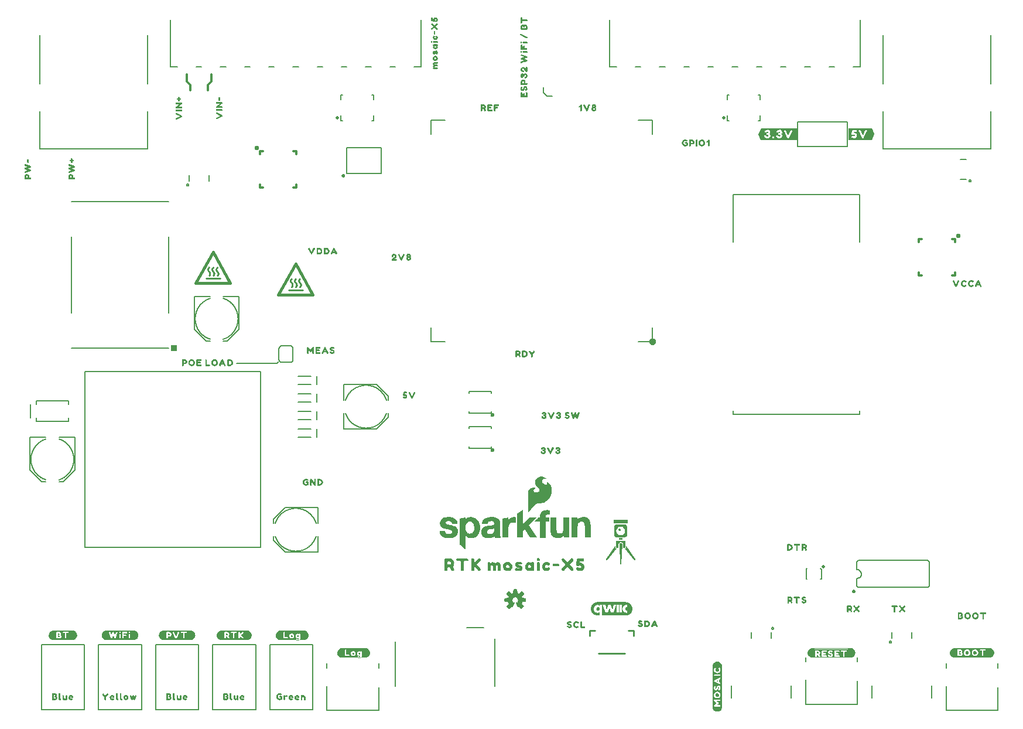
<source format=gto>
G04 EAGLE Gerber RS-274X export*
G75*
%MOMM*%
%FSLAX34Y34*%
%LPD*%
%INSilkscreen Top*%
%IPPOS*%
%AMOC8*
5,1,8,0,0,1.08239X$1,22.5*%
G01*
%ADD10C,0.203200*%
%ADD11C,0.304800*%
%ADD12C,0.508000*%
%ADD13C,0.254000*%
%ADD14C,0.600000*%
%ADD15C,0.152400*%
%ADD16C,0.177800*%
%ADD17R,0.889000X0.889000*%
%ADD18C,0.250000*%
%ADD19C,0.400000*%
%ADD20C,0.300000*%
%ADD21C,0.600000*%
%ADD22C,0.200000*%

G36*
X777580Y291890D02*
X777580Y291890D01*
X777664Y291893D01*
X777665Y291893D01*
X777666Y291893D01*
X777744Y291936D01*
X777817Y291975D01*
X777817Y291976D01*
X777818Y291976D01*
X777822Y291982D01*
X777905Y292090D01*
X777978Y292235D01*
X778334Y292591D01*
X778341Y292602D01*
X778354Y292613D01*
X778954Y293313D01*
X778958Y293320D01*
X778965Y293327D01*
X779657Y294216D01*
X780548Y295206D01*
X780551Y295211D01*
X780557Y295217D01*
X781552Y296410D01*
X782645Y297603D01*
X783844Y298901D01*
X785144Y300301D01*
X785148Y300308D01*
X785155Y300314D01*
X786245Y301602D01*
X787327Y302684D01*
X788302Y303562D01*
X789254Y304228D01*
X790294Y304701D01*
X791316Y304980D01*
X795165Y304980D01*
X795185Y304985D01*
X795212Y304983D01*
X797612Y305283D01*
X797634Y305291D01*
X797665Y305293D01*
X799865Y305893D01*
X799888Y305905D01*
X799921Y305913D01*
X801921Y306813D01*
X801940Y306827D01*
X801968Y306839D01*
X803868Y308039D01*
X803879Y308049D01*
X803896Y308058D01*
X805596Y309358D01*
X805613Y309379D01*
X805642Y309400D01*
X807142Y311000D01*
X807150Y311014D01*
X807165Y311027D01*
X808565Y312827D01*
X808578Y312854D01*
X808603Y312886D01*
X810503Y316586D01*
X810511Y316617D01*
X810531Y316658D01*
X811531Y320258D01*
X811533Y320292D01*
X811545Y320338D01*
X811745Y323838D01*
X811739Y323870D01*
X811741Y323917D01*
X811241Y327217D01*
X811230Y327246D01*
X811223Y327288D01*
X810223Y330088D01*
X810209Y330109D01*
X810199Y330141D01*
X808899Y332541D01*
X808873Y332570D01*
X808834Y332629D01*
X807134Y334329D01*
X807104Y334347D01*
X807067Y334382D01*
X805467Y335382D01*
X805401Y335405D01*
X805337Y335433D01*
X805320Y335433D01*
X805303Y335438D01*
X805234Y335429D01*
X805164Y335427D01*
X805149Y335418D01*
X805131Y335416D01*
X805073Y335377D01*
X805012Y335344D01*
X805002Y335329D01*
X804987Y335319D01*
X804952Y335259D01*
X804912Y335202D01*
X804909Y335183D01*
X804901Y335169D01*
X804898Y335130D01*
X804885Y335060D01*
X804885Y334460D01*
X804892Y334430D01*
X804892Y334385D01*
X804978Y333954D01*
X804802Y332894D01*
X804563Y332496D01*
X804148Y332081D01*
X803587Y331840D01*
X803018Y331840D01*
X801703Y332216D01*
X800962Y332587D01*
X799600Y333560D01*
X798923Y334139D01*
X798464Y334598D01*
X797987Y335362D01*
X797984Y335365D01*
X797981Y335371D01*
X797614Y335922D01*
X797437Y336544D01*
X797350Y337060D01*
X797433Y337557D01*
X797612Y338004D01*
X797887Y338554D01*
X798241Y338996D01*
X798979Y339642D01*
X799357Y339831D01*
X799698Y340001D01*
X800432Y340185D01*
X801286Y340280D01*
X802518Y340280D01*
X802873Y340191D01*
X802909Y340191D01*
X802965Y340180D01*
X803065Y340180D01*
X803126Y340194D01*
X803189Y340200D01*
X803210Y340214D01*
X803234Y340219D01*
X803282Y340259D01*
X803335Y340293D01*
X803348Y340314D01*
X803367Y340329D01*
X803393Y340387D01*
X803426Y340440D01*
X803428Y340465D01*
X803438Y340488D01*
X803436Y340550D01*
X803442Y340613D01*
X803433Y340636D01*
X803432Y340661D01*
X803402Y340716D01*
X803379Y340775D01*
X803359Y340794D01*
X803349Y340813D01*
X803318Y340834D01*
X803276Y340876D01*
X802982Y341073D01*
X802286Y341569D01*
X802271Y341575D01*
X802257Y341588D01*
X801057Y342288D01*
X801033Y342296D01*
X801006Y342313D01*
X799506Y342913D01*
X799488Y342916D01*
X799467Y342926D01*
X797667Y343426D01*
X797633Y343428D01*
X797584Y343440D01*
X795584Y343540D01*
X795546Y343533D01*
X795481Y343531D01*
X793281Y343031D01*
X793247Y343014D01*
X793189Y342997D01*
X790889Y341797D01*
X790864Y341776D01*
X790823Y341754D01*
X789123Y340354D01*
X789100Y340323D01*
X789052Y340275D01*
X787952Y338675D01*
X787938Y338640D01*
X787906Y338587D01*
X787306Y336887D01*
X787303Y336852D01*
X787301Y336841D01*
X787292Y336822D01*
X787293Y336800D01*
X787285Y336760D01*
X787285Y335060D01*
X787294Y335022D01*
X787300Y334953D01*
X787800Y333253D01*
X787814Y333228D01*
X787825Y333190D01*
X788725Y331390D01*
X788744Y331367D01*
X788763Y331329D01*
X790063Y329629D01*
X790080Y329615D01*
X790096Y329591D01*
X791787Y327901D01*
X793043Y326451D01*
X793685Y325076D01*
X793685Y323817D01*
X793326Y322652D01*
X792514Y321750D01*
X791404Y321009D01*
X790112Y320640D01*
X788616Y320640D01*
X787576Y320924D01*
X786756Y321197D01*
X786123Y321739D01*
X785578Y322285D01*
X785321Y322798D01*
X785145Y323413D01*
X785145Y323998D01*
X785306Y324481D01*
X785553Y324810D01*
X785919Y325176D01*
X786398Y325559D01*
X786753Y325826D01*
X787206Y326007D01*
X787218Y326015D01*
X787235Y326020D01*
X787479Y326142D01*
X787835Y326320D01*
X787864Y326344D01*
X787934Y326391D01*
X788034Y326491D01*
X788047Y326513D01*
X788067Y326529D01*
X788093Y326586D01*
X788125Y326638D01*
X788128Y326664D01*
X788138Y326688D01*
X788136Y326749D01*
X788142Y326811D01*
X788133Y326835D01*
X788132Y326861D01*
X788102Y326915D01*
X788080Y326973D01*
X788061Y326990D01*
X788049Y327013D01*
X787999Y327048D01*
X787953Y327090D01*
X787928Y327098D01*
X787907Y327113D01*
X787823Y327129D01*
X787787Y327140D01*
X787777Y327138D01*
X787765Y327140D01*
X787727Y327140D01*
X787496Y327217D01*
X787006Y327413D01*
X786971Y327418D01*
X786919Y327436D01*
X786219Y327536D01*
X786195Y327534D01*
X786165Y327540D01*
X784365Y327540D01*
X784335Y327533D01*
X784290Y327533D01*
X783290Y327333D01*
X783280Y327328D01*
X783265Y327327D01*
X782165Y327027D01*
X782148Y327018D01*
X782124Y327013D01*
X781124Y326613D01*
X781097Y326594D01*
X781054Y326576D01*
X780154Y325976D01*
X780133Y325954D01*
X780096Y325929D01*
X779296Y325129D01*
X779285Y325111D01*
X779265Y325093D01*
X778565Y324193D01*
X778554Y324169D01*
X778531Y324142D01*
X777931Y323042D01*
X777922Y323009D01*
X777899Y322964D01*
X777499Y321564D01*
X777498Y321539D01*
X777488Y321507D01*
X777288Y319907D01*
X777289Y319895D01*
X777285Y319880D01*
X777185Y317980D01*
X777187Y317971D01*
X777185Y317960D01*
X777185Y292260D01*
X777205Y292175D01*
X777224Y292093D01*
X777224Y292092D01*
X777224Y292091D01*
X777281Y292023D01*
X777333Y291959D01*
X777334Y291958D01*
X777412Y291923D01*
X777491Y291887D01*
X777492Y291887D01*
X777493Y291887D01*
X777580Y291890D01*
G37*
G36*
X1051329Y3854D02*
X1051329Y3854D01*
X1051332Y3851D01*
X1052732Y4051D01*
X1052737Y4056D01*
X1052741Y4053D01*
X1053341Y4253D01*
X1053344Y4258D01*
X1053347Y4256D01*
X1054547Y4856D01*
X1054549Y4860D01*
X1054552Y4859D01*
X1055152Y5259D01*
X1055153Y5262D01*
X1055156Y5262D01*
X1055656Y5662D01*
X1055658Y5669D01*
X1055663Y5669D01*
X1056063Y6169D01*
X1056563Y6768D01*
X1056563Y6774D01*
X1056567Y6775D01*
X1056867Y7275D01*
X1056867Y7280D01*
X1056870Y7281D01*
X1057170Y7979D01*
X1057469Y8578D01*
X1057467Y8589D01*
X1057474Y8592D01*
X1057574Y9192D01*
X1057573Y9193D01*
X1057574Y9193D01*
X1057774Y10593D01*
X1057771Y10598D01*
X1057774Y10600D01*
X1057774Y69500D01*
X1057771Y69504D01*
X1057774Y69507D01*
X1057574Y70907D01*
X1057569Y70912D01*
X1057572Y70916D01*
X1057372Y71515D01*
X1057172Y72214D01*
X1057167Y72218D01*
X1057169Y72222D01*
X1056869Y72822D01*
X1056862Y72825D01*
X1056863Y72831D01*
X1056465Y73329D01*
X1056066Y73927D01*
X1056059Y73930D01*
X1056060Y73935D01*
X1055560Y74435D01*
X1055556Y74435D01*
X1055556Y74438D01*
X1054556Y75238D01*
X1054548Y75239D01*
X1054547Y75244D01*
X1053947Y75544D01*
X1053945Y75544D01*
X1053944Y75545D01*
X1053244Y75845D01*
X1053241Y75845D01*
X1053241Y75847D01*
X1052641Y76047D01*
X1052634Y76045D01*
X1052632Y76049D01*
X1051933Y76149D01*
X1051333Y76249D01*
X1051332Y76248D01*
X1051331Y76248D01*
X1051326Y76248D01*
X1051325Y76249D01*
X1050625Y76249D01*
X1050624Y76248D01*
X1050619Y76248D01*
X1050618Y76249D01*
X1049218Y76049D01*
X1049213Y76044D01*
X1049209Y76047D01*
X1048609Y75847D01*
X1048606Y75842D01*
X1048603Y75844D01*
X1047403Y75244D01*
X1047401Y75240D01*
X1047398Y75241D01*
X1046798Y74841D01*
X1046797Y74838D01*
X1046794Y74838D01*
X1046294Y74438D01*
X1046293Y74434D01*
X1046290Y74435D01*
X1045790Y73935D01*
X1045790Y73931D01*
X1045787Y73931D01*
X1045387Y73431D01*
X1045386Y73427D01*
X1045384Y73427D01*
X1044984Y72827D01*
X1044984Y72823D01*
X1044981Y72822D01*
X1044681Y72222D01*
X1044682Y72217D01*
X1044678Y72216D01*
X1044478Y71616D01*
X1044479Y71614D01*
X1044478Y71614D01*
X1044278Y70914D01*
X1044279Y70910D01*
X1044276Y70908D01*
X1044176Y70308D01*
X1044177Y70307D01*
X1044176Y70307D01*
X1044076Y69607D01*
X1044079Y69602D01*
X1044076Y69600D01*
X1044076Y10400D01*
X1044079Y10396D01*
X1044076Y10393D01*
X1044176Y9693D01*
X1044177Y9692D01*
X1044176Y9692D01*
X1044276Y9092D01*
X1044280Y9089D01*
X1044278Y9086D01*
X1044478Y8386D01*
X1044483Y8382D01*
X1044481Y8378D01*
X1045381Y6578D01*
X1045391Y6573D01*
X1045390Y6565D01*
X1045888Y6067D01*
X1046287Y5569D01*
X1046297Y5567D01*
X1046298Y5559D01*
X1046896Y5160D01*
X1047394Y4762D01*
X1047402Y4761D01*
X1047403Y4756D01*
X1048003Y4456D01*
X1048005Y4456D01*
X1048006Y4455D01*
X1048706Y4155D01*
X1048709Y4156D01*
X1048709Y4153D01*
X1049309Y3953D01*
X1049316Y3955D01*
X1049318Y3951D01*
X1050018Y3851D01*
X1050023Y3854D01*
X1050025Y3851D01*
X1051325Y3851D01*
X1051329Y3854D01*
G37*
G36*
X880884Y142739D02*
X880884Y142739D01*
X880906Y142743D01*
X880913Y142758D01*
X880922Y142764D01*
X880921Y142774D01*
X880928Y142790D01*
X880928Y148230D01*
X880924Y148236D01*
X880909Y148274D01*
X880899Y148284D01*
X880892Y148286D01*
X880891Y148287D01*
X880888Y148287D01*
X880871Y148291D01*
X880843Y148302D01*
X880838Y148298D01*
X880833Y148299D01*
X880826Y148290D01*
X880801Y148272D01*
X880731Y148152D01*
X880672Y148054D01*
X880577Y147920D01*
X880392Y147726D01*
X880165Y147538D01*
X879978Y147390D01*
X879763Y147254D01*
X879467Y147086D01*
X879193Y146969D01*
X878828Y146850D01*
X878543Y146782D01*
X878227Y146732D01*
X877871Y146693D01*
X877576Y146693D01*
X877279Y146703D01*
X876923Y146732D01*
X876319Y146831D01*
X875703Y147020D01*
X875697Y147018D01*
X875687Y147029D01*
X875390Y147138D01*
X875076Y147295D01*
X874730Y147512D01*
X874433Y147710D01*
X874138Y147966D01*
X873871Y148242D01*
X873654Y148490D01*
X873477Y148726D01*
X873239Y149103D01*
X873119Y149311D01*
X873107Y149318D01*
X873102Y149324D01*
X873102Y149336D01*
X872972Y149625D01*
X872824Y149963D01*
X872715Y150277D01*
X872606Y150764D01*
X872507Y151202D01*
X872457Y151517D01*
X872418Y152162D01*
X872408Y152421D01*
X872418Y152748D01*
X872406Y152767D01*
X872414Y152780D01*
X872423Y152787D01*
X872422Y152795D01*
X872428Y152805D01*
X872487Y153493D01*
X872527Y153779D01*
X872596Y154097D01*
X872675Y154423D01*
X872804Y154828D01*
X872932Y155135D01*
X873101Y155492D01*
X873289Y155837D01*
X873436Y156053D01*
X873664Y156350D01*
X873979Y156705D01*
X874503Y157130D01*
X874779Y157327D01*
X875135Y157525D01*
X875138Y157531D01*
X875142Y157529D01*
X875145Y157533D01*
X875151Y157533D01*
X875460Y157672D01*
X875804Y157810D01*
X876208Y157909D01*
X876703Y157998D01*
X877119Y158037D01*
X877586Y158057D01*
X877752Y158057D01*
X878059Y158028D01*
X878266Y158008D01*
X878561Y157949D01*
X878691Y157919D01*
X878926Y157860D01*
X879141Y157772D01*
X879428Y157653D01*
X879704Y157506D01*
X879959Y157348D01*
X880255Y157122D01*
X880502Y156895D01*
X880749Y156647D01*
X880828Y156558D01*
X880842Y156555D01*
X880849Y156543D01*
X880872Y156546D01*
X880894Y156540D01*
X880903Y156551D01*
X880916Y156553D01*
X880931Y156584D01*
X880937Y156592D01*
X880936Y156596D01*
X880938Y156600D01*
X880938Y157947D01*
X884532Y157947D01*
X884542Y142820D01*
X884554Y142801D01*
X884558Y142779D01*
X884573Y142772D01*
X884579Y142763D01*
X884589Y142764D01*
X884605Y142757D01*
X891775Y142757D01*
X891785Y142764D01*
X891789Y142764D01*
X891805Y142757D01*
X899246Y142767D01*
X899249Y142763D01*
X899259Y142764D01*
X899275Y142757D01*
X908155Y142757D01*
X908167Y142765D01*
X908169Y142763D01*
X908179Y142764D01*
X908195Y142757D01*
X918285Y142757D01*
X918286Y142758D01*
X918288Y142757D01*
X919188Y142807D01*
X919205Y142820D01*
X919211Y142818D01*
X920381Y142928D01*
X920386Y142931D01*
X920395Y142930D01*
X920574Y142990D01*
X921193Y143170D01*
X921893Y143380D01*
X921895Y143383D01*
X921900Y143382D01*
X922520Y143652D01*
X922521Y143654D01*
X922524Y143654D01*
X923094Y143954D01*
X923094Y143955D01*
X923095Y143955D01*
X923755Y144315D01*
X923757Y144319D01*
X923763Y144320D01*
X924383Y144790D01*
X924383Y144791D01*
X924385Y144792D01*
X925135Y145422D01*
X925136Y145425D01*
X925140Y145426D01*
X925570Y145866D01*
X925570Y145868D01*
X925573Y145870D01*
X926173Y146590D01*
X926174Y146599D01*
X926182Y146604D01*
X926181Y146614D01*
X926215Y146632D01*
X926435Y146922D01*
X926435Y146926D01*
X926439Y146929D01*
X927039Y147979D01*
X927039Y147980D01*
X927041Y147981D01*
X927431Y148731D01*
X927430Y148735D01*
X927434Y148739D01*
X927554Y149079D01*
X927554Y149080D01*
X927555Y149081D01*
X927735Y149661D01*
X927733Y149669D01*
X927735Y149671D01*
X927935Y150311D01*
X927934Y150315D01*
X927937Y150318D01*
X928027Y150788D01*
X928026Y150791D01*
X928027Y150794D01*
X928187Y152344D01*
X928185Y152348D01*
X928188Y152354D01*
X928128Y153224D01*
X928127Y153225D01*
X928127Y153227D01*
X928017Y154237D01*
X928017Y154238D01*
X928017Y154240D01*
X927967Y154560D01*
X927964Y154563D01*
X927965Y154568D01*
X927845Y154958D01*
X927806Y155106D01*
X927796Y155115D01*
X927796Y155118D01*
X927794Y155119D01*
X927793Y155125D01*
X927795Y155139D01*
X927515Y156019D01*
X927513Y156021D01*
X927513Y156024D01*
X927313Y156514D01*
X927311Y156516D01*
X927310Y156520D01*
X926920Y157240D01*
X926610Y157800D01*
X926606Y157802D01*
X926605Y157808D01*
X926365Y158128D01*
X926363Y158129D01*
X926362Y158131D01*
X926358Y158133D01*
X926354Y158149D01*
X925594Y159089D01*
X925592Y159090D01*
X925591Y159091D01*
X925591Y159093D01*
X925211Y159493D01*
X925207Y159494D01*
X925205Y159498D01*
X924805Y159828D01*
X924805Y159829D01*
X924365Y160189D01*
X924036Y160468D01*
X924031Y160468D01*
X924027Y160474D01*
X923597Y160734D01*
X923596Y160734D01*
X923595Y160735D01*
X922755Y161195D01*
X922754Y161195D01*
X922753Y161196D01*
X922103Y161526D01*
X922099Y161525D01*
X922094Y161530D01*
X921564Y161700D01*
X920634Y161990D01*
X920619Y161986D01*
X920617Y161987D01*
X920611Y161997D01*
X920603Y161996D01*
X920592Y162002D01*
X918452Y162252D01*
X918449Y162251D01*
X918445Y162253D01*
X913465Y162253D01*
X913452Y162245D01*
X913451Y162247D01*
X913441Y162246D01*
X913425Y162253D01*
X904974Y162243D01*
X904971Y162247D01*
X904959Y162245D01*
X904949Y162253D01*
X904936Y162248D01*
X904925Y162253D01*
X888915Y162253D01*
X888905Y162246D01*
X888901Y162246D01*
X888885Y162253D01*
X880885Y162253D01*
X880881Y162250D01*
X880875Y162253D01*
X878145Y162253D01*
X878143Y162251D01*
X878140Y162253D01*
X876500Y162123D01*
X876498Y162121D01*
X876495Y162122D01*
X875825Y162012D01*
X875822Y162009D01*
X875817Y162010D01*
X874567Y161640D01*
X874566Y161638D01*
X874563Y161639D01*
X873883Y161379D01*
X873880Y161376D01*
X873875Y161375D01*
X873265Y161045D01*
X873264Y161045D01*
X872605Y160675D01*
X872587Y160666D01*
X872576Y160648D01*
X872568Y160650D01*
X872563Y160644D01*
X872550Y160642D01*
X872200Y160402D01*
X872199Y160399D01*
X872195Y160399D01*
X871705Y159999D01*
X871705Y159998D01*
X871704Y159998D01*
X871424Y159758D01*
X871424Y159757D01*
X871184Y159547D01*
X871183Y159547D01*
X871003Y159387D01*
X871002Y159384D01*
X870998Y159382D01*
X870748Y159102D01*
X870748Y159101D01*
X870747Y159100D01*
X870397Y158680D01*
X870077Y158290D01*
X870076Y158289D01*
X870075Y158288D01*
X869855Y157998D01*
X869855Y157997D01*
X869854Y157996D01*
X869664Y157726D01*
X869664Y157724D01*
X869661Y157722D01*
X869481Y157412D01*
X869481Y157411D01*
X869480Y157410D01*
X869320Y157120D01*
X869320Y157119D01*
X869319Y157119D01*
X868919Y156339D01*
X868920Y156335D01*
X868916Y156331D01*
X868636Y155541D01*
X868636Y155539D01*
X868635Y155538D01*
X868569Y155312D01*
X868564Y155306D01*
X868294Y154306D01*
X868296Y154302D01*
X868293Y154296D01*
X868233Y153686D01*
X868163Y153006D01*
X868162Y153005D01*
X868132Y152605D01*
X868145Y152582D01*
X868146Y152577D01*
X868142Y152569D01*
X868152Y152139D01*
X868154Y152137D01*
X868153Y152134D01*
X868203Y151624D01*
X868203Y151623D01*
X868253Y151153D01*
X868293Y150764D01*
X868295Y150761D01*
X868294Y150757D01*
X868364Y150427D01*
X868365Y150426D01*
X868364Y150424D01*
X868544Y149764D01*
X868546Y149762D01*
X868545Y149760D01*
X868825Y148920D01*
X868827Y148919D01*
X868827Y148916D01*
X869047Y148376D01*
X869050Y148374D01*
X869050Y148370D01*
X869300Y147920D01*
X869570Y147420D01*
X869668Y147242D01*
X869663Y147232D01*
X869668Y147226D01*
X869666Y147218D01*
X869689Y147201D01*
X869691Y147198D01*
X869695Y147182D01*
X870055Y146702D01*
X870056Y146702D01*
X870057Y146700D01*
X870397Y146290D01*
X871017Y145550D01*
X871022Y145548D01*
X871025Y145541D01*
X872185Y144591D01*
X872187Y144591D01*
X872188Y144590D01*
X872418Y144420D01*
X872420Y144419D01*
X872422Y144416D01*
X872882Y144136D01*
X872884Y144136D01*
X872885Y144135D01*
X873295Y143915D01*
X873296Y143915D01*
X873635Y143735D01*
X874024Y143515D01*
X874046Y143517D01*
X874047Y143509D01*
X874059Y143506D01*
X874077Y143490D01*
X876077Y142900D01*
X876082Y142901D01*
X876089Y142898D01*
X877799Y142728D01*
X877801Y142729D01*
X877805Y142727D01*
X880865Y142727D01*
X880884Y142739D01*
G37*
G36*
X1165518Y829660D02*
X1165518Y829660D01*
X1165527Y829656D01*
X1166127Y829956D01*
X1166138Y829978D01*
X1166143Y829982D01*
X1166141Y829985D01*
X1166146Y829993D01*
X1166154Y830000D01*
X1166154Y846100D01*
X1166145Y846113D01*
X1166149Y846122D01*
X1165849Y846722D01*
X1165812Y846741D01*
X1165805Y846749D01*
X1114105Y846749D01*
X1114072Y846724D01*
X1114061Y846722D01*
X1109861Y838322D01*
X1109866Y838292D01*
X1109860Y838281D01*
X1110160Y837581D01*
X1110162Y837579D01*
X1110161Y837578D01*
X1113961Y829978D01*
X1113982Y829967D01*
X1113986Y829955D01*
X1114686Y829655D01*
X1114699Y829658D01*
X1114705Y829651D01*
X1165505Y829651D01*
X1165518Y829660D01*
G37*
G36*
X1243729Y82054D02*
X1243729Y82054D01*
X1243732Y82051D01*
X1244432Y82151D01*
X1244433Y82152D01*
X1244433Y82151D01*
X1245033Y82251D01*
X1245732Y82351D01*
X1245740Y82359D01*
X1245747Y82356D01*
X1247547Y83256D01*
X1247550Y83263D01*
X1247556Y83262D01*
X1248056Y83662D01*
X1248057Y83666D01*
X1248060Y83665D01*
X1249060Y84665D01*
X1249061Y84672D01*
X1249066Y84673D01*
X1249466Y85273D01*
X1249466Y85277D01*
X1249469Y85278D01*
X1250069Y86478D01*
X1250068Y86483D01*
X1250072Y86484D01*
X1250272Y87084D01*
X1250270Y87091D01*
X1250274Y87093D01*
X1250474Y88493D01*
X1250471Y88498D01*
X1250474Y88500D01*
X1250474Y89100D01*
X1250471Y89104D01*
X1250474Y89107D01*
X1250274Y90507D01*
X1250269Y90512D01*
X1250272Y90516D01*
X1250072Y91115D01*
X1249872Y91814D01*
X1249865Y91819D01*
X1249867Y91825D01*
X1249567Y92325D01*
X1249566Y92326D01*
X1249566Y92327D01*
X1249166Y92927D01*
X1249163Y92928D01*
X1249163Y92931D01*
X1248763Y93431D01*
X1248759Y93432D01*
X1248760Y93435D01*
X1248260Y93935D01*
X1248256Y93935D01*
X1248256Y93938D01*
X1247756Y94338D01*
X1247752Y94339D01*
X1247752Y94341D01*
X1247152Y94741D01*
X1247148Y94741D01*
X1247147Y94744D01*
X1245947Y95344D01*
X1245940Y95343D01*
X1245939Y95347D01*
X1245239Y95547D01*
X1245235Y95546D01*
X1245233Y95549D01*
X1244633Y95649D01*
X1244632Y95648D01*
X1244632Y95649D01*
X1243932Y95749D01*
X1243927Y95746D01*
X1243925Y95749D01*
X1188325Y95749D01*
X1188321Y95746D01*
X1188318Y95749D01*
X1186918Y95549D01*
X1186915Y95545D01*
X1186913Y95545D01*
X1186912Y95545D01*
X1186909Y95547D01*
X1185709Y95147D01*
X1185708Y95144D01*
X1185706Y95145D01*
X1185006Y94845D01*
X1185001Y94837D01*
X1184994Y94838D01*
X1184496Y94440D01*
X1183898Y94041D01*
X1183895Y94034D01*
X1183890Y94035D01*
X1183490Y93635D01*
X1183490Y93631D01*
X1183487Y93632D01*
X1182987Y93032D01*
X1182987Y93031D01*
X1182587Y92531D01*
X1182586Y92523D01*
X1182581Y92522D01*
X1181981Y91322D01*
X1181982Y91315D01*
X1181978Y91314D01*
X1181778Y90614D01*
X1181779Y90610D01*
X1181776Y90608D01*
X1181676Y90008D01*
X1181677Y90007D01*
X1181676Y90007D01*
X1181576Y89307D01*
X1181578Y89304D01*
X1181579Y89302D01*
X1181576Y89300D01*
X1181576Y88600D01*
X1181579Y88595D01*
X1181576Y88592D01*
X1181676Y87992D01*
X1181776Y87293D01*
X1181780Y87289D01*
X1181778Y87286D01*
X1181978Y86586D01*
X1181979Y86585D01*
X1181978Y86584D01*
X1182178Y85984D01*
X1182186Y85979D01*
X1182184Y85973D01*
X1182583Y85374D01*
X1182883Y84875D01*
X1182888Y84873D01*
X1182887Y84868D01*
X1183387Y84268D01*
X1183391Y84268D01*
X1183390Y84265D01*
X1183790Y83865D01*
X1183794Y83865D01*
X1183793Y83862D01*
X1184393Y83362D01*
X1184399Y83362D01*
X1184400Y83358D01*
X1184899Y83058D01*
X1185498Y82659D01*
X1185509Y82660D01*
X1185511Y82653D01*
X1186210Y82453D01*
X1186809Y82253D01*
X1186816Y82255D01*
X1186818Y82251D01*
X1188218Y82051D01*
X1188223Y82054D01*
X1188225Y82051D01*
X1243725Y82051D01*
X1243729Y82054D01*
G37*
G36*
X686780Y238392D02*
X686780Y238392D01*
X686806Y238393D01*
X686860Y238423D01*
X686918Y238445D01*
X686935Y238464D01*
X686958Y238476D01*
X686993Y238527D01*
X687035Y238572D01*
X687043Y238597D01*
X687058Y238618D01*
X687074Y238702D01*
X687085Y238738D01*
X687083Y238748D01*
X687085Y238760D01*
X687085Y258201D01*
X687308Y257922D01*
X687315Y257917D01*
X687321Y257907D01*
X688121Y257007D01*
X688150Y256987D01*
X688187Y256949D01*
X689187Y256249D01*
X689198Y256244D01*
X689209Y256234D01*
X690209Y255634D01*
X690232Y255627D01*
X690259Y255609D01*
X691459Y255109D01*
X691480Y255105D01*
X691505Y255093D01*
X692605Y254793D01*
X692624Y254792D01*
X692647Y254784D01*
X693947Y254584D01*
X693960Y254585D01*
X693976Y254581D01*
X695276Y254481D01*
X695305Y254485D01*
X695344Y254482D01*
X698244Y254782D01*
X698278Y254794D01*
X698334Y254802D01*
X700834Y255702D01*
X700864Y255722D01*
X700916Y255744D01*
X703016Y257144D01*
X703040Y257169D01*
X703081Y257199D01*
X704881Y259099D01*
X704898Y259128D01*
X704932Y259167D01*
X706232Y261367D01*
X706239Y261389D01*
X706256Y261414D01*
X707256Y263814D01*
X707261Y263842D01*
X707276Y263878D01*
X707876Y266578D01*
X707876Y266602D01*
X707884Y266633D01*
X708084Y269433D01*
X708081Y269456D01*
X708084Y269485D01*
X707884Y272485D01*
X707877Y272508D01*
X707877Y272540D01*
X707277Y275340D01*
X707271Y275353D01*
X707270Y275365D01*
X707262Y275379D01*
X707258Y275401D01*
X706258Y277901D01*
X706245Y277920D01*
X706236Y277947D01*
X704936Y280247D01*
X704911Y280274D01*
X704881Y280322D01*
X703081Y282222D01*
X703053Y282240D01*
X703019Y282274D01*
X700819Y283774D01*
X700783Y283788D01*
X700725Y283821D01*
X698025Y284721D01*
X697991Y284724D01*
X697942Y284738D01*
X694842Y285038D01*
X694814Y285035D01*
X694776Y285039D01*
X693476Y284939D01*
X693461Y284935D01*
X693443Y284935D01*
X692243Y284735D01*
X692230Y284730D01*
X692213Y284729D01*
X691013Y284429D01*
X690997Y284421D01*
X690975Y284417D01*
X689875Y284017D01*
X689843Y283997D01*
X689787Y283972D01*
X687787Y282572D01*
X687763Y282545D01*
X687721Y282513D01*
X686921Y281613D01*
X686913Y281598D01*
X686897Y281584D01*
X686785Y281429D01*
X686785Y283860D01*
X686769Y283928D01*
X686760Y283997D01*
X686750Y284011D01*
X686746Y284029D01*
X686701Y284082D01*
X686662Y284140D01*
X686647Y284149D01*
X686636Y284162D01*
X686572Y284191D01*
X686511Y284225D01*
X686492Y284227D01*
X686477Y284233D01*
X686438Y284232D01*
X686367Y284238D01*
X685367Y284138D01*
X685348Y284132D01*
X685323Y284131D01*
X683543Y283736D01*
X682663Y283638D01*
X682649Y283633D01*
X682630Y283633D01*
X681647Y283436D01*
X680763Y283338D01*
X680746Y283332D01*
X680723Y283331D01*
X678923Y282931D01*
X678914Y282927D01*
X678904Y282927D01*
X678836Y282890D01*
X678766Y282856D01*
X678760Y282849D01*
X678752Y282844D01*
X678708Y282781D01*
X678660Y282719D01*
X678658Y282710D01*
X678652Y282702D01*
X678625Y282560D01*
X678625Y245660D01*
X678642Y245586D01*
X678655Y245511D01*
X678662Y245501D01*
X678664Y245491D01*
X678688Y245462D01*
X678736Y245391D01*
X679636Y244491D01*
X679652Y244481D01*
X679667Y244463D01*
X680659Y243670D01*
X681651Y242777D01*
X681659Y242773D01*
X681667Y242763D01*
X682651Y241976D01*
X683536Y241091D01*
X683544Y241086D01*
X683551Y241077D01*
X684551Y240177D01*
X684559Y240173D01*
X684567Y240163D01*
X685551Y239376D01*
X686436Y238491D01*
X686458Y238478D01*
X686474Y238458D01*
X686531Y238432D01*
X686583Y238400D01*
X686609Y238397D01*
X686633Y238387D01*
X686694Y238389D01*
X686756Y238383D01*
X686780Y238392D01*
G37*
G36*
X1444829Y82054D02*
X1444829Y82054D01*
X1444832Y82051D01*
X1445532Y82151D01*
X1445536Y82155D01*
X1445539Y82153D01*
X1446239Y82353D01*
X1446240Y82354D01*
X1446241Y82353D01*
X1446841Y82553D01*
X1446844Y82558D01*
X1446847Y82556D01*
X1448047Y83156D01*
X1448049Y83160D01*
X1448052Y83159D01*
X1448652Y83559D01*
X1448653Y83562D01*
X1448656Y83562D01*
X1449156Y83962D01*
X1449158Y83969D01*
X1449163Y83969D01*
X1449563Y84469D01*
X1450063Y85068D01*
X1450063Y85077D01*
X1450069Y85078D01*
X1450669Y86278D01*
X1450668Y86283D01*
X1450672Y86284D01*
X1450872Y86884D01*
X1450871Y86886D01*
X1450872Y86886D01*
X1451072Y87586D01*
X1451071Y87590D01*
X1451074Y87592D01*
X1451174Y88192D01*
X1451171Y88197D01*
X1451174Y88200D01*
X1451174Y89600D01*
X1451171Y89605D01*
X1451174Y89608D01*
X1451074Y90208D01*
X1451070Y90211D01*
X1451072Y90214D01*
X1450872Y90914D01*
X1450871Y90915D01*
X1450872Y90916D01*
X1450672Y91516D01*
X1450669Y91517D01*
X1450670Y91519D01*
X1450370Y92219D01*
X1450366Y92222D01*
X1450367Y92225D01*
X1450067Y92725D01*
X1450062Y92727D01*
X1450063Y92732D01*
X1449563Y93331D01*
X1449163Y93831D01*
X1449156Y93833D01*
X1449156Y93838D01*
X1448656Y94238D01*
X1448652Y94239D01*
X1448652Y94241D01*
X1448052Y94641D01*
X1448048Y94641D01*
X1448047Y94644D01*
X1446847Y95244D01*
X1446842Y95243D01*
X1446841Y95247D01*
X1446241Y95447D01*
X1446239Y95446D01*
X1446239Y95447D01*
X1445539Y95647D01*
X1445534Y95646D01*
X1445532Y95649D01*
X1444832Y95749D01*
X1444827Y95746D01*
X1444825Y95749D01*
X1393725Y95749D01*
X1393720Y95746D01*
X1393717Y95749D01*
X1393117Y95649D01*
X1392418Y95549D01*
X1392415Y95545D01*
X1392413Y95545D01*
X1392412Y95545D01*
X1392409Y95547D01*
X1391809Y95347D01*
X1391808Y95344D01*
X1391806Y95345D01*
X1391106Y95045D01*
X1391104Y95043D01*
X1391103Y95044D01*
X1390503Y94744D01*
X1390500Y94737D01*
X1390494Y94738D01*
X1389494Y93938D01*
X1389493Y93934D01*
X1389490Y93935D01*
X1388990Y93435D01*
X1388990Y93431D01*
X1388987Y93431D01*
X1388587Y92931D01*
X1388586Y92927D01*
X1388584Y92927D01*
X1388184Y92327D01*
X1388184Y92323D01*
X1388181Y92322D01*
X1387581Y91122D01*
X1387582Y91115D01*
X1387578Y91114D01*
X1387378Y90414D01*
X1387379Y90410D01*
X1387376Y90408D01*
X1387276Y89808D01*
X1387279Y89803D01*
X1387276Y89800D01*
X1387276Y88400D01*
X1387279Y88396D01*
X1387276Y88393D01*
X1387376Y87693D01*
X1387377Y87692D01*
X1387376Y87692D01*
X1387476Y87092D01*
X1387480Y87089D01*
X1387478Y87086D01*
X1387678Y86386D01*
X1387683Y86382D01*
X1387681Y86378D01*
X1388281Y85178D01*
X1388288Y85175D01*
X1388287Y85169D01*
X1388687Y84669D01*
X1388691Y84668D01*
X1388690Y84665D01*
X1389690Y83665D01*
X1389694Y83665D01*
X1389694Y83662D01*
X1390194Y83262D01*
X1390202Y83261D01*
X1390203Y83256D01*
X1392003Y82356D01*
X1392014Y82358D01*
X1392018Y82351D01*
X1392718Y82251D01*
X1393417Y82151D01*
X1394017Y82051D01*
X1394022Y82054D01*
X1394025Y82051D01*
X1444825Y82051D01*
X1444829Y82054D01*
G37*
G36*
X207429Y107454D02*
X207429Y107454D01*
X207432Y107451D01*
X208132Y107551D01*
X208133Y107552D01*
X208133Y107551D01*
X208733Y107651D01*
X208739Y107658D01*
X208744Y107655D01*
X209443Y107954D01*
X210041Y108153D01*
X210044Y108158D01*
X210047Y108156D01*
X210647Y108456D01*
X210650Y108463D01*
X210656Y108462D01*
X211156Y108862D01*
X211157Y108862D01*
X211757Y109362D01*
X211758Y109369D01*
X211763Y109369D01*
X212563Y110369D01*
X212564Y110373D01*
X212566Y110373D01*
X212966Y110973D01*
X212966Y110977D01*
X212969Y110978D01*
X213569Y112178D01*
X213567Y112189D01*
X213574Y112193D01*
X213674Y112892D01*
X213774Y113492D01*
X213773Y113493D01*
X213774Y113493D01*
X213874Y114193D01*
X213871Y114198D01*
X213874Y114200D01*
X213874Y114900D01*
X213871Y114904D01*
X213874Y114907D01*
X213774Y115607D01*
X213769Y115612D01*
X213772Y115616D01*
X213372Y116816D01*
X213369Y116817D01*
X213370Y116819D01*
X213070Y117519D01*
X213066Y117522D01*
X213067Y117525D01*
X212767Y118025D01*
X212766Y118026D01*
X212766Y118027D01*
X212366Y118627D01*
X212359Y118630D01*
X212360Y118635D01*
X211860Y119135D01*
X211856Y119135D01*
X211856Y119138D01*
X211356Y119538D01*
X211352Y119539D01*
X211352Y119541D01*
X210754Y119940D01*
X210256Y120338D01*
X210246Y120339D01*
X210244Y120345D01*
X209544Y120645D01*
X209541Y120645D01*
X209541Y120647D01*
X208341Y121047D01*
X208332Y121044D01*
X208329Y121044D01*
X208325Y121049D01*
X207628Y121049D01*
X206932Y121149D01*
X206927Y121146D01*
X206925Y121149D01*
X167525Y121149D01*
X167521Y121146D01*
X167518Y121149D01*
X166818Y121049D01*
X166817Y121048D01*
X166817Y121049D01*
X166217Y120949D01*
X166214Y120945D01*
X166211Y120947D01*
X165511Y120747D01*
X165510Y120746D01*
X165509Y120747D01*
X164909Y120547D01*
X164906Y120542D01*
X164903Y120544D01*
X164303Y120244D01*
X164301Y120240D01*
X164298Y120241D01*
X163698Y119841D01*
X163697Y119838D01*
X163694Y119838D01*
X162694Y119038D01*
X162692Y119031D01*
X162687Y119032D01*
X162187Y118432D01*
X162187Y118431D01*
X161787Y117931D01*
X161786Y117923D01*
X161781Y117922D01*
X161181Y116722D01*
X161182Y116715D01*
X161178Y116714D01*
X160978Y116014D01*
X160979Y116010D01*
X160976Y116008D01*
X160876Y115408D01*
X160877Y115407D01*
X160876Y115407D01*
X160776Y114707D01*
X160778Y114704D01*
X160779Y114702D01*
X160776Y114700D01*
X160776Y114000D01*
X160779Y113996D01*
X160776Y113993D01*
X160876Y113293D01*
X160877Y113292D01*
X160876Y113292D01*
X160976Y112692D01*
X160980Y112689D01*
X160978Y112686D01*
X161178Y111986D01*
X161183Y111982D01*
X161181Y111978D01*
X161781Y110778D01*
X161785Y110776D01*
X161784Y110773D01*
X162184Y110173D01*
X162187Y110172D01*
X162187Y110169D01*
X162587Y109669D01*
X162591Y109668D01*
X162590Y109665D01*
X163090Y109165D01*
X163094Y109165D01*
X163094Y109162D01*
X163594Y108762D01*
X163602Y108761D01*
X163603Y108756D01*
X164200Y108457D01*
X164798Y108059D01*
X164807Y108060D01*
X164809Y108053D01*
X165409Y107853D01*
X165411Y107854D01*
X165411Y107853D01*
X166111Y107653D01*
X166115Y107654D01*
X166117Y107651D01*
X166717Y107551D01*
X166718Y107552D01*
X166718Y107551D01*
X167418Y107451D01*
X167423Y107454D01*
X167425Y107451D01*
X207425Y107451D01*
X207429Y107454D01*
G37*
G36*
X289479Y107454D02*
X289479Y107454D01*
X289482Y107451D01*
X290882Y107651D01*
X290887Y107656D01*
X290891Y107653D01*
X291490Y107853D01*
X292189Y108053D01*
X292193Y108058D01*
X292197Y108056D01*
X292797Y108356D01*
X292800Y108363D01*
X292806Y108362D01*
X293304Y108760D01*
X293902Y109159D01*
X293903Y109162D01*
X293906Y109162D01*
X294406Y109562D01*
X294408Y109572D01*
X294416Y109573D01*
X294815Y110171D01*
X295213Y110669D01*
X295214Y110677D01*
X295219Y110678D01*
X295819Y111878D01*
X295818Y111885D01*
X295822Y111886D01*
X296022Y112586D01*
X296021Y112590D01*
X296024Y112592D01*
X296124Y113192D01*
X296123Y113193D01*
X296124Y113193D01*
X296224Y113893D01*
X296221Y113898D01*
X296224Y113900D01*
X296224Y114600D01*
X296221Y114604D01*
X296224Y114607D01*
X296124Y115307D01*
X296123Y115308D01*
X296124Y115308D01*
X296024Y115908D01*
X296020Y115911D01*
X296022Y115914D01*
X295822Y116614D01*
X295821Y116615D01*
X295822Y116616D01*
X295622Y117216D01*
X295614Y117221D01*
X295616Y117227D01*
X295218Y117825D01*
X294919Y118422D01*
X294909Y118427D01*
X294910Y118435D01*
X293910Y119435D01*
X293906Y119435D01*
X293906Y119438D01*
X292906Y120238D01*
X292898Y120239D01*
X292897Y120244D01*
X292297Y120544D01*
X292290Y120543D01*
X292289Y120547D01*
X291590Y120747D01*
X290991Y120947D01*
X290986Y120945D01*
X290984Y120945D01*
X290982Y120949D01*
X289582Y121149D01*
X289577Y121146D01*
X289575Y121149D01*
X250375Y121149D01*
X250359Y121137D01*
X250339Y121134D01*
X250341Y121123D01*
X250340Y121122D01*
X250297Y121144D01*
X250288Y121142D01*
X250280Y121142D01*
X250275Y121149D01*
X250175Y121149D01*
X250171Y121146D01*
X250168Y121149D01*
X248768Y120949D01*
X248765Y120945D01*
X248763Y120945D01*
X248762Y120945D01*
X248759Y120947D01*
X248160Y120747D01*
X247461Y120547D01*
X247455Y120539D01*
X247448Y120541D01*
X246849Y120142D01*
X246350Y119842D01*
X246349Y119841D01*
X246348Y119841D01*
X245748Y119441D01*
X245744Y119431D01*
X245737Y119431D01*
X245338Y118933D01*
X244840Y118435D01*
X244839Y118423D01*
X244831Y118422D01*
X244532Y117825D01*
X244134Y117227D01*
X244135Y117220D01*
X244130Y117216D01*
X244128Y117216D01*
X243928Y116616D01*
X243929Y116614D01*
X243928Y116614D01*
X243728Y115914D01*
X243729Y115910D01*
X243726Y115908D01*
X243626Y115308D01*
X243627Y115307D01*
X243626Y115307D01*
X243526Y114607D01*
X243529Y114602D01*
X243526Y114600D01*
X243526Y113900D01*
X243529Y113896D01*
X243526Y113893D01*
X243626Y113193D01*
X243627Y113192D01*
X243626Y113192D01*
X243726Y112592D01*
X243730Y112589D01*
X243728Y112586D01*
X243928Y111886D01*
X243933Y111882D01*
X243931Y111878D01*
X244531Y110678D01*
X244538Y110675D01*
X244537Y110669D01*
X244935Y110171D01*
X245334Y109573D01*
X245344Y109569D01*
X245344Y109562D01*
X245844Y109162D01*
X245848Y109161D01*
X245848Y109159D01*
X246446Y108760D01*
X246944Y108362D01*
X246952Y108361D01*
X246953Y108356D01*
X247553Y108056D01*
X247560Y108057D01*
X247561Y108053D01*
X248260Y107853D01*
X248859Y107653D01*
X248866Y107655D01*
X248868Y107651D01*
X250268Y107451D01*
X250273Y107454D01*
X250275Y107451D01*
X289475Y107451D01*
X289479Y107454D01*
G37*
G36*
X720228Y254385D02*
X720228Y254385D01*
X720259Y254384D01*
X720959Y254484D01*
X720963Y254485D01*
X720968Y254485D01*
X721536Y254580D01*
X722205Y254580D01*
X722231Y254586D01*
X722268Y254585D01*
X722868Y254685D01*
X722885Y254692D01*
X722909Y254694D01*
X723589Y254889D01*
X724168Y254985D01*
X724191Y254995D01*
X724225Y254999D01*
X724825Y255199D01*
X724845Y255212D01*
X724875Y255220D01*
X725451Y255508D01*
X726025Y255699D01*
X726045Y255712D01*
X726075Y255720D01*
X726516Y255940D01*
X726675Y256020D01*
X726685Y256028D01*
X726701Y256034D01*
X727201Y256334D01*
X727207Y256340D01*
X727216Y256344D01*
X727816Y256744D01*
X727826Y256754D01*
X727843Y256763D01*
X728725Y257469D01*
X728725Y257260D01*
X728728Y257245D01*
X728726Y257230D01*
X728763Y257098D01*
X728764Y257091D01*
X728765Y257091D01*
X728765Y257090D01*
X728825Y256970D01*
X728825Y256760D01*
X728828Y256745D01*
X728826Y256730D01*
X728863Y256598D01*
X728864Y256591D01*
X728865Y256591D01*
X728865Y256590D01*
X728925Y256470D01*
X728925Y256360D01*
X728942Y256286D01*
X728955Y256211D01*
X728962Y256201D01*
X728964Y256191D01*
X728988Y256162D01*
X729025Y256108D01*
X729025Y256060D01*
X729028Y256045D01*
X729026Y256030D01*
X729063Y255898D01*
X729064Y255891D01*
X729065Y255891D01*
X729065Y255890D01*
X729165Y255690D01*
X729189Y255661D01*
X729225Y255608D01*
X729225Y255560D01*
X729236Y255510D01*
X729238Y255459D01*
X729256Y255427D01*
X729264Y255391D01*
X729297Y255352D01*
X729321Y255307D01*
X729351Y255286D01*
X729374Y255258D01*
X729421Y255237D01*
X729463Y255207D01*
X729505Y255199D01*
X729533Y255187D01*
X729563Y255188D01*
X729605Y255180D01*
X737505Y255180D01*
X737555Y255192D01*
X737607Y255194D01*
X737639Y255211D01*
X737674Y255219D01*
X737714Y255252D01*
X737759Y255277D01*
X737780Y255307D01*
X737807Y255329D01*
X737829Y255377D01*
X737858Y255419D01*
X737864Y255455D01*
X737878Y255488D01*
X737876Y255539D01*
X737884Y255590D01*
X737873Y255631D01*
X737872Y255661D01*
X737857Y255688D01*
X737845Y255730D01*
X737745Y255930D01*
X737732Y255946D01*
X737721Y255971D01*
X737550Y256229D01*
X737370Y256766D01*
X737285Y257107D01*
X737285Y257360D01*
X737277Y257396D01*
X737274Y257452D01*
X737085Y258207D01*
X737085Y258560D01*
X737078Y258590D01*
X737078Y258635D01*
X736985Y259098D01*
X736985Y259460D01*
X736978Y259490D01*
X736978Y259535D01*
X736885Y259998D01*
X736885Y276560D01*
X736882Y276574D01*
X736884Y276592D01*
X736784Y277792D01*
X736779Y277807D01*
X736779Y277828D01*
X736579Y278928D01*
X736566Y278957D01*
X736558Y279001D01*
X736158Y280001D01*
X736150Y280013D01*
X736145Y280030D01*
X735745Y280830D01*
X735727Y280852D01*
X735709Y280888D01*
X735109Y281688D01*
X735083Y281710D01*
X735052Y281749D01*
X734352Y282349D01*
X734342Y282354D01*
X734333Y282364D01*
X733533Y282964D01*
X733512Y282973D01*
X733490Y282992D01*
X732590Y283492D01*
X732575Y283497D01*
X732559Y283507D01*
X731659Y283907D01*
X731639Y283911D01*
X731614Y283924D01*
X730614Y284224D01*
X730598Y284225D01*
X730580Y284233D01*
X729580Y284433D01*
X729577Y284433D01*
X729573Y284434D01*
X727373Y284834D01*
X727358Y284833D01*
X727339Y284839D01*
X726239Y284939D01*
X726224Y284937D01*
X726205Y284940D01*
X721705Y284940D01*
X721679Y284934D01*
X721643Y284935D01*
X720443Y284735D01*
X720440Y284734D01*
X720437Y284734D01*
X719337Y284534D01*
X719323Y284528D01*
X719305Y284527D01*
X717105Y283927D01*
X717088Y283918D01*
X717064Y283913D01*
X716064Y283513D01*
X716042Y283498D01*
X716009Y283486D01*
X715015Y282889D01*
X714120Y282392D01*
X714096Y282370D01*
X714055Y282346D01*
X713255Y281646D01*
X713242Y281628D01*
X713219Y281610D01*
X712519Y280810D01*
X712509Y280791D01*
X712489Y280771D01*
X711289Y278971D01*
X711276Y278937D01*
X711248Y278890D01*
X710848Y277790D01*
X710844Y277761D01*
X710830Y277723D01*
X710630Y276523D01*
X710630Y276520D01*
X710629Y276518D01*
X710429Y275218D01*
X710435Y275139D01*
X710438Y275059D01*
X710442Y275053D01*
X710443Y275045D01*
X710483Y274977D01*
X710521Y274907D01*
X710527Y274903D01*
X710531Y274896D01*
X710598Y274853D01*
X710663Y274807D01*
X710671Y274806D01*
X710677Y274802D01*
X710710Y274798D01*
X710805Y274780D01*
X718605Y274780D01*
X718655Y274791D01*
X718706Y274793D01*
X718738Y274811D01*
X718774Y274819D01*
X718813Y274852D01*
X718858Y274876D01*
X718879Y274906D01*
X718907Y274929D01*
X718928Y274976D01*
X718958Y275018D01*
X718966Y275060D01*
X718978Y275088D01*
X718977Y275118D01*
X718985Y275160D01*
X718985Y275722D01*
X719068Y276136D01*
X719245Y276490D01*
X719248Y276504D01*
X719258Y276519D01*
X719452Y277004D01*
X719635Y277369D01*
X719801Y277618D01*
X720347Y278165D01*
X720596Y278331D01*
X720685Y278375D01*
X721329Y278697D01*
X721780Y278787D01*
X721787Y278791D01*
X721797Y278791D01*
X722188Y278889D01*
X723143Y279080D01*
X724667Y279080D01*
X725130Y278987D01*
X725162Y278988D01*
X725205Y278980D01*
X725567Y278980D01*
X726022Y278889D01*
X726372Y278801D01*
X726714Y278631D01*
X726994Y278444D01*
X727014Y278436D01*
X727035Y278420D01*
X727380Y278248D01*
X727610Y278018D01*
X727967Y277482D01*
X728142Y277043D01*
X728233Y276682D01*
X728325Y276129D01*
X728325Y275677D01*
X728236Y274702D01*
X727749Y274053D01*
X726951Y273610D01*
X725792Y273223D01*
X724427Y272833D01*
X722959Y272637D01*
X721262Y272438D01*
X719463Y272238D01*
X719462Y272238D01*
X719461Y272238D01*
X719460Y272237D01*
X719458Y272237D01*
X719451Y272235D01*
X719443Y272235D01*
X717643Y271935D01*
X717632Y271931D01*
X717618Y271930D01*
X715918Y271530D01*
X715899Y271521D01*
X715872Y271516D01*
X714272Y270916D01*
X714247Y270900D01*
X714209Y270886D01*
X712709Y269986D01*
X712691Y269968D01*
X712662Y269952D01*
X711462Y268952D01*
X711438Y268921D01*
X711385Y268866D01*
X710485Y267466D01*
X710473Y267431D01*
X710444Y267380D01*
X709844Y265580D01*
X709842Y265550D01*
X709828Y265511D01*
X709528Y263311D01*
X709532Y263277D01*
X709526Y263226D01*
X709626Y262126D01*
X709627Y262122D01*
X709627Y262118D01*
X709727Y261218D01*
X709738Y261187D01*
X709744Y261140D01*
X710344Y259340D01*
X710361Y259313D01*
X710375Y259271D01*
X711175Y257871D01*
X711195Y257849D01*
X711216Y257813D01*
X711816Y257113D01*
X711838Y257096D01*
X711862Y257068D01*
X712462Y256568D01*
X712473Y256562D01*
X712484Y256551D01*
X713184Y256051D01*
X713200Y256044D01*
X713216Y256030D01*
X713916Y255630D01*
X713926Y255627D01*
X713935Y255620D01*
X714735Y255220D01*
X714758Y255214D01*
X714785Y255199D01*
X715685Y254899D01*
X715702Y254898D01*
X715723Y254889D01*
X717523Y254489D01*
X717542Y254489D01*
X717567Y254482D01*
X718567Y254382D01*
X718584Y254384D01*
X718605Y254380D01*
X720205Y254380D01*
X720228Y254385D01*
G37*
G36*
X371229Y107454D02*
X371229Y107454D01*
X371232Y107451D01*
X371932Y107551D01*
X371936Y107555D01*
X371939Y107553D01*
X372639Y107753D01*
X372640Y107754D01*
X372641Y107753D01*
X373241Y107953D01*
X373244Y107958D01*
X373247Y107956D01*
X374447Y108556D01*
X374449Y108560D01*
X374452Y108559D01*
X375052Y108959D01*
X375053Y108962D01*
X375056Y108962D01*
X375556Y109362D01*
X375558Y109369D01*
X375563Y109369D01*
X375963Y109869D01*
X375964Y109873D01*
X375966Y109873D01*
X376766Y111073D01*
X376766Y111077D01*
X376769Y111078D01*
X377069Y111678D01*
X377068Y111683D01*
X377072Y111684D01*
X377272Y112284D01*
X377271Y112286D01*
X377272Y112286D01*
X377472Y112986D01*
X377471Y112990D01*
X377474Y112992D01*
X377574Y113592D01*
X377571Y113597D01*
X377574Y113600D01*
X377574Y115000D01*
X377571Y115005D01*
X377574Y115008D01*
X377474Y115608D01*
X377470Y115611D01*
X377472Y115614D01*
X377272Y116314D01*
X377271Y116315D01*
X377272Y116316D01*
X377072Y116916D01*
X377067Y116919D01*
X377069Y116922D01*
X376469Y118122D01*
X376462Y118126D01*
X376463Y118132D01*
X375963Y118731D01*
X375563Y119231D01*
X375556Y119233D01*
X375556Y119238D01*
X375056Y119638D01*
X375052Y119639D01*
X375052Y119641D01*
X374452Y120041D01*
X374448Y120041D01*
X374447Y120044D01*
X373247Y120644D01*
X373242Y120643D01*
X373241Y120647D01*
X372641Y120847D01*
X372639Y120846D01*
X372639Y120847D01*
X371939Y121047D01*
X371935Y121046D01*
X371933Y121049D01*
X371333Y121149D01*
X371328Y121146D01*
X371325Y121149D01*
X334125Y121149D01*
X334109Y121137D01*
X334090Y121135D01*
X334091Y121124D01*
X334089Y121122D01*
X334048Y121143D01*
X334038Y121142D01*
X334030Y121142D01*
X334025Y121149D01*
X333725Y121149D01*
X333720Y121146D01*
X333717Y121149D01*
X333117Y121049D01*
X332418Y120949D01*
X332415Y120945D01*
X332413Y120945D01*
X332412Y120945D01*
X332409Y120947D01*
X331809Y120747D01*
X331808Y120744D01*
X331806Y120745D01*
X331106Y120445D01*
X331104Y120443D01*
X331103Y120444D01*
X330503Y120144D01*
X330500Y120137D01*
X330494Y120138D01*
X329494Y119338D01*
X329493Y119334D01*
X329490Y119335D01*
X328990Y118835D01*
X328990Y118831D01*
X328987Y118831D01*
X328587Y118331D01*
X328586Y118327D01*
X328584Y118327D01*
X328184Y117727D01*
X328184Y117723D01*
X328181Y117722D01*
X327581Y116522D01*
X327582Y116515D01*
X327578Y116514D01*
X327378Y115814D01*
X327379Y115810D01*
X327376Y115808D01*
X327276Y115208D01*
X327279Y115203D01*
X327276Y115200D01*
X327276Y113800D01*
X327279Y113796D01*
X327276Y113793D01*
X327376Y113093D01*
X327377Y113092D01*
X327376Y113092D01*
X327476Y112492D01*
X327480Y112489D01*
X327478Y112486D01*
X327678Y111786D01*
X327683Y111782D01*
X327681Y111778D01*
X328281Y110578D01*
X328288Y110575D01*
X328287Y110569D01*
X328687Y110069D01*
X328691Y110068D01*
X328690Y110065D01*
X329690Y109065D01*
X329694Y109065D01*
X329694Y109062D01*
X330194Y108662D01*
X330202Y108661D01*
X330203Y108656D01*
X332003Y107756D01*
X332014Y107758D01*
X332018Y107751D01*
X332718Y107651D01*
X333417Y107551D01*
X334017Y107451D01*
X334022Y107454D01*
X334025Y107451D01*
X371225Y107451D01*
X371229Y107454D01*
G37*
G36*
X769955Y255291D02*
X769955Y255291D01*
X770006Y255293D01*
X770038Y255311D01*
X770074Y255319D01*
X770113Y255352D01*
X770158Y255376D01*
X770179Y255406D01*
X770207Y255429D01*
X770228Y255476D01*
X770258Y255518D01*
X770266Y255560D01*
X770278Y255588D01*
X770277Y255618D01*
X770285Y255660D01*
X770285Y265199D01*
X772828Y267657D01*
X780281Y255462D01*
X780305Y255437D01*
X780321Y255407D01*
X780365Y255376D01*
X780402Y255338D01*
X780435Y255327D01*
X780463Y255307D01*
X780529Y255295D01*
X780566Y255282D01*
X780583Y255284D01*
X780605Y255280D01*
X790005Y255280D01*
X790077Y255297D01*
X790151Y255309D01*
X790161Y255316D01*
X790174Y255319D01*
X790231Y255367D01*
X790292Y255410D01*
X790298Y255421D01*
X790307Y255429D01*
X790338Y255497D01*
X790373Y255563D01*
X790373Y255576D01*
X790378Y255588D01*
X790375Y255662D01*
X790378Y255736D01*
X790372Y255749D01*
X790372Y255761D01*
X790353Y255794D01*
X790322Y255870D01*
X778696Y273407D01*
X789170Y283587D01*
X789185Y283611D01*
X789207Y283629D01*
X789232Y283683D01*
X789264Y283733D01*
X789267Y283762D01*
X789278Y283788D01*
X789276Y283847D01*
X789283Y283905D01*
X789273Y283932D01*
X789272Y283961D01*
X789243Y284013D01*
X789223Y284068D01*
X789203Y284088D01*
X789189Y284113D01*
X789141Y284147D01*
X789098Y284188D01*
X789070Y284196D01*
X789047Y284213D01*
X788969Y284228D01*
X788932Y284239D01*
X788920Y284237D01*
X788905Y284240D01*
X779705Y284240D01*
X779628Y284222D01*
X779551Y284208D01*
X779544Y284202D01*
X779536Y284201D01*
X779510Y284179D01*
X779432Y284125D01*
X770285Y274698D01*
X770285Y294660D01*
X770272Y294718D01*
X770267Y294777D01*
X770252Y294801D01*
X770246Y294829D01*
X770208Y294875D01*
X770178Y294925D01*
X770154Y294940D01*
X770136Y294962D01*
X770081Y294987D01*
X770032Y295019D01*
X770003Y295022D01*
X769977Y295033D01*
X769918Y295031D01*
X769859Y295038D01*
X769829Y295028D01*
X769804Y295027D01*
X769773Y295010D01*
X769721Y294993D01*
X761921Y290693D01*
X761890Y290664D01*
X761852Y290644D01*
X761826Y290607D01*
X761793Y290577D01*
X761777Y290537D01*
X761752Y290502D01*
X761742Y290449D01*
X761729Y290416D01*
X761731Y290392D01*
X761725Y290360D01*
X761725Y255660D01*
X761736Y255610D01*
X761738Y255559D01*
X761756Y255527D01*
X761764Y255491D01*
X761797Y255452D01*
X761821Y255407D01*
X761851Y255386D01*
X761874Y255358D01*
X761921Y255337D01*
X761963Y255307D01*
X762005Y255299D01*
X762033Y255287D01*
X762063Y255288D01*
X762105Y255280D01*
X769905Y255280D01*
X769955Y255291D01*
G37*
G36*
X1273259Y829654D02*
X1273259Y829654D01*
X1273261Y829651D01*
X1274061Y829751D01*
X1274086Y829776D01*
X1274099Y829778D01*
X1278299Y838178D01*
X1278293Y838212D01*
X1278298Y838224D01*
X1277899Y838923D01*
X1274099Y846522D01*
X1274073Y846535D01*
X1274069Y846547D01*
X1273369Y846747D01*
X1273359Y846744D01*
X1273355Y846749D01*
X1240355Y846749D01*
X1240308Y846713D01*
X1240312Y846708D01*
X1240308Y846705D01*
X1240309Y846703D01*
X1240306Y846700D01*
X1240306Y829800D01*
X1240342Y829753D01*
X1240346Y829756D01*
X1240349Y829751D01*
X1241149Y829651D01*
X1241153Y829653D01*
X1241155Y829651D01*
X1273255Y829651D01*
X1273259Y829654D01*
G37*
G36*
X533749Y81254D02*
X533749Y81254D01*
X533752Y81251D01*
X534452Y81351D01*
X534457Y81356D01*
X534461Y81353D01*
X535061Y81553D01*
X535066Y81561D01*
X535072Y81559D01*
X535672Y81959D01*
X535675Y81966D01*
X535680Y81965D01*
X535765Y82051D01*
X541945Y82051D01*
X541950Y82054D01*
X541953Y82051D01*
X542553Y82151D01*
X543252Y82251D01*
X543952Y82351D01*
X543960Y82359D01*
X543967Y82356D01*
X545767Y83256D01*
X545770Y83263D01*
X545776Y83262D01*
X546276Y83662D01*
X546277Y83666D01*
X546280Y83665D01*
X547280Y84665D01*
X547280Y84669D01*
X547283Y84669D01*
X547683Y85169D01*
X547684Y85176D01*
X547685Y85177D01*
X547689Y85178D01*
X548289Y86378D01*
X548288Y86385D01*
X548292Y86386D01*
X548492Y87086D01*
X548491Y87090D01*
X548494Y87092D01*
X548594Y87692D01*
X548593Y87693D01*
X548594Y87693D01*
X548694Y88393D01*
X548691Y88398D01*
X548694Y88400D01*
X548694Y89800D01*
X548691Y89805D01*
X548694Y89808D01*
X548594Y90408D01*
X548590Y90411D01*
X548592Y90414D01*
X548392Y91114D01*
X548387Y91118D01*
X548389Y91122D01*
X547789Y92322D01*
X547785Y92324D01*
X547786Y92327D01*
X547386Y92927D01*
X547383Y92928D01*
X547383Y92931D01*
X546583Y93931D01*
X546573Y93933D01*
X546572Y93941D01*
X545974Y94340D01*
X545476Y94738D01*
X545468Y94739D01*
X545467Y94744D01*
X544267Y95344D01*
X544260Y95343D01*
X544259Y95347D01*
X543559Y95547D01*
X543554Y95546D01*
X543552Y95549D01*
X542853Y95649D01*
X542253Y95749D01*
X542248Y95746D01*
X542245Y95749D01*
X508345Y95749D01*
X508340Y95746D01*
X508337Y95749D01*
X507737Y95649D01*
X507038Y95549D01*
X506338Y95449D01*
X506330Y95441D01*
X506323Y95444D01*
X504523Y94544D01*
X504520Y94537D01*
X504514Y94538D01*
X504014Y94138D01*
X504013Y94134D01*
X504010Y94135D01*
X503010Y93135D01*
X503010Y93131D01*
X503007Y93131D01*
X502607Y92631D01*
X502606Y92623D01*
X502601Y92622D01*
X502001Y91422D01*
X502002Y91415D01*
X501998Y91414D01*
X501798Y90714D01*
X501799Y90710D01*
X501796Y90708D01*
X501696Y90108D01*
X501697Y90107D01*
X501696Y90107D01*
X501596Y89407D01*
X501599Y89402D01*
X501596Y89400D01*
X501596Y88000D01*
X501599Y87995D01*
X501596Y87992D01*
X501696Y87392D01*
X501700Y87389D01*
X501698Y87386D01*
X501898Y86686D01*
X501903Y86682D01*
X501901Y86678D01*
X502501Y85478D01*
X502505Y85476D01*
X502504Y85473D01*
X502904Y84873D01*
X502907Y84872D01*
X502907Y84869D01*
X503707Y83869D01*
X503717Y83867D01*
X503718Y83859D01*
X504316Y83460D01*
X504814Y83062D01*
X504822Y83061D01*
X504823Y83056D01*
X506023Y82456D01*
X506030Y82457D01*
X506031Y82453D01*
X506731Y82253D01*
X506736Y82255D01*
X506738Y82251D01*
X507437Y82151D01*
X508037Y82051D01*
X508042Y82054D01*
X508045Y82051D01*
X531025Y82051D01*
X531110Y81965D01*
X531120Y81964D01*
X531121Y81957D01*
X531821Y81557D01*
X531828Y81558D01*
X531829Y81553D01*
X532429Y81353D01*
X532436Y81355D01*
X532438Y81351D01*
X533138Y81251D01*
X533143Y81254D01*
X533145Y81251D01*
X533745Y81251D01*
X533749Y81254D01*
G37*
G36*
X444849Y106654D02*
X444849Y106654D01*
X444852Y106651D01*
X445552Y106751D01*
X445557Y106756D01*
X445561Y106753D01*
X446161Y106953D01*
X446166Y106961D01*
X446172Y106959D01*
X446772Y107359D01*
X446775Y107366D01*
X446780Y107365D01*
X446865Y107451D01*
X453045Y107451D01*
X453050Y107454D01*
X453053Y107451D01*
X453653Y107551D01*
X454352Y107651D01*
X455052Y107751D01*
X455060Y107759D01*
X455067Y107756D01*
X456867Y108656D01*
X456870Y108663D01*
X456876Y108662D01*
X457376Y109062D01*
X457377Y109066D01*
X457380Y109065D01*
X458380Y110065D01*
X458380Y110069D01*
X458383Y110069D01*
X458783Y110569D01*
X458784Y110576D01*
X458785Y110577D01*
X458789Y110578D01*
X459389Y111778D01*
X459388Y111785D01*
X459392Y111786D01*
X459592Y112486D01*
X459591Y112490D01*
X459594Y112492D01*
X459694Y113092D01*
X459693Y113093D01*
X459694Y113093D01*
X459794Y113793D01*
X459791Y113798D01*
X459794Y113800D01*
X459794Y115200D01*
X459791Y115205D01*
X459794Y115208D01*
X459694Y115808D01*
X459690Y115811D01*
X459692Y115814D01*
X459492Y116514D01*
X459487Y116518D01*
X459489Y116522D01*
X458889Y117722D01*
X458885Y117724D01*
X458886Y117727D01*
X458486Y118327D01*
X458483Y118328D01*
X458483Y118331D01*
X457683Y119331D01*
X457673Y119333D01*
X457672Y119341D01*
X457074Y119740D01*
X456576Y120138D01*
X456568Y120139D01*
X456567Y120144D01*
X455367Y120744D01*
X455360Y120743D01*
X455359Y120747D01*
X454659Y120947D01*
X454654Y120946D01*
X454652Y120949D01*
X453953Y121049D01*
X453353Y121149D01*
X453348Y121146D01*
X453345Y121149D01*
X419445Y121149D01*
X419440Y121146D01*
X419437Y121149D01*
X418837Y121049D01*
X418138Y120949D01*
X417438Y120849D01*
X417430Y120841D01*
X417423Y120844D01*
X415623Y119944D01*
X415620Y119937D01*
X415614Y119938D01*
X415114Y119538D01*
X415113Y119534D01*
X415110Y119535D01*
X414110Y118535D01*
X414110Y118531D01*
X414107Y118531D01*
X413707Y118031D01*
X413706Y118023D01*
X413701Y118022D01*
X413101Y116822D01*
X413102Y116815D01*
X413098Y116814D01*
X412898Y116114D01*
X412899Y116110D01*
X412896Y116108D01*
X412796Y115508D01*
X412797Y115507D01*
X412796Y115507D01*
X412696Y114807D01*
X412699Y114802D01*
X412696Y114800D01*
X412696Y113400D01*
X412699Y113395D01*
X412696Y113392D01*
X412796Y112792D01*
X412800Y112789D01*
X412798Y112786D01*
X412998Y112086D01*
X413003Y112082D01*
X413001Y112078D01*
X413601Y110878D01*
X413605Y110876D01*
X413604Y110873D01*
X414004Y110273D01*
X414007Y110272D01*
X414007Y110269D01*
X414807Y109269D01*
X414817Y109267D01*
X414818Y109259D01*
X415416Y108860D01*
X415914Y108462D01*
X415922Y108461D01*
X415923Y108456D01*
X417123Y107856D01*
X417130Y107857D01*
X417131Y107853D01*
X417831Y107653D01*
X417836Y107655D01*
X417838Y107651D01*
X418537Y107551D01*
X419137Y107451D01*
X419142Y107454D01*
X419145Y107451D01*
X442125Y107451D01*
X442210Y107365D01*
X442220Y107364D01*
X442221Y107357D01*
X442921Y106957D01*
X442928Y106958D01*
X442929Y106953D01*
X443529Y106753D01*
X443536Y106755D01*
X443538Y106751D01*
X444238Y106651D01*
X444243Y106654D01*
X444245Y106651D01*
X444845Y106651D01*
X444849Y106654D01*
G37*
G36*
X848655Y255291D02*
X848655Y255291D01*
X848706Y255293D01*
X848738Y255311D01*
X848774Y255319D01*
X848813Y255352D01*
X848858Y255376D01*
X848879Y255406D01*
X848907Y255429D01*
X848928Y255476D01*
X848958Y255518D01*
X848966Y255560D01*
X848978Y255588D01*
X848977Y255618D01*
X848985Y255660D01*
X848985Y270450D01*
X849084Y272428D01*
X849278Y274073D01*
X849753Y275404D01*
X850313Y276430D01*
X851035Y277152D01*
X852057Y277710D01*
X853179Y278084D01*
X854603Y278179D01*
X855818Y278085D01*
X856741Y277716D01*
X857562Y277260D01*
X858192Y276540D01*
X858648Y275719D01*
X858931Y274587D01*
X859126Y273222D01*
X859225Y271549D01*
X859225Y255660D01*
X859236Y255610D01*
X859238Y255559D01*
X859256Y255527D01*
X859264Y255491D01*
X859297Y255452D01*
X859321Y255407D01*
X859351Y255386D01*
X859374Y255358D01*
X859421Y255337D01*
X859463Y255307D01*
X859505Y255299D01*
X859533Y255287D01*
X859563Y255288D01*
X859605Y255280D01*
X867305Y255280D01*
X867355Y255291D01*
X867406Y255293D01*
X867438Y255311D01*
X867474Y255319D01*
X867513Y255352D01*
X867558Y255376D01*
X867579Y255406D01*
X867607Y255429D01*
X867628Y255476D01*
X867658Y255518D01*
X867666Y255560D01*
X867678Y255588D01*
X867677Y255618D01*
X867685Y255660D01*
X867685Y273060D01*
X867684Y273067D01*
X867685Y273075D01*
X867585Y275575D01*
X867581Y275591D01*
X867582Y275611D01*
X867282Y277811D01*
X867273Y277835D01*
X867269Y277869D01*
X866669Y279869D01*
X866651Y279901D01*
X866633Y279953D01*
X865633Y281653D01*
X865607Y281680D01*
X865574Y281729D01*
X864174Y283129D01*
X864141Y283149D01*
X864090Y283192D01*
X862290Y284192D01*
X862254Y284203D01*
X862201Y284228D01*
X859901Y284828D01*
X859871Y284829D01*
X859832Y284839D01*
X857032Y285039D01*
X857007Y285035D01*
X856973Y285039D01*
X855773Y284939D01*
X855760Y284935D01*
X855743Y284935D01*
X854543Y284735D01*
X854530Y284730D01*
X854513Y284729D01*
X853313Y284429D01*
X853291Y284418D01*
X853259Y284411D01*
X852059Y283911D01*
X852036Y283895D01*
X852001Y283881D01*
X850901Y283181D01*
X850888Y283168D01*
X850867Y283157D01*
X849867Y282357D01*
X849851Y282336D01*
X849822Y282314D01*
X848922Y281314D01*
X848914Y281299D01*
X848897Y281284D01*
X848685Y280992D01*
X848685Y283860D01*
X848674Y283910D01*
X848672Y283961D01*
X848654Y283993D01*
X848646Y284029D01*
X848613Y284068D01*
X848589Y284113D01*
X848559Y284134D01*
X848536Y284162D01*
X848489Y284183D01*
X848447Y284213D01*
X848405Y284221D01*
X848377Y284233D01*
X848347Y284232D01*
X848305Y284240D01*
X840905Y284240D01*
X840861Y284230D01*
X840815Y284229D01*
X840777Y284210D01*
X840736Y284201D01*
X840701Y284172D01*
X840660Y284151D01*
X840635Y284117D01*
X840603Y284091D01*
X840584Y284049D01*
X840557Y284012D01*
X840546Y283964D01*
X840532Y283932D01*
X840533Y283906D01*
X840525Y283871D01*
X840425Y280371D01*
X840426Y280366D01*
X840425Y280360D01*
X840425Y255660D01*
X840436Y255610D01*
X840438Y255559D01*
X840456Y255527D01*
X840464Y255491D01*
X840497Y255452D01*
X840521Y255407D01*
X840551Y255386D01*
X840574Y255358D01*
X840621Y255337D01*
X840663Y255307D01*
X840705Y255299D01*
X840733Y255287D01*
X840763Y255288D01*
X840805Y255280D01*
X848605Y255280D01*
X848655Y255291D01*
G37*
G36*
X820503Y254485D02*
X820503Y254485D01*
X820537Y254481D01*
X821737Y254581D01*
X821750Y254585D01*
X821768Y254585D01*
X822968Y254785D01*
X822980Y254790D01*
X822997Y254791D01*
X824197Y255091D01*
X824219Y255102D01*
X824251Y255109D01*
X825451Y255609D01*
X825474Y255625D01*
X825509Y255639D01*
X826609Y256339D01*
X826622Y256352D01*
X826643Y256363D01*
X827643Y257163D01*
X827659Y257184D01*
X827688Y257206D01*
X828588Y258206D01*
X828596Y258221D01*
X828613Y258236D01*
X828825Y258528D01*
X828825Y255660D01*
X828836Y255610D01*
X828838Y255559D01*
X828856Y255527D01*
X828864Y255491D01*
X828897Y255452D01*
X828921Y255407D01*
X828951Y255386D01*
X828974Y255358D01*
X829021Y255337D01*
X829063Y255307D01*
X829105Y255299D01*
X829133Y255287D01*
X829163Y255288D01*
X829205Y255280D01*
X836605Y255280D01*
X836650Y255290D01*
X836695Y255291D01*
X836733Y255310D01*
X836774Y255319D01*
X836809Y255348D01*
X836850Y255369D01*
X836875Y255403D01*
X836907Y255429D01*
X836926Y255471D01*
X836953Y255508D01*
X836964Y255556D01*
X836978Y255588D01*
X836977Y255614D01*
X836985Y255649D01*
X837085Y259149D01*
X837084Y259154D01*
X837085Y259160D01*
X837085Y283860D01*
X837074Y283910D01*
X837072Y283961D01*
X837054Y283993D01*
X837046Y284029D01*
X837013Y284068D01*
X836989Y284113D01*
X836959Y284134D01*
X836936Y284162D01*
X836889Y284183D01*
X836847Y284213D01*
X836805Y284221D01*
X836777Y284233D01*
X836747Y284232D01*
X836705Y284240D01*
X828905Y284240D01*
X828855Y284229D01*
X828804Y284227D01*
X828772Y284209D01*
X828736Y284201D01*
X828697Y284168D01*
X828652Y284144D01*
X828631Y284114D01*
X828603Y284091D01*
X828582Y284044D01*
X828552Y284002D01*
X828544Y283960D01*
X828532Y283932D01*
X828533Y283902D01*
X828525Y283860D01*
X828525Y269070D01*
X828426Y267092D01*
X828232Y265447D01*
X827757Y264116D01*
X827197Y263090D01*
X826475Y262368D01*
X825453Y261810D01*
X824331Y261436D01*
X822907Y261341D01*
X821675Y261436D01*
X820769Y261708D01*
X819947Y262256D01*
X819318Y262885D01*
X818864Y263793D01*
X818579Y264933D01*
X818384Y266298D01*
X818285Y267971D01*
X818285Y283860D01*
X818274Y283910D01*
X818272Y283961D01*
X818254Y283993D01*
X818246Y284029D01*
X818213Y284068D01*
X818189Y284113D01*
X818159Y284134D01*
X818136Y284162D01*
X818089Y284183D01*
X818047Y284213D01*
X818005Y284221D01*
X817977Y284233D01*
X817947Y284232D01*
X817905Y284240D01*
X810205Y284240D01*
X810155Y284229D01*
X810104Y284227D01*
X810072Y284209D01*
X810036Y284201D01*
X809997Y284168D01*
X809952Y284144D01*
X809931Y284114D01*
X809903Y284091D01*
X809882Y284044D01*
X809852Y284002D01*
X809844Y283960D01*
X809832Y283932D01*
X809833Y283902D01*
X809825Y283860D01*
X809825Y266460D01*
X809826Y266453D01*
X809825Y266445D01*
X809925Y263945D01*
X809929Y263929D01*
X809928Y263909D01*
X810228Y261709D01*
X810237Y261685D01*
X810241Y261651D01*
X810841Y259651D01*
X810859Y259619D01*
X810877Y259567D01*
X811877Y257867D01*
X811903Y257840D01*
X811936Y257791D01*
X813336Y256391D01*
X813369Y256371D01*
X813420Y256328D01*
X815220Y255328D01*
X815256Y255317D01*
X815309Y255292D01*
X817609Y254692D01*
X817639Y254691D01*
X817678Y254681D01*
X820478Y254481D01*
X820503Y254485D01*
G37*
G36*
X662904Y254583D02*
X662904Y254583D01*
X662921Y254580D01*
X665321Y254680D01*
X665342Y254686D01*
X665370Y254685D01*
X667670Y255085D01*
X667685Y255092D01*
X667705Y255093D01*
X669905Y255693D01*
X669935Y255709D01*
X669982Y255724D01*
X671882Y256724D01*
X671903Y256741D01*
X671936Y256758D01*
X673636Y258058D01*
X673660Y258087D01*
X673707Y258129D01*
X674597Y259292D01*
X674887Y259673D01*
X674888Y259673D01*
X675007Y259829D01*
X675023Y259865D01*
X675060Y259925D01*
X675860Y262025D01*
X675865Y262061D01*
X675883Y262116D01*
X676183Y264716D01*
X676179Y264751D01*
X676183Y264802D01*
X675983Y266602D01*
X675970Y266638D01*
X675958Y266701D01*
X675358Y268201D01*
X675339Y268228D01*
X675321Y268271D01*
X674521Y269471D01*
X674493Y269498D01*
X674448Y269552D01*
X673248Y270552D01*
X673235Y270559D01*
X673221Y270573D01*
X671921Y271473D01*
X671887Y271486D01*
X671839Y271516D01*
X670239Y272116D01*
X670229Y272117D01*
X670218Y272123D01*
X668618Y272623D01*
X668606Y272624D01*
X668592Y272630D01*
X666894Y273030D01*
X665297Y273429D01*
X665287Y273429D01*
X665275Y273434D01*
X663689Y273731D01*
X662210Y274126D01*
X660940Y274516D01*
X659890Y274993D01*
X659060Y275547D01*
X658556Y276135D01*
X658390Y276878D01*
X658474Y277548D01*
X658718Y278035D01*
X659130Y278448D01*
X659385Y278575D01*
X659665Y278715D01*
X660309Y278991D01*
X660932Y279080D01*
X663384Y279080D01*
X664223Y278987D01*
X665059Y278708D01*
X665795Y278340D01*
X666335Y277890D01*
X666779Y277357D01*
X667140Y276544D01*
X667332Y275585D01*
X667338Y275573D01*
X667338Y275559D01*
X667374Y275495D01*
X667404Y275428D01*
X667415Y275419D01*
X667421Y275407D01*
X667481Y275365D01*
X667538Y275318D01*
X667552Y275315D01*
X667563Y275307D01*
X667705Y275280D01*
X675005Y275280D01*
X675085Y275298D01*
X675165Y275315D01*
X675169Y275318D01*
X675174Y275319D01*
X675237Y275372D01*
X675301Y275422D01*
X675303Y275426D01*
X675307Y275429D01*
X675341Y275504D01*
X675376Y275578D01*
X675376Y275583D01*
X675378Y275588D01*
X675377Y275615D01*
X675380Y275723D01*
X674980Y278123D01*
X674965Y278158D01*
X674949Y278223D01*
X674049Y280123D01*
X674026Y280151D01*
X674000Y280200D01*
X672700Y281800D01*
X672674Y281820D01*
X672671Y281824D01*
X672667Y281830D01*
X672662Y281834D01*
X672643Y281857D01*
X671143Y283057D01*
X671111Y283072D01*
X671068Y283104D01*
X669168Y284004D01*
X669143Y284009D01*
X669114Y284024D01*
X667114Y284624D01*
X667089Y284626D01*
X667056Y284637D01*
X664856Y284937D01*
X664841Y284935D01*
X664822Y284940D01*
X662622Y285040D01*
X662607Y285037D01*
X662588Y285040D01*
X660288Y284940D01*
X660273Y284936D01*
X660254Y284937D01*
X658054Y284637D01*
X658038Y284631D01*
X658017Y284630D01*
X655917Y284130D01*
X655888Y284115D01*
X655842Y284104D01*
X653942Y283204D01*
X653917Y283184D01*
X653877Y283164D01*
X652277Y281964D01*
X652252Y281934D01*
X652201Y281888D01*
X651001Y280288D01*
X650986Y280253D01*
X650952Y280201D01*
X650152Y278201D01*
X650146Y278162D01*
X650126Y278090D01*
X649926Y275590D01*
X649931Y275559D01*
X649927Y275516D01*
X650127Y273816D01*
X650139Y273783D01*
X650147Y273732D01*
X650647Y272332D01*
X650668Y272299D01*
X650701Y272232D01*
X651601Y271032D01*
X651629Y271009D01*
X651664Y270966D01*
X652764Y270066D01*
X652789Y270054D01*
X652816Y270030D01*
X654216Y269230D01*
X654238Y269223D01*
X654264Y269207D01*
X655764Y268607D01*
X655777Y268605D01*
X655792Y268597D01*
X657392Y268097D01*
X657404Y268096D01*
X657418Y268090D01*
X659118Y267690D01*
X659124Y267690D01*
X659130Y267687D01*
X661124Y267288D01*
X662801Y266894D01*
X664285Y266399D01*
X664289Y266399D01*
X664293Y266397D01*
X665549Y266010D01*
X666482Y265451D01*
X667122Y264901D01*
X667540Y264317D01*
X667622Y263657D01*
X667535Y262869D01*
X667185Y262170D01*
X666744Y261641D01*
X666108Y261187D01*
X665744Y261005D01*
X665372Y260819D01*
X664617Y260630D01*
X663763Y260440D01*
X662922Y260440D01*
X661856Y260537D01*
X660794Y260730D01*
X659854Y261012D01*
X659036Y261467D01*
X658393Y262110D01*
X657839Y262848D01*
X657479Y263750D01*
X657384Y264794D01*
X657373Y264827D01*
X657372Y264861D01*
X657346Y264908D01*
X657329Y264959D01*
X657305Y264983D01*
X657289Y265013D01*
X657245Y265044D01*
X657207Y265082D01*
X657175Y265093D01*
X657147Y265113D01*
X657080Y265126D01*
X657043Y265138D01*
X657026Y265136D01*
X657005Y265140D01*
X649605Y265140D01*
X649526Y265122D01*
X649448Y265106D01*
X649443Y265102D01*
X649436Y265101D01*
X649374Y265049D01*
X649310Y265000D01*
X649308Y264995D01*
X649303Y264991D01*
X649270Y264917D01*
X649234Y264845D01*
X649234Y264838D01*
X649232Y264832D01*
X649233Y264802D01*
X649230Y264700D01*
X649630Y262200D01*
X649643Y262166D01*
X649656Y262110D01*
X650556Y260010D01*
X650577Y259981D01*
X650603Y259929D01*
X651903Y258229D01*
X651930Y258207D01*
X651963Y258166D01*
X653663Y256766D01*
X653694Y256751D01*
X653735Y256720D01*
X655735Y255720D01*
X655765Y255713D01*
X655805Y255693D01*
X658005Y255093D01*
X658021Y255093D01*
X658040Y255085D01*
X660340Y254685D01*
X660362Y254687D01*
X660390Y254680D01*
X662890Y254580D01*
X662904Y254583D01*
G37*
G36*
X118479Y107454D02*
X118479Y107454D01*
X118482Y107451D01*
X119882Y107651D01*
X119883Y107652D01*
X119883Y107651D01*
X120483Y107751D01*
X120489Y107758D01*
X120494Y107755D01*
X121194Y108055D01*
X121196Y108057D01*
X121197Y108056D01*
X121797Y108356D01*
X121798Y108359D01*
X121800Y108358D01*
X122300Y108658D01*
X122301Y108659D01*
X122302Y108659D01*
X122902Y109059D01*
X122905Y109066D01*
X122910Y109065D01*
X123410Y109565D01*
X123410Y109569D01*
X123413Y109569D01*
X124213Y110569D01*
X124214Y110573D01*
X124216Y110573D01*
X124616Y111173D01*
X124616Y111178D01*
X124618Y111180D01*
X124617Y111183D01*
X124622Y111184D01*
X124822Y111784D01*
X124821Y111786D01*
X124822Y111786D01*
X125022Y112485D01*
X125222Y113084D01*
X125220Y113091D01*
X125224Y113093D01*
X125324Y113793D01*
X125321Y113798D01*
X125324Y113800D01*
X125324Y114500D01*
X125321Y114504D01*
X125324Y114507D01*
X125224Y115207D01*
X125223Y115208D01*
X125224Y115208D01*
X125124Y115808D01*
X125120Y115811D01*
X125122Y115814D01*
X124922Y116514D01*
X124921Y116515D01*
X124922Y116516D01*
X124722Y117116D01*
X124717Y117119D01*
X124719Y117122D01*
X124419Y117722D01*
X124415Y117724D01*
X124416Y117727D01*
X124016Y118327D01*
X124013Y118328D01*
X124013Y118331D01*
X123613Y118831D01*
X123609Y118832D01*
X123610Y118835D01*
X123110Y119335D01*
X123106Y119335D01*
X123106Y119338D01*
X122606Y119738D01*
X122602Y119739D01*
X122602Y119741D01*
X122002Y120141D01*
X121998Y120141D01*
X121997Y120144D01*
X120797Y120744D01*
X120792Y120743D01*
X120791Y120747D01*
X120191Y120947D01*
X120186Y120945D01*
X120184Y120945D01*
X120182Y120949D01*
X118782Y121149D01*
X118777Y121146D01*
X118775Y121149D01*
X91075Y121149D01*
X91071Y121146D01*
X91068Y121149D01*
X89668Y120949D01*
X89667Y120948D01*
X89667Y120949D01*
X89067Y120849D01*
X89061Y120842D01*
X89056Y120845D01*
X88356Y120545D01*
X88354Y120543D01*
X88353Y120544D01*
X87153Y119944D01*
X87150Y119937D01*
X87144Y119938D01*
X86644Y119538D01*
X86643Y119534D01*
X86640Y119535D01*
X86140Y119035D01*
X86140Y119031D01*
X86137Y119031D01*
X85737Y118531D01*
X85736Y118527D01*
X85734Y118527D01*
X85335Y117929D01*
X84937Y117431D01*
X84936Y117419D01*
X84930Y117414D01*
X84928Y117414D01*
X84728Y116715D01*
X84528Y116116D01*
X84529Y116114D01*
X84528Y116114D01*
X84328Y115414D01*
X84329Y115410D01*
X84326Y115408D01*
X84226Y114808D01*
X84229Y114803D01*
X84228Y114802D01*
X84226Y114800D01*
X84226Y114100D01*
X84229Y114096D01*
X84226Y114093D01*
X84326Y113393D01*
X84327Y113392D01*
X84326Y113392D01*
X84426Y112792D01*
X84430Y112789D01*
X84428Y112786D01*
X84628Y112086D01*
X84629Y112085D01*
X84628Y112084D01*
X84828Y111484D01*
X84833Y111481D01*
X84831Y111478D01*
X85131Y110878D01*
X85135Y110876D01*
X85134Y110873D01*
X85534Y110273D01*
X85537Y110272D01*
X85537Y110269D01*
X85937Y109769D01*
X85941Y109768D01*
X85940Y109765D01*
X86440Y109265D01*
X86444Y109265D01*
X86444Y109262D01*
X86944Y108862D01*
X86948Y108861D01*
X86948Y108859D01*
X87548Y108459D01*
X87552Y108459D01*
X87553Y108456D01*
X88753Y107856D01*
X88760Y107857D01*
X88761Y107853D01*
X89461Y107653D01*
X89465Y107654D01*
X89467Y107651D01*
X90067Y107551D01*
X90068Y107552D01*
X90068Y107551D01*
X90768Y107451D01*
X90773Y107454D01*
X90775Y107451D01*
X118475Y107451D01*
X118479Y107454D01*
G37*
G36*
X768145Y152546D02*
X768145Y152546D01*
X768253Y152556D01*
X768266Y152562D01*
X768280Y152564D01*
X768377Y152612D01*
X768476Y152657D01*
X768489Y152668D01*
X768498Y152672D01*
X768513Y152688D01*
X768590Y152750D01*
X771175Y155335D01*
X771238Y155424D01*
X771304Y155509D01*
X771309Y155522D01*
X771317Y155534D01*
X771348Y155637D01*
X771384Y155740D01*
X771384Y155754D01*
X771388Y155767D01*
X771384Y155875D01*
X771385Y155984D01*
X771380Y155997D01*
X771380Y156011D01*
X771342Y156113D01*
X771307Y156215D01*
X771298Y156230D01*
X771294Y156239D01*
X771280Y156256D01*
X771226Y156338D01*
X768462Y159728D01*
X769019Y160810D01*
X769025Y160830D01*
X769067Y160925D01*
X769438Y162084D01*
X773789Y162527D01*
X773893Y162555D01*
X773999Y162580D01*
X774011Y162587D01*
X774024Y162590D01*
X774114Y162651D01*
X774207Y162708D01*
X774215Y162719D01*
X774227Y162727D01*
X774293Y162813D01*
X774362Y162897D01*
X774366Y162910D01*
X774375Y162921D01*
X774409Y163024D01*
X774448Y163125D01*
X774449Y163143D01*
X774453Y163152D01*
X774453Y163174D01*
X774462Y163272D01*
X774462Y166928D01*
X774445Y167035D01*
X774431Y167143D01*
X774425Y167155D01*
X774423Y167169D01*
X774371Y167265D01*
X774324Y167362D01*
X774314Y167372D01*
X774308Y167384D01*
X774228Y167458D01*
X774152Y167535D01*
X774140Y167541D01*
X774130Y167551D01*
X774031Y167596D01*
X773934Y167644D01*
X773916Y167648D01*
X773907Y167652D01*
X773886Y167654D01*
X773789Y167673D01*
X769438Y168116D01*
X769067Y169275D01*
X769058Y169292D01*
X769056Y169300D01*
X769052Y169307D01*
X769019Y169390D01*
X768462Y170472D01*
X771226Y173862D01*
X771280Y173956D01*
X771337Y174048D01*
X771340Y174061D01*
X771347Y174073D01*
X771368Y174180D01*
X771393Y174285D01*
X771391Y174299D01*
X771394Y174313D01*
X771379Y174420D01*
X771369Y174528D01*
X771363Y174541D01*
X771361Y174555D01*
X771313Y174652D01*
X771268Y174751D01*
X771257Y174764D01*
X771253Y174773D01*
X771237Y174788D01*
X771175Y174865D01*
X768590Y177450D01*
X768501Y177513D01*
X768416Y177579D01*
X768403Y177584D01*
X768391Y177592D01*
X768288Y177623D01*
X768185Y177659D01*
X768171Y177659D01*
X768158Y177663D01*
X768050Y177659D01*
X767941Y177660D01*
X767928Y177655D01*
X767914Y177655D01*
X767812Y177617D01*
X767710Y177582D01*
X767695Y177573D01*
X767686Y177569D01*
X767669Y177555D01*
X767587Y177501D01*
X764197Y174737D01*
X763115Y175294D01*
X763095Y175300D01*
X763000Y175342D01*
X761841Y175713D01*
X761398Y180064D01*
X761370Y180168D01*
X761345Y180274D01*
X761338Y180286D01*
X761335Y180299D01*
X761274Y180389D01*
X761217Y180482D01*
X761206Y180490D01*
X761198Y180502D01*
X761112Y180568D01*
X761028Y180637D01*
X761015Y180641D01*
X761004Y180650D01*
X760901Y180684D01*
X760800Y180723D01*
X760782Y180724D01*
X760773Y180728D01*
X760751Y180728D01*
X760653Y180737D01*
X756997Y180737D01*
X756890Y180720D01*
X756782Y180706D01*
X756770Y180700D01*
X756756Y180698D01*
X756660Y180646D01*
X756563Y180599D01*
X756553Y180589D01*
X756541Y180583D01*
X756467Y180503D01*
X756390Y180427D01*
X756384Y180415D01*
X756374Y180405D01*
X756329Y180306D01*
X756281Y180209D01*
X756277Y180191D01*
X756273Y180182D01*
X756271Y180161D01*
X756252Y180064D01*
X755809Y175713D01*
X754650Y175342D01*
X754632Y175332D01*
X754535Y175294D01*
X753453Y174737D01*
X750063Y177501D01*
X749969Y177555D01*
X749877Y177612D01*
X749864Y177615D01*
X749852Y177622D01*
X749745Y177643D01*
X749640Y177668D01*
X749626Y177666D01*
X749612Y177669D01*
X749505Y177654D01*
X749397Y177644D01*
X749384Y177638D01*
X749371Y177636D01*
X749273Y177588D01*
X749174Y177543D01*
X749161Y177532D01*
X749152Y177528D01*
X749137Y177512D01*
X749060Y177450D01*
X746475Y174865D01*
X746412Y174776D01*
X746346Y174691D01*
X746341Y174678D01*
X746333Y174666D01*
X746302Y174563D01*
X746266Y174460D01*
X746266Y174446D01*
X746262Y174433D01*
X746266Y174325D01*
X746265Y174216D01*
X746270Y174203D01*
X746270Y174189D01*
X746308Y174087D01*
X746343Y173985D01*
X746352Y173970D01*
X746356Y173961D01*
X746370Y173944D01*
X746424Y173862D01*
X749188Y170472D01*
X748631Y169390D01*
X748625Y169370D01*
X748583Y169275D01*
X748212Y168116D01*
X743861Y167673D01*
X743757Y167645D01*
X743651Y167620D01*
X743639Y167613D01*
X743626Y167610D01*
X743536Y167549D01*
X743443Y167492D01*
X743435Y167481D01*
X743423Y167473D01*
X743357Y167387D01*
X743289Y167303D01*
X743284Y167290D01*
X743275Y167279D01*
X743241Y167176D01*
X743202Y167075D01*
X743201Y167057D01*
X743197Y167048D01*
X743198Y167026D01*
X743188Y166928D01*
X743188Y163272D01*
X743205Y163165D01*
X743219Y163057D01*
X743225Y163045D01*
X743227Y163031D01*
X743279Y162935D01*
X743326Y162838D01*
X743336Y162828D01*
X743342Y162816D01*
X743422Y162742D01*
X743498Y162665D01*
X743510Y162659D01*
X743521Y162649D01*
X743619Y162604D01*
X743716Y162556D01*
X743734Y162552D01*
X743743Y162548D01*
X743764Y162546D01*
X743861Y162527D01*
X748212Y162084D01*
X748583Y160925D01*
X748593Y160907D01*
X748631Y160810D01*
X749188Y159728D01*
X746424Y156338D01*
X746370Y156244D01*
X746313Y156152D01*
X746310Y156139D01*
X746303Y156127D01*
X746282Y156020D01*
X746257Y155915D01*
X746259Y155901D01*
X746256Y155887D01*
X746271Y155780D01*
X746281Y155672D01*
X746287Y155659D01*
X746289Y155646D01*
X746337Y155548D01*
X746382Y155449D01*
X746393Y155436D01*
X746397Y155427D01*
X746413Y155412D01*
X746475Y155335D01*
X749060Y152750D01*
X749149Y152687D01*
X749234Y152621D01*
X749247Y152616D01*
X749259Y152608D01*
X749362Y152577D01*
X749465Y152541D01*
X749479Y152541D01*
X749492Y152537D01*
X749600Y152541D01*
X749709Y152540D01*
X749722Y152545D01*
X749736Y152545D01*
X749838Y152583D01*
X749940Y152618D01*
X749955Y152627D01*
X749964Y152631D01*
X749981Y152645D01*
X750063Y152699D01*
X753453Y155463D01*
X754535Y154906D01*
X754588Y154889D01*
X754637Y154863D01*
X754703Y154852D01*
X754767Y154831D01*
X754823Y154832D01*
X754877Y154823D01*
X754944Y154834D01*
X755011Y154835D01*
X755063Y154853D01*
X755118Y154862D01*
X755178Y154894D01*
X755241Y154917D01*
X755284Y154951D01*
X755334Y154977D01*
X755380Y155026D01*
X755432Y155068D01*
X755463Y155115D01*
X755501Y155155D01*
X755557Y155260D01*
X755565Y155273D01*
X755566Y155278D01*
X755570Y155285D01*
X757723Y160482D01*
X757743Y160566D01*
X757748Y160578D01*
X757750Y160594D01*
X757775Y160680D01*
X757774Y160700D01*
X757779Y160720D01*
X757771Y160802D01*
X757772Y160821D01*
X757768Y160841D01*
X757764Y160924D01*
X757757Y160943D01*
X757755Y160963D01*
X757723Y161032D01*
X757717Y161059D01*
X757702Y161083D01*
X757675Y161152D01*
X757662Y161167D01*
X757654Y161185D01*
X757609Y161234D01*
X757589Y161266D01*
X757557Y161292D01*
X757518Y161338D01*
X757497Y161353D01*
X757487Y161363D01*
X757466Y161375D01*
X757403Y161419D01*
X757400Y161421D01*
X757399Y161421D01*
X757397Y161423D01*
X756513Y161918D01*
X755834Y162545D01*
X755320Y163314D01*
X755000Y164182D01*
X754892Y165099D01*
X755005Y166034D01*
X755336Y166915D01*
X755868Y167692D01*
X756569Y168321D01*
X757399Y168764D01*
X758311Y168998D01*
X759253Y169008D01*
X760169Y168794D01*
X761009Y168369D01*
X761723Y167756D01*
X762272Y166991D01*
X762623Y166117D01*
X762756Y165185D01*
X762664Y164248D01*
X762352Y163360D01*
X761837Y162572D01*
X761150Y161928D01*
X760251Y161422D01*
X760211Y161389D01*
X760169Y161367D01*
X760138Y161334D01*
X760090Y161299D01*
X760077Y161282D01*
X760061Y161269D01*
X760026Y161215D01*
X760002Y161189D01*
X759989Y161158D01*
X759947Y161101D01*
X759941Y161081D01*
X759930Y161063D01*
X759912Y160990D01*
X759902Y160967D01*
X759899Y160943D01*
X759876Y160868D01*
X759877Y160847D01*
X759872Y160826D01*
X759879Y160742D01*
X759878Y160724D01*
X759881Y160708D01*
X759884Y160624D01*
X759892Y160598D01*
X759893Y160583D01*
X759903Y160561D01*
X759927Y160482D01*
X760235Y159737D01*
X760236Y159737D01*
X760546Y158988D01*
X760856Y158239D01*
X760856Y158238D01*
X761167Y157490D01*
X761167Y157489D01*
X761477Y156740D01*
X761787Y155991D01*
X761788Y155991D01*
X762080Y155285D01*
X762109Y155238D01*
X762130Y155186D01*
X762173Y155135D01*
X762209Y155078D01*
X762252Y155043D01*
X762288Y155000D01*
X762345Y154966D01*
X762397Y154923D01*
X762449Y154904D01*
X762497Y154875D01*
X762563Y154861D01*
X762626Y154837D01*
X762681Y154835D01*
X762735Y154824D01*
X762802Y154831D01*
X762869Y154829D01*
X762923Y154845D01*
X762978Y154852D01*
X763089Y154896D01*
X763103Y154900D01*
X763107Y154903D01*
X763115Y154906D01*
X764197Y155463D01*
X767587Y152699D01*
X767681Y152645D01*
X767773Y152588D01*
X767786Y152585D01*
X767798Y152578D01*
X767905Y152557D01*
X768010Y152532D01*
X768024Y152534D01*
X768038Y152531D01*
X768145Y152546D01*
G37*
G36*
X802555Y255191D02*
X802555Y255191D01*
X802606Y255193D01*
X802638Y255211D01*
X802674Y255219D01*
X802713Y255252D01*
X802758Y255276D01*
X802779Y255306D01*
X802807Y255329D01*
X802828Y255376D01*
X802858Y255418D01*
X802866Y255460D01*
X802878Y255488D01*
X802877Y255518D01*
X802885Y255560D01*
X802885Y278280D01*
X807905Y278280D01*
X807955Y278291D01*
X808006Y278293D01*
X808038Y278311D01*
X808074Y278319D01*
X808113Y278352D01*
X808158Y278376D01*
X808179Y278406D01*
X808207Y278429D01*
X808228Y278476D01*
X808258Y278518D01*
X808266Y278560D01*
X808278Y278588D01*
X808277Y278618D01*
X808285Y278660D01*
X808285Y283860D01*
X808274Y283910D01*
X808272Y283961D01*
X808254Y283993D01*
X808246Y284029D01*
X808213Y284068D01*
X808189Y284113D01*
X808159Y284134D01*
X808136Y284162D01*
X808089Y284183D01*
X808047Y284213D01*
X808005Y284221D01*
X807977Y284233D01*
X807947Y284232D01*
X807905Y284240D01*
X802885Y284240D01*
X802885Y285536D01*
X802982Y286309D01*
X803077Y286972D01*
X803246Y287481D01*
X803477Y287788D01*
X803817Y288044D01*
X804235Y288294D01*
X804832Y288380D01*
X807943Y288380D01*
X808185Y288299D01*
X808210Y288297D01*
X808233Y288287D01*
X808295Y288289D01*
X808357Y288283D01*
X808381Y288292D01*
X808406Y288293D01*
X808461Y288323D01*
X808519Y288346D01*
X808536Y288364D01*
X808558Y288376D01*
X808594Y288427D01*
X808636Y288473D01*
X808643Y288497D01*
X808658Y288518D01*
X808674Y288605D01*
X808685Y288640D01*
X808683Y288649D01*
X808685Y288660D01*
X808685Y294460D01*
X808674Y294510D01*
X808672Y294561D01*
X808654Y294593D01*
X808646Y294629D01*
X808613Y294668D01*
X808589Y294713D01*
X808559Y294734D01*
X808536Y294762D01*
X808489Y294783D01*
X808447Y294813D01*
X808405Y294821D01*
X808377Y294833D01*
X808347Y294832D01*
X808305Y294840D01*
X807343Y294840D01*
X806880Y294933D01*
X806848Y294932D01*
X806805Y294940D01*
X806343Y294940D01*
X805880Y295033D01*
X805848Y295032D01*
X805805Y295040D01*
X804205Y295040D01*
X804190Y295037D01*
X804171Y295039D01*
X801971Y294839D01*
X801952Y294833D01*
X801927Y294832D01*
X800027Y294432D01*
X799993Y294416D01*
X799935Y294400D01*
X799747Y294306D01*
X798986Y293926D01*
X798335Y293600D01*
X798315Y293584D01*
X798284Y293569D01*
X796884Y292569D01*
X796858Y292540D01*
X796804Y292492D01*
X795804Y291192D01*
X795791Y291164D01*
X795765Y291130D01*
X795065Y289730D01*
X795058Y289702D01*
X795040Y289667D01*
X794540Y287967D01*
X794540Y287957D01*
X794538Y287954D01*
X794539Y287938D01*
X794538Y287932D01*
X794525Y287881D01*
X794425Y286081D01*
X794427Y286072D01*
X794425Y286060D01*
X794425Y284240D01*
X792405Y284240D01*
X792345Y284226D01*
X792284Y284220D01*
X792258Y284206D01*
X792236Y284201D01*
X792208Y284177D01*
X792158Y284149D01*
X791458Y283549D01*
X791443Y283528D01*
X791416Y283507D01*
X790835Y282830D01*
X790158Y282249D01*
X790143Y282228D01*
X790116Y282207D01*
X789535Y281530D01*
X788858Y280949D01*
X788850Y280938D01*
X788836Y280929D01*
X786836Y278929D01*
X786823Y278907D01*
X786803Y278891D01*
X786777Y278834D01*
X786745Y278782D01*
X786742Y278756D01*
X786732Y278732D01*
X786734Y278671D01*
X786728Y278609D01*
X786737Y278585D01*
X786738Y278559D01*
X786768Y278505D01*
X786790Y278447D01*
X786809Y278430D01*
X786821Y278407D01*
X786872Y278372D01*
X786917Y278330D01*
X786942Y278322D01*
X786963Y278307D01*
X787047Y278291D01*
X787083Y278280D01*
X787093Y278282D01*
X787105Y278280D01*
X794425Y278280D01*
X794425Y255560D01*
X794436Y255510D01*
X794438Y255459D01*
X794456Y255427D01*
X794464Y255391D01*
X794497Y255352D01*
X794521Y255307D01*
X794551Y255286D01*
X794574Y255258D01*
X794621Y255237D01*
X794663Y255207D01*
X794705Y255199D01*
X794733Y255187D01*
X794763Y255188D01*
X794805Y255180D01*
X802505Y255180D01*
X802555Y255191D01*
G37*
G36*
X916628Y255673D02*
X916628Y255673D01*
X916630Y255671D01*
X917530Y255771D01*
X917538Y255778D01*
X917543Y255774D01*
X918042Y255974D01*
X918341Y256073D01*
X918345Y256080D01*
X918350Y256078D01*
X918850Y256378D01*
X918852Y256382D01*
X918856Y256382D01*
X919356Y256782D01*
X919357Y256786D01*
X919360Y256785D01*
X919960Y257385D01*
X919961Y257397D01*
X919969Y257398D01*
X920369Y258198D01*
X920368Y258203D01*
X920372Y258204D01*
X920572Y258804D01*
X920571Y258808D01*
X920572Y258809D01*
X920568Y258815D01*
X920574Y258820D01*
X920574Y259116D01*
X920674Y259712D01*
X920671Y259717D01*
X920674Y259720D01*
X920674Y270520D01*
X920672Y270523D01*
X920674Y270525D01*
X920574Y271425D01*
X920569Y271431D01*
X920572Y271436D01*
X920372Y272036D01*
X920367Y272039D01*
X920369Y272042D01*
X919969Y272842D01*
X919963Y272845D01*
X919964Y272850D01*
X919664Y273250D01*
X919653Y273253D01*
X919652Y273261D01*
X919356Y273458D01*
X918960Y273855D01*
X918951Y273856D01*
X918950Y273862D01*
X918450Y274162D01*
X918442Y274161D01*
X918441Y274167D01*
X917241Y274567D01*
X917230Y274563D01*
X917225Y274569D01*
X905225Y274569D01*
X905216Y274562D01*
X905209Y274567D01*
X904912Y274468D01*
X904415Y274368D01*
X904406Y274358D01*
X904398Y274361D01*
X904099Y274162D01*
X903100Y273562D01*
X903096Y273554D01*
X903090Y273555D01*
X902890Y273355D01*
X902890Y273351D01*
X902887Y273351D01*
X902487Y272851D01*
X902486Y272846D01*
X902483Y272845D01*
X902183Y272345D01*
X902184Y272337D01*
X902178Y272336D01*
X901878Y271436D01*
X901882Y271425D01*
X901876Y271420D01*
X901876Y271124D01*
X901776Y270528D01*
X901779Y270523D01*
X901776Y270520D01*
X901776Y259720D01*
X901779Y259716D01*
X901776Y259714D01*
X901876Y258914D01*
X901881Y258909D01*
X901878Y258904D01*
X902178Y258004D01*
X902185Y258000D01*
X902183Y257995D01*
X902483Y257495D01*
X902487Y257493D01*
X902487Y257489D01*
X902887Y256989D01*
X902891Y256988D01*
X902890Y256985D01*
X903490Y256385D01*
X903499Y256384D01*
X903500Y256378D01*
X904000Y256078D01*
X904008Y256079D01*
X904009Y256073D01*
X904909Y255773D01*
X904920Y255777D01*
X904925Y255771D01*
X905221Y255771D01*
X905817Y255671D01*
X905822Y255674D01*
X905825Y255671D01*
X916625Y255671D01*
X916628Y255673D01*
G37*
G36*
X748655Y255291D02*
X748655Y255291D01*
X748706Y255293D01*
X748738Y255311D01*
X748774Y255319D01*
X748813Y255352D01*
X748858Y255376D01*
X748879Y255406D01*
X748907Y255429D01*
X748928Y255476D01*
X748958Y255518D01*
X748966Y255560D01*
X748978Y255588D01*
X748977Y255618D01*
X748985Y255660D01*
X748985Y268350D01*
X749083Y270116D01*
X749375Y271770D01*
X749854Y273301D01*
X750610Y274530D01*
X751557Y275572D01*
X752771Y276412D01*
X754378Y276885D01*
X756324Y277080D01*
X757658Y277080D01*
X758013Y276991D01*
X758049Y276991D01*
X758105Y276980D01*
X758358Y276980D01*
X758672Y276901D01*
X758835Y276820D01*
X758885Y276808D01*
X758933Y276787D01*
X758969Y276788D01*
X759004Y276780D01*
X759054Y276791D01*
X759106Y276793D01*
X759137Y276811D01*
X759172Y276819D01*
X759212Y276851D01*
X759258Y276876D01*
X759279Y276905D01*
X759306Y276928D01*
X759328Y276975D01*
X759358Y277018D01*
X759366Y277059D01*
X759378Y277086D01*
X759377Y277117D01*
X759385Y277160D01*
X759385Y284360D01*
X759374Y284409D01*
X759372Y284459D01*
X759354Y284492D01*
X759346Y284529D01*
X759314Y284568D01*
X759290Y284612D01*
X759255Y284638D01*
X759236Y284662D01*
X759208Y284675D01*
X759175Y284700D01*
X758775Y284900D01*
X758761Y284904D01*
X758749Y284912D01*
X758748Y284912D01*
X758747Y284913D01*
X758613Y284939D01*
X758607Y284940D01*
X758606Y284940D01*
X758605Y284940D01*
X758495Y284940D01*
X758375Y285000D01*
X758360Y285004D01*
X758347Y285013D01*
X758213Y285039D01*
X758207Y285040D01*
X758206Y285040D01*
X758205Y285040D01*
X757305Y285040D01*
X757293Y285037D01*
X757278Y285039D01*
X755878Y284939D01*
X755847Y284930D01*
X755801Y284926D01*
X754401Y284526D01*
X754387Y284518D01*
X754369Y284515D01*
X753069Y284015D01*
X753051Y284003D01*
X753025Y283995D01*
X751725Y283295D01*
X751702Y283275D01*
X751664Y283254D01*
X750564Y282354D01*
X750554Y282341D01*
X750536Y282329D01*
X749536Y281329D01*
X749523Y281307D01*
X749497Y281284D01*
X748697Y280184D01*
X748689Y280163D01*
X748685Y280159D01*
X748685Y283860D01*
X748669Y283930D01*
X748658Y284001D01*
X748649Y284013D01*
X748646Y284029D01*
X748600Y284084D01*
X748559Y284143D01*
X748546Y284150D01*
X748536Y284162D01*
X748470Y284192D01*
X748407Y284226D01*
X748390Y284228D01*
X748377Y284233D01*
X748339Y284232D01*
X748263Y284238D01*
X747363Y284138D01*
X747349Y284133D01*
X747330Y284133D01*
X746330Y283933D01*
X746327Y283931D01*
X746323Y283931D01*
X745443Y283736D01*
X744563Y283638D01*
X744546Y283632D01*
X744523Y283631D01*
X743627Y283432D01*
X742647Y283236D01*
X741763Y283138D01*
X741746Y283132D01*
X741723Y283131D01*
X740823Y282931D01*
X740819Y282930D01*
X740815Y282929D01*
X740742Y282892D01*
X740666Y282856D01*
X740664Y282853D01*
X740661Y282851D01*
X740611Y282785D01*
X740560Y282719D01*
X740559Y282716D01*
X740557Y282713D01*
X740525Y282571D01*
X740425Y279171D01*
X740426Y279166D01*
X740425Y279160D01*
X740425Y255660D01*
X740436Y255610D01*
X740438Y255559D01*
X740456Y255527D01*
X740464Y255491D01*
X740497Y255452D01*
X740521Y255407D01*
X740551Y255386D01*
X740574Y255358D01*
X740621Y255337D01*
X740663Y255307D01*
X740705Y255299D01*
X740733Y255287D01*
X740763Y255288D01*
X740805Y255280D01*
X748605Y255280D01*
X748655Y255291D01*
G37*
G36*
X668837Y207252D02*
X668837Y207252D01*
X668843Y207259D01*
X668848Y207257D01*
X670148Y207957D01*
X670158Y207977D01*
X670170Y207980D01*
X670570Y208880D01*
X670565Y208901D01*
X670573Y208911D01*
X670273Y210211D01*
X670268Y210215D01*
X670270Y210219D01*
X669970Y210919D01*
X669969Y210920D01*
X669970Y210921D01*
X669370Y212220D01*
X668873Y213313D01*
X668776Y214185D01*
X669563Y215169D01*
X669564Y215178D01*
X669570Y215180D01*
X670070Y216280D01*
X670068Y216286D01*
X670073Y216288D01*
X670373Y217488D01*
X670370Y217494D01*
X670374Y217497D01*
X670474Y218897D01*
X670469Y218904D01*
X670474Y218908D01*
X670274Y220108D01*
X670269Y220112D01*
X670272Y220116D01*
X669872Y221316D01*
X669864Y221321D01*
X669867Y221326D01*
X669167Y222426D01*
X669159Y222429D01*
X669160Y222435D01*
X668260Y223335D01*
X668254Y223336D01*
X668254Y223340D01*
X667154Y224140D01*
X667149Y224140D01*
X667149Y224143D01*
X666049Y224743D01*
X666039Y224742D01*
X666037Y224748D01*
X664837Y225048D01*
X664829Y225044D01*
X664825Y225049D01*
X658425Y225049D01*
X658418Y225044D01*
X658414Y225048D01*
X657114Y224748D01*
X657095Y224726D01*
X657082Y224724D01*
X656582Y223824D01*
X656584Y223812D01*
X656578Y223808D01*
X656581Y223804D01*
X656576Y223800D01*
X656576Y208400D01*
X656586Y208386D01*
X656582Y208376D01*
X657082Y207476D01*
X657105Y207466D01*
X657109Y207453D01*
X658309Y207053D01*
X658324Y207058D01*
X658331Y207051D01*
X659931Y207251D01*
X659946Y207265D01*
X659957Y207263D01*
X660757Y207963D01*
X660762Y207986D01*
X660774Y207992D01*
X660974Y209192D01*
X660971Y209197D01*
X660974Y209200D01*
X660974Y211765D01*
X661833Y212051D01*
X664398Y212051D01*
X665281Y210677D01*
X666580Y207680D01*
X666596Y207671D01*
X666597Y207660D01*
X667597Y206960D01*
X667626Y206961D01*
X667637Y206952D01*
X668837Y207252D01*
G37*
G36*
X736931Y207151D02*
X736931Y207151D01*
X736946Y207165D01*
X736957Y207163D01*
X737757Y207863D01*
X737763Y207888D01*
X737774Y207896D01*
X737874Y208996D01*
X737872Y208998D01*
X737874Y209000D01*
X737874Y214400D01*
X737871Y214404D01*
X737874Y214407D01*
X737674Y215807D01*
X737671Y215810D01*
X737673Y215812D01*
X737373Y217012D01*
X737368Y217016D01*
X737370Y217020D01*
X736970Y217920D01*
X736960Y217925D01*
X736962Y217933D01*
X736162Y218833D01*
X736153Y218834D01*
X736153Y218840D01*
X735153Y219540D01*
X735140Y219540D01*
X735137Y219548D01*
X733937Y219848D01*
X733929Y219844D01*
X733925Y219849D01*
X732625Y219849D01*
X732614Y219841D01*
X732606Y219845D01*
X731406Y219345D01*
X731402Y219339D01*
X731397Y219340D01*
X730397Y218640D01*
X730396Y218639D01*
X730395Y218639D01*
X729632Y218067D01*
X728862Y218933D01*
X728850Y218935D01*
X728849Y218943D01*
X727749Y219543D01*
X727739Y219542D01*
X727737Y219548D01*
X726537Y219848D01*
X726529Y219844D01*
X726525Y219849D01*
X725225Y219849D01*
X725210Y219838D01*
X725200Y219842D01*
X724200Y219242D01*
X724196Y219234D01*
X724190Y219235D01*
X723247Y218291D01*
X722872Y219416D01*
X722848Y219432D01*
X722845Y219445D01*
X721945Y219845D01*
X721931Y219842D01*
X721925Y219849D01*
X720325Y219849D01*
X720310Y219838D01*
X720300Y219842D01*
X719300Y219242D01*
X719290Y219218D01*
X719278Y219213D01*
X718978Y218113D01*
X718981Y218104D01*
X718976Y218100D01*
X718976Y209200D01*
X718978Y209197D01*
X718976Y209196D01*
X719076Y207996D01*
X719090Y207980D01*
X719088Y207968D01*
X719788Y207168D01*
X719812Y207163D01*
X719819Y207151D01*
X721419Y206951D01*
X721430Y206957D01*
X721436Y206952D01*
X722736Y207252D01*
X722755Y207274D01*
X722768Y207276D01*
X723268Y208176D01*
X723266Y208193D01*
X723274Y208200D01*
X723274Y213295D01*
X723570Y214676D01*
X724245Y215351D01*
X725403Y215351D01*
X726078Y214579D01*
X726276Y213097D01*
X726276Y208100D01*
X726291Y208080D01*
X726288Y208068D01*
X726988Y207268D01*
X727009Y207263D01*
X727015Y207252D01*
X728415Y206952D01*
X728426Y206957D01*
X728432Y206951D01*
X729832Y207151D01*
X729849Y207168D01*
X729862Y207168D01*
X730562Y207968D01*
X730564Y207989D01*
X730574Y207996D01*
X730674Y209296D01*
X730673Y209299D01*
X730674Y209300D01*
X730674Y213098D01*
X730773Y214484D01*
X731255Y215255D01*
X732510Y215448D01*
X733279Y214775D01*
X733476Y213397D01*
X733476Y209600D01*
X733478Y209598D01*
X733476Y209596D01*
X733576Y208296D01*
X733585Y208286D01*
X733581Y208278D01*
X734081Y207278D01*
X734108Y207265D01*
X734113Y207252D01*
X735313Y206952D01*
X735325Y206957D01*
X735331Y206951D01*
X736931Y207151D01*
G37*
%LPC*%
G36*
X691503Y261232D02*
X691503Y261232D01*
X690197Y261792D01*
X689070Y262636D01*
X688226Y263668D01*
X687562Y264995D01*
X687176Y266444D01*
X686883Y268006D01*
X686786Y269660D01*
X686884Y271326D01*
X687078Y272977D01*
X687557Y274414D01*
X688230Y275759D01*
X689081Y276895D01*
X690092Y277721D01*
X691488Y278187D01*
X693105Y278377D01*
X694711Y278188D01*
X696117Y277626D01*
X697240Y276784D01*
X698084Y275752D01*
X698746Y274427D01*
X699133Y272879D01*
X699427Y271314D01*
X699524Y269660D01*
X699426Y267995D01*
X699232Y266445D01*
X698749Y264995D01*
X698181Y263669D01*
X697243Y262637D01*
X696209Y261791D01*
X694811Y261232D01*
X693204Y261043D01*
X691503Y261232D01*
G37*
%LPD*%
G36*
X841443Y207354D02*
X841443Y207354D01*
X841451Y207366D01*
X841460Y207365D01*
X842560Y208465D01*
X842562Y208479D01*
X842571Y208482D01*
X842971Y209482D01*
X842966Y209498D01*
X842967Y209498D01*
X842966Y209500D01*
X842963Y209508D01*
X842970Y209520D01*
X842470Y210620D01*
X842460Y210626D01*
X842462Y210633D01*
X841562Y211633D01*
X841561Y211633D01*
X837291Y216300D01*
X841462Y220967D01*
X842362Y221967D01*
X842362Y221976D01*
X842368Y221976D01*
X842968Y223076D01*
X842967Y223088D01*
X842971Y223091D01*
X842965Y223100D01*
X842964Y223103D01*
X842972Y223114D01*
X842672Y224114D01*
X842656Y224126D01*
X842657Y224138D01*
X841457Y225138D01*
X841448Y225138D01*
X841447Y225144D01*
X840447Y225644D01*
X840415Y225638D01*
X840403Y225644D01*
X839403Y225144D01*
X839398Y225134D01*
X839390Y225135D01*
X838390Y224135D01*
X838390Y224132D01*
X838388Y224132D01*
X834989Y220233D01*
X834228Y219472D01*
X830162Y224232D01*
X830160Y224233D01*
X830160Y224235D01*
X829160Y225235D01*
X829143Y225237D01*
X829139Y225247D01*
X828139Y225547D01*
X828119Y225540D01*
X828108Y225546D01*
X827008Y225146D01*
X827000Y225133D01*
X826990Y225135D01*
X825890Y224035D01*
X825888Y224019D01*
X825878Y224016D01*
X825578Y223116D01*
X825588Y223086D01*
X825583Y223074D01*
X826283Y221974D01*
X826289Y221972D01*
X826288Y221968D01*
X830487Y217169D01*
X831260Y216202D01*
X826989Y211533D01*
X826988Y211531D01*
X826987Y211531D01*
X826087Y210431D01*
X826087Y210423D01*
X826081Y210422D01*
X825581Y209422D01*
X825587Y209392D01*
X825580Y209380D01*
X825980Y208480D01*
X825993Y208473D01*
X825992Y208464D01*
X827192Y207364D01*
X827204Y207363D01*
X827207Y207354D01*
X828207Y206954D01*
X828235Y206962D01*
X828247Y206956D01*
X829247Y207456D01*
X829254Y207469D01*
X829263Y207469D01*
X830162Y208568D01*
X833562Y212367D01*
X834325Y213226D01*
X839388Y207467D01*
X839401Y207465D01*
X839403Y207456D01*
X840403Y206956D01*
X840432Y206961D01*
X840443Y206954D01*
X841443Y207354D01*
G37*
G36*
X706639Y206963D02*
X706639Y206963D01*
X706651Y206958D01*
X707751Y207658D01*
X707754Y207666D01*
X707760Y207665D01*
X708760Y208665D01*
X708763Y208688D01*
X708774Y208695D01*
X708874Y209695D01*
X708862Y209715D01*
X708867Y209726D01*
X708167Y210826D01*
X708161Y210829D01*
X708161Y210833D01*
X706061Y213133D01*
X706060Y213134D01*
X706060Y213135D01*
X702897Y216298D01*
X703758Y217063D01*
X703758Y217064D01*
X704958Y218164D01*
X704959Y218165D01*
X704960Y218165D01*
X706860Y220065D01*
X706860Y220068D01*
X706862Y220068D01*
X708262Y221668D01*
X708263Y221676D01*
X708268Y221676D01*
X708868Y222776D01*
X708866Y222792D01*
X708872Y222796D01*
X708869Y222800D01*
X708874Y222805D01*
X708774Y223805D01*
X708758Y223822D01*
X708760Y223835D01*
X707660Y224935D01*
X707647Y224937D01*
X707645Y224945D01*
X706545Y225445D01*
X706520Y225439D01*
X706509Y225447D01*
X705609Y225147D01*
X705601Y225135D01*
X705592Y225137D01*
X704592Y224237D01*
X704591Y224232D01*
X704587Y224232D01*
X702388Y221632D01*
X699664Y218519D01*
X699574Y219502D01*
X699574Y223300D01*
X699570Y223305D01*
X699573Y223309D01*
X699373Y224409D01*
X699355Y224426D01*
X699355Y224439D01*
X698455Y225139D01*
X698433Y225139D01*
X698425Y225149D01*
X696825Y225149D01*
X696818Y225144D01*
X696813Y225148D01*
X695613Y224848D01*
X695592Y224822D01*
X695579Y224818D01*
X695179Y223818D01*
X695181Y223810D01*
X695178Y223808D01*
X695181Y223804D01*
X695176Y223800D01*
X695176Y208500D01*
X695186Y208486D01*
X695182Y208476D01*
X695682Y207576D01*
X695708Y207565D01*
X695713Y207552D01*
X696913Y207252D01*
X696923Y207257D01*
X696928Y207251D01*
X698528Y207351D01*
X698545Y207366D01*
X698557Y207363D01*
X699357Y208063D01*
X699362Y208085D01*
X699373Y208091D01*
X699573Y209191D01*
X699570Y209197D01*
X699574Y209200D01*
X699574Y213097D01*
X699662Y213884D01*
X704588Y208268D01*
X704592Y208267D01*
X704592Y208264D01*
X705692Y207264D01*
X705706Y207262D01*
X705709Y207253D01*
X706609Y206953D01*
X706639Y206963D01*
G37*
G36*
X853232Y206956D02*
X853232Y206956D01*
X853236Y206952D01*
X854536Y207252D01*
X854541Y207258D01*
X854545Y207255D01*
X855645Y207755D01*
X855650Y207763D01*
X855656Y207762D01*
X856656Y208562D01*
X856657Y208567D01*
X856662Y208567D01*
X857562Y209567D01*
X857562Y209576D01*
X857568Y209576D01*
X858168Y210676D01*
X858168Y210680D01*
X858169Y210680D01*
X858167Y210683D01*
X858172Y210684D01*
X858572Y211884D01*
X858569Y211893D01*
X858574Y211896D01*
X858674Y213196D01*
X858671Y213201D01*
X858674Y213204D01*
X858574Y214504D01*
X858568Y214510D01*
X858572Y214516D01*
X858172Y215716D01*
X858165Y215720D01*
X858167Y215725D01*
X857567Y216725D01*
X857559Y216729D01*
X857560Y216735D01*
X856560Y217735D01*
X856556Y217735D01*
X856556Y217738D01*
X855556Y218538D01*
X855546Y218539D01*
X855544Y218545D01*
X854344Y219045D01*
X854336Y219043D01*
X854333Y219049D01*
X853133Y219249D01*
X853128Y219246D01*
X853125Y219249D01*
X851878Y219249D01*
X851972Y220665D01*
X852734Y220951D01*
X856625Y220951D01*
X856633Y220957D01*
X856638Y220953D01*
X857738Y221253D01*
X857757Y221277D01*
X857770Y221280D01*
X858270Y222380D01*
X858267Y222394D01*
X858274Y222400D01*
X858274Y224000D01*
X858265Y224013D01*
X858269Y224022D01*
X857769Y225022D01*
X857743Y225035D01*
X857738Y225048D01*
X856638Y225348D01*
X856629Y225344D01*
X856625Y225349D01*
X850125Y225349D01*
X850116Y225342D01*
X850109Y225347D01*
X848909Y224947D01*
X848898Y224930D01*
X848887Y224931D01*
X848087Y223931D01*
X848086Y223917D01*
X848078Y223914D01*
X847878Y223214D01*
X847880Y223208D01*
X847876Y223206D01*
X847276Y218306D01*
X846976Y215906D01*
X846983Y215895D01*
X846977Y215888D01*
X847177Y215088D01*
X847196Y215073D01*
X847197Y215060D01*
X848197Y214360D01*
X848206Y214360D01*
X848207Y214354D01*
X849507Y213854D01*
X849523Y213858D01*
X849529Y213851D01*
X850629Y213951D01*
X850643Y213963D01*
X850654Y213960D01*
X851741Y214751D01*
X853009Y214751D01*
X853982Y214070D01*
X854273Y212907D01*
X853691Y211840D01*
X852618Y211450D01*
X851244Y211548D01*
X850256Y212338D01*
X850244Y212339D01*
X850242Y212346D01*
X849142Y212746D01*
X849118Y212739D01*
X849107Y212746D01*
X848107Y212346D01*
X848099Y212334D01*
X848090Y212335D01*
X846990Y211235D01*
X846988Y211218D01*
X846978Y211214D01*
X846678Y210214D01*
X846687Y210189D01*
X846682Y210176D01*
X847282Y209076D01*
X847294Y209071D01*
X847294Y209062D01*
X848294Y208262D01*
X848298Y208261D01*
X848299Y208258D01*
X849399Y207558D01*
X849407Y207559D01*
X849409Y207553D01*
X850609Y207153D01*
X850615Y207155D01*
X850618Y207151D01*
X851918Y206951D01*
X851923Y206954D01*
X851925Y206951D01*
X853225Y206951D01*
X853232Y206956D01*
G37*
G36*
X784728Y207051D02*
X784728Y207051D01*
X784742Y207063D01*
X784752Y207059D01*
X785652Y207659D01*
X785662Y207686D01*
X785674Y207692D01*
X785874Y208892D01*
X785871Y208897D01*
X785874Y208899D01*
X785974Y216599D01*
X785972Y216602D01*
X785974Y216604D01*
X785874Y217904D01*
X785872Y217906D01*
X785874Y217908D01*
X785674Y219108D01*
X785655Y219126D01*
X785655Y219139D01*
X784755Y219839D01*
X784733Y219839D01*
X784725Y219849D01*
X783325Y219849D01*
X783316Y219843D01*
X783311Y219847D01*
X782011Y219447D01*
X781995Y219426D01*
X781982Y219424D01*
X781527Y218606D01*
X781469Y218722D01*
X781454Y218730D01*
X781453Y218740D01*
X780453Y219440D01*
X780443Y219440D01*
X780441Y219447D01*
X779241Y219847D01*
X779230Y219843D01*
X779225Y219849D01*
X777925Y219849D01*
X777917Y219843D01*
X777912Y219848D01*
X776812Y219548D01*
X776805Y219539D01*
X776799Y219542D01*
X775699Y218842D01*
X775696Y218836D01*
X775692Y218837D01*
X774692Y217937D01*
X774691Y217931D01*
X774687Y217931D01*
X773887Y216931D01*
X773886Y216924D01*
X773882Y216924D01*
X773282Y215824D01*
X773283Y215814D01*
X773277Y215812D01*
X772977Y214612D01*
X772980Y214606D01*
X772976Y214604D01*
X772876Y213304D01*
X772880Y213297D01*
X772876Y213293D01*
X773076Y211993D01*
X773079Y211990D01*
X773078Y211987D01*
X773378Y210887D01*
X773386Y210880D01*
X773383Y210874D01*
X774083Y209774D01*
X774086Y209773D01*
X774085Y209771D01*
X774885Y208671D01*
X774894Y208668D01*
X774894Y208662D01*
X775994Y207762D01*
X776003Y207762D01*
X776005Y207755D01*
X777105Y207255D01*
X777110Y207256D01*
X777112Y207253D01*
X778212Y206953D01*
X778223Y206957D01*
X778229Y206951D01*
X779629Y207051D01*
X779636Y207057D01*
X779642Y207054D01*
X780742Y207454D01*
X780749Y207465D01*
X780758Y207463D01*
X781612Y208222D01*
X782082Y207376D01*
X782104Y207366D01*
X782108Y207354D01*
X783208Y206954D01*
X783222Y206958D01*
X783228Y206951D01*
X784728Y207051D01*
G37*
G36*
X748729Y207051D02*
X748729Y207051D01*
X748731Y207053D01*
X748733Y207051D01*
X750033Y207251D01*
X750039Y207258D01*
X750044Y207255D01*
X751244Y207755D01*
X751248Y207761D01*
X751253Y207760D01*
X752253Y208460D01*
X752255Y208466D01*
X752260Y208465D01*
X753160Y209365D01*
X753161Y209373D01*
X753167Y209374D01*
X753867Y210474D01*
X753866Y210480D01*
X753870Y210481D01*
X754370Y211681D01*
X754369Y211686D01*
X754373Y211688D01*
X754673Y212888D01*
X754670Y212895D01*
X754672Y212897D01*
X754671Y212898D01*
X754674Y212900D01*
X754674Y214200D01*
X754671Y214205D01*
X754674Y214208D01*
X754474Y215508D01*
X754469Y215512D01*
X754472Y215516D01*
X754072Y216716D01*
X754064Y216721D01*
X754067Y216726D01*
X753367Y217826D01*
X753359Y217829D01*
X753360Y217835D01*
X752460Y218735D01*
X752453Y218736D01*
X752453Y218740D01*
X751453Y219440D01*
X751449Y219440D01*
X751449Y219443D01*
X750349Y220043D01*
X750339Y220042D01*
X750336Y220048D01*
X749036Y220348D01*
X749033Y220347D01*
X749027Y220347D01*
X749025Y220349D01*
X747725Y220349D01*
X747722Y220347D01*
X747721Y220349D01*
X746521Y220249D01*
X746514Y220243D01*
X746509Y220247D01*
X745309Y219847D01*
X745306Y219841D01*
X745301Y219843D01*
X744201Y219243D01*
X744199Y219237D01*
X744194Y219238D01*
X743194Y218438D01*
X743194Y218436D01*
X743192Y218437D01*
X741292Y216737D01*
X741289Y216723D01*
X741280Y216716D01*
X741286Y216708D01*
X741276Y216700D01*
X741276Y212600D01*
X741283Y212591D01*
X741278Y212584D01*
X741678Y211384D01*
X741682Y211382D01*
X741680Y211380D01*
X742180Y210280D01*
X742187Y210276D01*
X742185Y210271D01*
X742985Y209171D01*
X742994Y209168D01*
X742994Y209162D01*
X743994Y208362D01*
X743997Y208361D01*
X743997Y208360D01*
X744997Y207660D01*
X745056Y207662D01*
X745056Y207674D01*
X745068Y207675D01*
X745085Y207705D01*
X745090Y207665D01*
X745103Y207667D01*
X745106Y207655D01*
X746306Y207155D01*
X746314Y207157D01*
X746317Y207151D01*
X747517Y206951D01*
X747525Y206956D01*
X747529Y206951D01*
X748729Y207051D01*
G37*
%LPC*%
G36*
X910928Y258769D02*
X910928Y258769D01*
X910030Y258869D01*
X910027Y258867D01*
X910025Y258869D01*
X909833Y258869D01*
X908646Y259265D01*
X907851Y259762D01*
X907848Y259761D01*
X907847Y259764D01*
X907653Y259861D01*
X906760Y260655D01*
X905966Y261548D01*
X905371Y262639D01*
X905073Y263730D01*
X904874Y264924D01*
X904874Y265216D01*
X905073Y266410D01*
X905371Y267501D01*
X905966Y268593D01*
X906659Y269484D01*
X906952Y269679D01*
X906954Y269683D01*
X906957Y269683D01*
X907657Y270283D01*
X907658Y270285D01*
X907660Y270285D01*
X907854Y270479D01*
X908644Y270874D01*
X908941Y270973D01*
X908941Y270974D01*
X908942Y270974D01*
X909734Y271271D01*
X910025Y271271D01*
X910030Y271274D01*
X910033Y271271D01*
X911225Y271470D01*
X912417Y271271D01*
X912422Y271274D01*
X912425Y271271D01*
X912716Y271271D01*
X913508Y270974D01*
X913509Y270974D01*
X913509Y270973D01*
X913806Y270874D01*
X914600Y270477D01*
X914895Y270281D01*
X915789Y269486D01*
X916484Y268592D01*
X917080Y267599D01*
X917476Y266410D01*
X917576Y265218D01*
X917576Y264922D01*
X917476Y263731D01*
X917080Y262640D01*
X916484Y261547D01*
X915789Y260654D01*
X914900Y259864D01*
X914609Y259767D01*
X914605Y259760D01*
X914599Y259762D01*
X913801Y259263D01*
X913608Y259167D01*
X912714Y258968D01*
X912712Y258965D01*
X912709Y258967D01*
X912415Y258869D01*
X911223Y258769D01*
X910928Y258769D01*
G37*
%LPD*%
%LPC*%
G36*
X891775Y146823D02*
X891775Y146823D01*
X889309Y146823D01*
X885241Y157947D01*
X888866Y157947D01*
X891075Y150402D01*
X891089Y150390D01*
X891094Y150372D01*
X891112Y150370D01*
X891126Y150358D01*
X891143Y150366D01*
X891161Y150363D01*
X891177Y150381D01*
X891188Y150386D01*
X891189Y150395D01*
X891195Y150402D01*
X893400Y157944D01*
X896821Y157942D01*
X899015Y150422D01*
X899029Y150410D01*
X899034Y150393D01*
X899052Y150390D01*
X899066Y150378D01*
X899083Y150386D01*
X899101Y150383D01*
X899117Y150401D01*
X899128Y150406D01*
X899129Y150415D01*
X899135Y150422D01*
X901361Y157939D01*
X904856Y157937D01*
X900778Y146823D01*
X899275Y146823D01*
X899265Y146816D01*
X899261Y146816D01*
X899245Y146823D01*
X897224Y146823D01*
X895115Y153629D01*
X895113Y153630D01*
X895114Y153632D01*
X895104Y153639D01*
X895102Y153651D01*
X895071Y153665D01*
X895063Y153672D01*
X895061Y153671D01*
X895059Y153673D01*
X895057Y153672D01*
X895055Y153673D01*
X895049Y153669D01*
X895011Y153654D01*
X895001Y153644D01*
X894999Y153637D01*
X894998Y153636D01*
X894998Y153633D01*
X894985Y153618D01*
X892915Y146823D01*
X891805Y146823D01*
X891795Y146816D01*
X891791Y146816D01*
X891775Y146823D01*
G37*
%LPD*%
G36*
X682631Y206957D02*
X682631Y206957D01*
X682637Y206952D01*
X683837Y207252D01*
X683857Y207277D01*
X683870Y207280D01*
X684370Y208380D01*
X684367Y208392D01*
X684374Y208396D01*
X684474Y209696D01*
X684473Y209699D01*
X684474Y209700D01*
X684474Y221159D01*
X685530Y221351D01*
X689525Y221351D01*
X689536Y221359D01*
X689543Y221354D01*
X690543Y221754D01*
X690562Y221786D01*
X690574Y221792D01*
X690774Y222992D01*
X690770Y223000D01*
X690774Y223004D01*
X690674Y224304D01*
X690652Y224329D01*
X690650Y224342D01*
X689650Y224942D01*
X689632Y224940D01*
X689625Y224949D01*
X675525Y224949D01*
X675520Y224946D01*
X675518Y224949D01*
X674218Y224749D01*
X674193Y224723D01*
X674180Y224720D01*
X673680Y223620D01*
X673682Y223614D01*
X673678Y223611D01*
X673684Y223603D01*
X673676Y223596D01*
X673776Y222296D01*
X673792Y222278D01*
X673790Y222265D01*
X674590Y221465D01*
X674614Y221462D01*
X674621Y221451D01*
X675921Y221351D01*
X675924Y221353D01*
X675925Y221351D01*
X679696Y221351D01*
X680176Y220487D01*
X680176Y209000D01*
X680178Y208997D01*
X680176Y208996D01*
X680276Y207796D01*
X680296Y207773D01*
X680297Y207760D01*
X681297Y207060D01*
X681315Y207060D01*
X681321Y207051D01*
X682621Y206951D01*
X682631Y206957D01*
G37*
G36*
X765029Y207051D02*
X765029Y207051D01*
X765031Y207053D01*
X765033Y207051D01*
X766233Y207251D01*
X766239Y207257D01*
X766243Y207254D01*
X767243Y207654D01*
X767249Y207663D01*
X767256Y207662D01*
X768256Y208462D01*
X768259Y208475D01*
X768268Y208476D01*
X768868Y209576D01*
X768867Y209586D01*
X768873Y209588D01*
X769173Y210788D01*
X769168Y210798D01*
X769174Y210804D01*
X769074Y212204D01*
X769069Y212209D01*
X769073Y212213D01*
X768773Y213313D01*
X768761Y213322D01*
X768763Y213331D01*
X767963Y214331D01*
X767950Y214334D01*
X767949Y214343D01*
X766849Y214943D01*
X766842Y214942D01*
X766841Y214947D01*
X765641Y215347D01*
X765635Y215345D01*
X765633Y215349D01*
X764435Y215548D01*
X762965Y215940D01*
X762785Y216569D01*
X763832Y216950D01*
X765214Y216851D01*
X766507Y216354D01*
X766519Y216358D01*
X766524Y216358D01*
X766530Y216351D01*
X767430Y216451D01*
X767450Y216469D01*
X767463Y216469D01*
X768363Y217569D01*
X768364Y217583D01*
X768373Y217587D01*
X768673Y218687D01*
X768658Y218723D01*
X768660Y218735D01*
X767760Y219635D01*
X767744Y219637D01*
X767741Y219647D01*
X766541Y220047D01*
X766538Y220046D01*
X766537Y220048D01*
X765337Y220348D01*
X765335Y220347D01*
X765327Y220347D01*
X765325Y220349D01*
X764025Y220349D01*
X764023Y220348D01*
X764022Y220349D01*
X762422Y220249D01*
X762421Y220248D01*
X762420Y220248D01*
X762417Y220246D01*
X762415Y220248D01*
X761015Y219948D01*
X761007Y219939D01*
X761000Y219942D01*
X760000Y219342D01*
X759996Y219332D01*
X759988Y219332D01*
X759288Y218532D01*
X759287Y218520D01*
X759279Y218518D01*
X758879Y217518D01*
X758882Y217508D01*
X758876Y217504D01*
X758776Y216304D01*
X758781Y216297D01*
X758776Y216292D01*
X758976Y215092D01*
X758983Y215086D01*
X758980Y215081D01*
X759480Y213881D01*
X759490Y213875D01*
X759488Y213867D01*
X760288Y212967D01*
X760298Y212965D01*
X760299Y212958D01*
X761399Y212258D01*
X761407Y212259D01*
X761409Y212253D01*
X762609Y211853D01*
X762616Y211855D01*
X762618Y211851D01*
X764011Y211652D01*
X765052Y211179D01*
X764697Y210647D01*
X763331Y210550D01*
X762145Y210945D01*
X760848Y211643D01*
X760831Y211641D01*
X760825Y211649D01*
X759725Y211649D01*
X759699Y211629D01*
X759685Y211629D01*
X758885Y210529D01*
X758885Y210523D01*
X758881Y210522D01*
X758381Y209522D01*
X758386Y209495D01*
X758379Y209483D01*
X758779Y208383D01*
X758801Y208369D01*
X758803Y208356D01*
X760003Y207756D01*
X760006Y207756D01*
X760006Y207755D01*
X761206Y207255D01*
X761214Y207257D01*
X761217Y207251D01*
X762417Y207051D01*
X762420Y207053D01*
X762421Y207051D01*
X763621Y206951D01*
X763626Y206954D01*
X763629Y206951D01*
X765029Y207051D01*
G37*
G36*
X921072Y276007D02*
X921072Y276007D01*
X921067Y276014D01*
X921074Y276020D01*
X921074Y281120D01*
X921058Y281141D01*
X921060Y281155D01*
X920960Y281255D01*
X920933Y281259D01*
X920925Y281269D01*
X901425Y281269D01*
X901378Y281233D01*
X901383Y281226D01*
X901376Y281220D01*
X901376Y276120D01*
X901401Y276087D01*
X901403Y276076D01*
X901603Y275976D01*
X901619Y275979D01*
X901625Y275971D01*
X921025Y275971D01*
X921072Y276007D01*
G37*
G36*
X805129Y207051D02*
X805129Y207051D01*
X805131Y207053D01*
X805133Y207051D01*
X806333Y207251D01*
X806341Y207260D01*
X806349Y207257D01*
X807449Y207857D01*
X807450Y207860D01*
X807452Y207859D01*
X808652Y208659D01*
X808659Y208679D01*
X808671Y208682D01*
X809071Y209682D01*
X809067Y209694D01*
X809069Y209695D01*
X809066Y209699D01*
X809064Y209707D01*
X809070Y209719D01*
X808570Y210919D01*
X808560Y210925D01*
X808561Y210933D01*
X807561Y212033D01*
X807544Y212036D01*
X807541Y212047D01*
X806641Y212347D01*
X806615Y212338D01*
X806603Y212344D01*
X805406Y211746D01*
X804225Y211352D01*
X803049Y211744D01*
X802074Y212524D01*
X802074Y213791D01*
X802466Y214869D01*
X803541Y215651D01*
X804813Y215651D01*
X806003Y215056D01*
X806009Y215057D01*
X806011Y215053D01*
X807011Y214753D01*
X807039Y214764D01*
X807052Y214759D01*
X807952Y215359D01*
X807957Y215373D01*
X807967Y215374D01*
X808767Y216674D01*
X808766Y216684D01*
X808773Y216689D01*
X808772Y216690D01*
X808773Y216691D01*
X808973Y217791D01*
X808961Y217815D01*
X808965Y217828D01*
X808265Y218828D01*
X808250Y218833D01*
X808249Y218843D01*
X807149Y219443D01*
X807144Y219443D01*
X807143Y219446D01*
X805843Y219946D01*
X805836Y219944D01*
X805833Y219949D01*
X804633Y220149D01*
X804625Y220145D01*
X804621Y220149D01*
X803321Y220049D01*
X803317Y220045D01*
X803313Y220048D01*
X802113Y219748D01*
X802109Y219743D01*
X802105Y219745D01*
X801005Y219245D01*
X801003Y219241D01*
X801000Y219243D01*
X799800Y218543D01*
X799796Y218532D01*
X799788Y218533D01*
X798988Y217633D01*
X798988Y217627D01*
X798983Y217626D01*
X798283Y216526D01*
X798284Y216521D01*
X798281Y216519D01*
X798282Y216517D01*
X798278Y216516D01*
X797878Y215316D01*
X797880Y215310D01*
X797876Y215308D01*
X797676Y214008D01*
X797679Y214002D01*
X797676Y214000D01*
X797676Y212700D01*
X797681Y212693D01*
X797677Y212688D01*
X797977Y211488D01*
X797982Y211485D01*
X797980Y211481D01*
X798480Y210281D01*
X798487Y210277D01*
X798485Y210271D01*
X799285Y209171D01*
X799294Y209168D01*
X799294Y209162D01*
X800294Y208362D01*
X800298Y208361D01*
X800299Y208358D01*
X801399Y207658D01*
X801407Y207659D01*
X801409Y207653D01*
X802609Y207253D01*
X802612Y207254D01*
X802613Y207252D01*
X803813Y206952D01*
X803824Y206957D01*
X803829Y206951D01*
X805129Y207051D01*
G37*
G36*
X911534Y216578D02*
X911534Y216578D01*
X911541Y216573D01*
X911841Y216673D01*
X911853Y216692D01*
X911866Y216693D01*
X912066Y216993D01*
X912066Y216997D01*
X912069Y216998D01*
X912169Y217198D01*
X912166Y217214D01*
X912174Y217220D01*
X912174Y217518D01*
X913674Y245117D01*
X913673Y245119D01*
X913674Y245120D01*
X913674Y245720D01*
X913665Y245733D01*
X913669Y245742D01*
X913571Y245939D01*
X913472Y246236D01*
X913464Y246241D01*
X913466Y246247D01*
X913266Y246547D01*
X913259Y246550D01*
X913260Y246555D01*
X912860Y246955D01*
X912853Y246956D01*
X912852Y246961D01*
X912552Y247161D01*
X912548Y247161D01*
X912547Y247164D01*
X912347Y247264D01*
X912342Y247263D01*
X912341Y247267D01*
X911741Y247467D01*
X911730Y247463D01*
X911725Y247469D01*
X911125Y247469D01*
X911116Y247462D01*
X911109Y247467D01*
X910509Y247267D01*
X910506Y247262D01*
X910503Y247264D01*
X910303Y247164D01*
X910301Y247160D01*
X910298Y247161D01*
X909998Y246961D01*
X909995Y246954D01*
X909990Y246955D01*
X909390Y246355D01*
X909388Y246340D01*
X909386Y246338D01*
X909378Y246336D01*
X909178Y245736D01*
X909182Y245725D01*
X909176Y245720D01*
X909176Y245120D01*
X909177Y245119D01*
X909176Y245118D01*
X910376Y217618D01*
X910376Y217320D01*
X910383Y217311D01*
X910378Y217304D01*
X910478Y217004D01*
X910492Y216995D01*
X910490Y216985D01*
X910890Y216585D01*
X910917Y216582D01*
X910925Y216571D01*
X911525Y216571D01*
X911534Y216578D01*
G37*
G36*
X908038Y240580D02*
X908038Y240580D01*
X908047Y240576D01*
X908247Y240676D01*
X908257Y240696D01*
X908269Y240705D01*
X908265Y240712D01*
X908267Y240716D01*
X908274Y240722D01*
X908074Y245221D01*
X908074Y245812D01*
X908271Y246401D01*
X908369Y246598D01*
X908368Y246603D01*
X908372Y246604D01*
X908470Y246898D01*
X908663Y247189D01*
X909456Y247982D01*
X909747Y248175D01*
X910041Y248273D01*
X910044Y248278D01*
X910047Y248276D01*
X910244Y248374D01*
X910833Y248571D01*
X911717Y248571D01*
X912009Y248473D01*
X912020Y248477D01*
X912025Y248471D01*
X912317Y248471D01*
X912609Y248373D01*
X912898Y248277D01*
X913090Y248085D01*
X913106Y248083D01*
X913109Y248073D01*
X913398Y247977D01*
X913590Y247785D01*
X913787Y247589D01*
X913984Y247293D01*
X913991Y247290D01*
X913990Y247285D01*
X914187Y247089D01*
X914382Y246795D01*
X914479Y246601D01*
X914776Y245712D01*
X914776Y245121D01*
X914576Y240622D01*
X914610Y240573D01*
X914618Y240579D01*
X914625Y240571D01*
X917225Y240571D01*
X917234Y240578D01*
X917241Y240573D01*
X917541Y240673D01*
X917553Y240692D01*
X917566Y240693D01*
X917766Y240993D01*
X917766Y240999D01*
X917768Y241001D01*
X917765Y241005D01*
X917765Y241013D01*
X917774Y241020D01*
X917774Y250020D01*
X917767Y250029D01*
X917772Y250036D01*
X917672Y250336D01*
X917658Y250345D01*
X917660Y250355D01*
X917460Y250555D01*
X917448Y250556D01*
X917447Y250564D01*
X917247Y250664D01*
X917234Y250662D01*
X917230Y250667D01*
X917227Y250667D01*
X917225Y250669D01*
X905225Y250669D01*
X905222Y250667D01*
X905209Y250657D01*
X905198Y250661D01*
X904898Y250461D01*
X904895Y250454D01*
X904890Y250455D01*
X904690Y250255D01*
X904689Y250242D01*
X904681Y250237D01*
X904687Y250230D01*
X904687Y250228D01*
X904676Y250220D01*
X904676Y241220D01*
X904683Y241211D01*
X904678Y241204D01*
X904778Y240904D01*
X904792Y240895D01*
X904790Y240885D01*
X904990Y240685D01*
X905006Y240683D01*
X905009Y240673D01*
X905309Y240573D01*
X905320Y240577D01*
X905325Y240571D01*
X908025Y240571D01*
X908038Y240580D01*
G37*
G36*
X1425043Y137497D02*
X1425043Y137497D01*
X1425049Y137493D01*
X1425749Y137693D01*
X1425753Y137698D01*
X1425757Y137696D01*
X1426357Y137996D01*
X1426358Y137999D01*
X1426360Y137998D01*
X1426860Y138298D01*
X1426862Y138303D01*
X1426867Y138302D01*
X1427467Y138802D01*
X1427468Y138809D01*
X1427473Y138809D01*
X1427873Y139309D01*
X1427874Y139313D01*
X1427876Y139313D01*
X1428276Y139913D01*
X1428276Y139917D01*
X1428279Y139918D01*
X1428579Y140518D01*
X1428578Y140523D01*
X1428582Y140524D01*
X1428782Y141124D01*
X1428780Y141131D01*
X1428784Y141133D01*
X1428884Y141833D01*
X1428881Y141838D01*
X1428884Y141840D01*
X1428884Y143240D01*
X1428877Y143249D01*
X1428882Y143256D01*
X1428482Y144456D01*
X1428477Y144459D01*
X1428479Y144462D01*
X1428179Y145062D01*
X1428175Y145064D01*
X1428176Y145067D01*
X1427776Y145667D01*
X1427766Y145671D01*
X1427766Y145678D01*
X1427266Y146078D01*
X1426667Y146578D01*
X1426658Y146578D01*
X1426657Y146584D01*
X1426057Y146884D01*
X1426052Y146883D01*
X1426051Y146887D01*
X1424851Y147287D01*
X1424840Y147283D01*
X1424835Y147289D01*
X1423635Y147289D01*
X1423630Y147286D01*
X1423627Y147289D01*
X1423027Y147189D01*
X1423024Y147185D01*
X1423021Y147187D01*
X1422321Y146987D01*
X1422316Y146980D01*
X1422310Y146982D01*
X1421810Y146682D01*
X1421809Y146681D01*
X1421808Y146681D01*
X1421208Y146281D01*
X1421205Y146274D01*
X1421200Y146275D01*
X1420700Y145775D01*
X1420700Y145771D01*
X1420697Y145771D01*
X1420297Y145271D01*
X1420296Y145267D01*
X1420294Y145267D01*
X1419894Y144667D01*
X1419895Y144658D01*
X1419888Y144656D01*
X1419488Y143456D01*
X1419490Y143449D01*
X1419486Y143447D01*
X1419386Y142747D01*
X1419389Y142742D01*
X1419386Y142740D01*
X1419386Y142040D01*
X1419389Y142036D01*
X1419386Y142033D01*
X1419486Y141333D01*
X1419491Y141328D01*
X1419488Y141324D01*
X1419888Y140124D01*
X1419896Y140119D01*
X1419894Y140113D01*
X1420294Y139513D01*
X1420297Y139512D01*
X1420297Y139509D01*
X1420697Y139009D01*
X1420701Y139008D01*
X1420700Y139005D01*
X1421200Y138505D01*
X1421207Y138504D01*
X1421208Y138499D01*
X1421808Y138099D01*
X1421812Y138099D01*
X1421813Y138096D01*
X1422413Y137796D01*
X1422418Y137797D01*
X1422419Y137793D01*
X1423019Y137593D01*
X1423026Y137595D01*
X1423028Y137591D01*
X1423728Y137491D01*
X1423733Y137494D01*
X1423735Y137491D01*
X1425035Y137491D01*
X1425043Y137497D01*
G37*
G36*
X291834Y503258D02*
X291834Y503258D01*
X291841Y503253D01*
X292441Y503453D01*
X292444Y503458D01*
X292447Y503456D01*
X293047Y503756D01*
X293048Y503759D01*
X293050Y503758D01*
X293550Y504058D01*
X293552Y504063D01*
X293557Y504062D01*
X294157Y504562D01*
X294158Y504569D01*
X294163Y504569D01*
X294563Y505069D01*
X294564Y505073D01*
X294566Y505073D01*
X294966Y505673D01*
X294966Y505677D01*
X294969Y505678D01*
X295269Y506278D01*
X295268Y506283D01*
X295272Y506284D01*
X295472Y506884D01*
X295470Y506891D01*
X295474Y506893D01*
X295574Y507593D01*
X295571Y507598D01*
X295574Y507600D01*
X295574Y509000D01*
X295567Y509009D01*
X295572Y509016D01*
X295172Y510216D01*
X295167Y510219D01*
X295169Y510222D01*
X294869Y510822D01*
X294865Y510824D01*
X294866Y510827D01*
X294466Y511427D01*
X294456Y511431D01*
X294456Y511438D01*
X293956Y511838D01*
X293357Y512338D01*
X293348Y512338D01*
X293347Y512344D01*
X292747Y512644D01*
X292742Y512643D01*
X292741Y512647D01*
X291541Y513047D01*
X291530Y513043D01*
X291525Y513049D01*
X290425Y513049D01*
X290421Y513046D01*
X290418Y513049D01*
X289718Y512949D01*
X289713Y512944D01*
X289709Y512947D01*
X289109Y512747D01*
X289106Y512742D01*
X289103Y512744D01*
X288503Y512444D01*
X288501Y512440D01*
X288498Y512441D01*
X287898Y512041D01*
X287895Y512034D01*
X287890Y512035D01*
X287390Y511535D01*
X287390Y511531D01*
X287387Y511531D01*
X286987Y511031D01*
X286986Y511027D01*
X286984Y511027D01*
X286584Y510427D01*
X286585Y510418D01*
X286578Y510416D01*
X286178Y509216D01*
X286180Y509209D01*
X286176Y509207D01*
X286076Y508507D01*
X286079Y508502D01*
X286076Y508500D01*
X286076Y507800D01*
X286079Y507796D01*
X286076Y507793D01*
X286176Y507093D01*
X286181Y507088D01*
X286178Y507084D01*
X286578Y505884D01*
X286586Y505879D01*
X286584Y505873D01*
X286984Y505273D01*
X286987Y505272D01*
X286987Y505269D01*
X287387Y504769D01*
X287391Y504768D01*
X287390Y504765D01*
X287890Y504265D01*
X287897Y504264D01*
X287898Y504259D01*
X288498Y503859D01*
X288502Y503859D01*
X288503Y503856D01*
X289103Y503556D01*
X289108Y503557D01*
X289109Y503553D01*
X289709Y503353D01*
X289716Y503355D01*
X289718Y503351D01*
X290418Y503251D01*
X290423Y503254D01*
X290425Y503251D01*
X291825Y503251D01*
X291834Y503258D01*
G37*
G36*
X324934Y503258D02*
X324934Y503258D01*
X324941Y503253D01*
X325541Y503453D01*
X325544Y503458D01*
X325547Y503456D01*
X326747Y504056D01*
X326752Y504066D01*
X326760Y504065D01*
X327260Y504565D01*
X327260Y504569D01*
X327263Y504569D01*
X327663Y505069D01*
X327664Y505073D01*
X327666Y505073D01*
X328066Y505673D01*
X328066Y505677D01*
X328069Y505678D01*
X328369Y506278D01*
X328368Y506283D01*
X328372Y506284D01*
X328572Y506884D01*
X328570Y506891D01*
X328574Y506893D01*
X328774Y508293D01*
X328769Y508302D01*
X328774Y508307D01*
X328674Y509007D01*
X328673Y509008D01*
X328674Y509008D01*
X328574Y509608D01*
X328566Y509615D01*
X328569Y509622D01*
X327969Y510822D01*
X327965Y510824D01*
X327966Y510827D01*
X327566Y511427D01*
X327556Y511431D01*
X327556Y511438D01*
X327056Y511838D01*
X326457Y512338D01*
X326451Y512338D01*
X326450Y512342D01*
X325950Y512642D01*
X325941Y512641D01*
X325939Y512647D01*
X325240Y512847D01*
X324641Y513047D01*
X324630Y513043D01*
X324625Y513049D01*
X323525Y513049D01*
X323521Y513046D01*
X323518Y513049D01*
X322818Y512949D01*
X322813Y512944D01*
X322809Y512947D01*
X322209Y512747D01*
X322206Y512742D01*
X322203Y512744D01*
X321603Y512444D01*
X321601Y512440D01*
X321598Y512441D01*
X320998Y512041D01*
X320995Y512034D01*
X320990Y512035D01*
X320490Y511535D01*
X320490Y511531D01*
X320487Y511531D01*
X320087Y511031D01*
X320086Y511023D01*
X320081Y511022D01*
X319481Y509822D01*
X319482Y509817D01*
X319481Y509816D01*
X319478Y509816D01*
X319278Y509216D01*
X319282Y509205D01*
X319276Y509200D01*
X319276Y507100D01*
X319283Y507091D01*
X319278Y507084D01*
X319478Y506484D01*
X319483Y506481D01*
X319481Y506478D01*
X320081Y505278D01*
X320091Y505273D01*
X320090Y505265D01*
X321090Y504265D01*
X321094Y504265D01*
X321094Y504262D01*
X321594Y503862D01*
X321602Y503861D01*
X321603Y503856D01*
X322203Y503556D01*
X322208Y503557D01*
X322209Y503553D01*
X322809Y503353D01*
X322816Y503355D01*
X322818Y503351D01*
X323518Y503251D01*
X323523Y503254D01*
X323525Y503251D01*
X324925Y503251D01*
X324934Y503258D01*
G37*
G36*
X1029594Y820758D02*
X1029594Y820758D01*
X1029601Y820753D01*
X1030201Y820953D01*
X1030204Y820958D01*
X1030207Y820956D01*
X1031407Y821556D01*
X1031412Y821566D01*
X1031420Y821565D01*
X1032420Y822565D01*
X1032421Y822577D01*
X1032429Y822578D01*
X1033029Y823778D01*
X1033028Y823783D01*
X1033032Y823784D01*
X1033232Y824384D01*
X1033230Y824391D01*
X1033234Y824393D01*
X1033434Y825793D01*
X1033429Y825802D01*
X1033434Y825807D01*
X1033334Y826507D01*
X1033333Y826508D01*
X1033334Y826508D01*
X1033234Y827108D01*
X1033226Y827115D01*
X1033229Y827122D01*
X1032629Y828322D01*
X1032625Y828324D01*
X1032626Y828327D01*
X1032226Y828927D01*
X1032216Y828931D01*
X1032216Y828938D01*
X1031716Y829338D01*
X1031117Y829838D01*
X1031111Y829838D01*
X1031110Y829842D01*
X1030610Y830142D01*
X1030601Y830141D01*
X1030599Y830147D01*
X1029900Y830347D01*
X1029301Y830547D01*
X1029290Y830543D01*
X1029285Y830549D01*
X1028185Y830549D01*
X1028181Y830546D01*
X1028178Y830549D01*
X1027478Y830449D01*
X1027473Y830444D01*
X1027469Y830447D01*
X1026869Y830247D01*
X1026866Y830242D01*
X1026863Y830244D01*
X1026263Y829944D01*
X1026261Y829940D01*
X1026258Y829941D01*
X1025658Y829541D01*
X1025655Y829534D01*
X1025650Y829535D01*
X1025150Y829035D01*
X1025150Y829031D01*
X1025147Y829031D01*
X1024747Y828531D01*
X1024746Y828523D01*
X1024741Y828522D01*
X1024141Y827322D01*
X1024142Y827317D01*
X1024138Y827314D01*
X1024141Y827311D01*
X1024136Y827308D01*
X1024036Y826708D01*
X1024037Y826707D01*
X1024036Y826707D01*
X1023936Y826007D01*
X1023939Y826002D01*
X1023936Y826000D01*
X1023936Y824600D01*
X1023943Y824591D01*
X1023938Y824584D01*
X1024138Y823984D01*
X1024143Y823981D01*
X1024141Y823978D01*
X1024741Y822778D01*
X1024751Y822773D01*
X1024750Y822765D01*
X1025750Y821765D01*
X1025754Y821765D01*
X1025754Y821762D01*
X1026254Y821362D01*
X1026262Y821361D01*
X1026263Y821356D01*
X1026863Y821056D01*
X1026868Y821057D01*
X1026869Y821053D01*
X1027469Y820853D01*
X1027476Y820855D01*
X1027478Y820851D01*
X1028178Y820751D01*
X1028183Y820754D01*
X1028185Y820751D01*
X1029585Y820751D01*
X1029594Y820758D01*
G37*
G36*
X1413644Y137498D02*
X1413644Y137498D01*
X1413651Y137493D01*
X1414251Y137693D01*
X1414254Y137698D01*
X1414257Y137696D01*
X1415457Y138296D01*
X1415462Y138306D01*
X1415470Y138305D01*
X1416470Y139305D01*
X1416471Y139317D01*
X1416479Y139318D01*
X1417079Y140518D01*
X1417078Y140523D01*
X1417082Y140524D01*
X1417282Y141124D01*
X1417280Y141131D01*
X1417284Y141133D01*
X1417484Y142533D01*
X1417479Y142542D01*
X1417484Y142547D01*
X1417384Y143247D01*
X1417383Y143248D01*
X1417384Y143248D01*
X1417284Y143848D01*
X1417276Y143855D01*
X1417279Y143862D01*
X1416679Y145062D01*
X1416675Y145064D01*
X1416676Y145067D01*
X1416276Y145667D01*
X1416266Y145671D01*
X1416266Y145678D01*
X1415768Y146077D01*
X1415270Y146575D01*
X1415258Y146576D01*
X1415257Y146584D01*
X1414657Y146884D01*
X1414652Y146883D01*
X1414651Y146887D01*
X1414051Y147087D01*
X1414049Y147086D01*
X1414049Y147087D01*
X1413349Y147287D01*
X1413339Y147284D01*
X1413335Y147289D01*
X1412235Y147289D01*
X1412231Y147286D01*
X1412228Y147289D01*
X1411528Y147189D01*
X1411523Y147184D01*
X1411519Y147187D01*
X1410919Y146987D01*
X1410916Y146982D01*
X1410913Y146984D01*
X1410313Y146684D01*
X1410311Y146680D01*
X1410308Y146681D01*
X1409708Y146281D01*
X1409705Y146274D01*
X1409700Y146275D01*
X1409200Y145775D01*
X1409200Y145771D01*
X1409197Y145771D01*
X1408797Y145271D01*
X1408796Y145263D01*
X1408791Y145262D01*
X1408191Y144062D01*
X1408192Y144057D01*
X1408188Y144054D01*
X1408191Y144051D01*
X1408186Y144048D01*
X1408086Y143448D01*
X1408087Y143447D01*
X1408086Y143447D01*
X1407986Y142747D01*
X1407989Y142742D01*
X1407986Y142740D01*
X1407986Y142040D01*
X1407989Y142036D01*
X1407986Y142033D01*
X1408086Y141333D01*
X1408087Y141332D01*
X1408086Y141332D01*
X1408186Y140732D01*
X1408194Y140725D01*
X1408191Y140718D01*
X1408791Y139518D01*
X1408801Y139513D01*
X1408800Y139505D01*
X1409800Y138505D01*
X1409804Y138505D01*
X1409804Y138502D01*
X1410304Y138102D01*
X1410312Y138101D01*
X1410313Y138096D01*
X1410913Y137796D01*
X1410918Y137797D01*
X1410919Y137793D01*
X1411519Y137593D01*
X1411526Y137595D01*
X1411528Y137591D01*
X1412228Y137491D01*
X1412233Y137494D01*
X1412235Y137491D01*
X1413635Y137491D01*
X1413644Y137498D01*
G37*
%LPC*%
G36*
X1411728Y84249D02*
X1411728Y84249D01*
X1411036Y84348D01*
X1410441Y84547D01*
X1409847Y84745D01*
X1409256Y85138D01*
X1408266Y86129D01*
X1407671Y87319D01*
X1407473Y87911D01*
X1407374Y88603D01*
X1407374Y89297D01*
X1407474Y89992D01*
X1407572Y90585D01*
X1408168Y91775D01*
X1408562Y92366D01*
X1409054Y92760D01*
X1409650Y93157D01*
X1410840Y93753D01*
X1411429Y93851D01*
X1412522Y93851D01*
X1413214Y93752D01*
X1413803Y93555D01*
X1414396Y93160D01*
X1414894Y92762D01*
X1414898Y92761D01*
X1414898Y92759D01*
X1415490Y92365D01*
X1415883Y91774D01*
X1416182Y91277D01*
X1416479Y90682D01*
X1416676Y89993D01*
X1416676Y88603D01*
X1416577Y87911D01*
X1416379Y87319D01*
X1415783Y86127D01*
X1415390Y85635D01*
X1414794Y85138D01*
X1414301Y84744D01*
X1413709Y84547D01*
X1413114Y84348D01*
X1412422Y84249D01*
X1411728Y84249D01*
G37*
%LPD*%
%LPC*%
G36*
X1050232Y23349D02*
X1050232Y23349D01*
X1049536Y23448D01*
X1048943Y23646D01*
X1048247Y23944D01*
X1047756Y24239D01*
X1046766Y25229D01*
X1046172Y26415D01*
X1046074Y27008D01*
X1045974Y27703D01*
X1045974Y28097D01*
X1046074Y28792D01*
X1046172Y29385D01*
X1046766Y30571D01*
X1047758Y31563D01*
X1048252Y31958D01*
X1048843Y32254D01*
X1049536Y32452D01*
X1050129Y32551D01*
X1051518Y32551D01*
X1052210Y32353D01*
X1052806Y32154D01*
X1053398Y31858D01*
X1053894Y31462D01*
X1054490Y30965D01*
X1054883Y30473D01*
X1055181Y29878D01*
X1055477Y29285D01*
X1055576Y28597D01*
X1055576Y27303D01*
X1055477Y26615D01*
X1055181Y26022D01*
X1054883Y25427D01*
X1054488Y24933D01*
X1053994Y24438D01*
X1053400Y24043D01*
X1052803Y23744D01*
X1052792Y23722D01*
X1052779Y23712D01*
X1052784Y23705D01*
X1052777Y23691D01*
X1052787Y23685D01*
X1052783Y23674D01*
X1052801Y23644D01*
X1052213Y23448D01*
X1051617Y23349D01*
X1050925Y23250D01*
X1050232Y23349D01*
G37*
%LPD*%
%LPC*%
G36*
X1423228Y84249D02*
X1423228Y84249D01*
X1422533Y84349D01*
X1421940Y84447D01*
X1421350Y84743D01*
X1420754Y85140D01*
X1420260Y85535D01*
X1419765Y86129D01*
X1419468Y86623D01*
X1419171Y87219D01*
X1418973Y87811D01*
X1418874Y88503D01*
X1418874Y89892D01*
X1419072Y90484D01*
X1419071Y90486D01*
X1419072Y90486D01*
X1419271Y91182D01*
X1419567Y91773D01*
X1419962Y92267D01*
X1420456Y92762D01*
X1421051Y93158D01*
X1421545Y93454D01*
X1422239Y93653D01*
X1422240Y93654D01*
X1422241Y93653D01*
X1422833Y93851D01*
X1423922Y93851D01*
X1424614Y93752D01*
X1425206Y93554D01*
X1425798Y93258D01*
X1426294Y92862D01*
X1426890Y92365D01*
X1427283Y91873D01*
X1427581Y91278D01*
X1427634Y91252D01*
X1427636Y91255D01*
X1427639Y91253D01*
X1427684Y91267D01*
X1427878Y90684D01*
X1428077Y90089D01*
X1428176Y89397D01*
X1428176Y88703D01*
X1428077Y88011D01*
X1427879Y87419D01*
X1427581Y86822D01*
X1427284Y86227D01*
X1426790Y85635D01*
X1426294Y85238D01*
X1425798Y84842D01*
X1425206Y84546D01*
X1424614Y84348D01*
X1423922Y84249D01*
X1423228Y84249D01*
G37*
%LPD*%
G36*
X113680Y782169D02*
X113680Y782169D01*
X113689Y782163D01*
X114389Y782363D01*
X114390Y782364D01*
X114391Y782363D01*
X121491Y784763D01*
X121498Y784774D01*
X121506Y784772D01*
X122006Y785172D01*
X122011Y785191D01*
X122013Y785193D01*
X122022Y785196D01*
X122222Y785896D01*
X122217Y785911D01*
X122224Y785918D01*
X122124Y786518D01*
X122106Y786535D01*
X122107Y786548D01*
X121507Y787048D01*
X121494Y787048D01*
X121491Y787057D01*
X119191Y787857D01*
X119191Y787856D01*
X119191Y787857D01*
X117231Y788510D01*
X121591Y789963D01*
X121600Y789977D01*
X121610Y789975D01*
X122110Y790475D01*
X122113Y790497D01*
X122124Y790503D01*
X122224Y791203D01*
X122214Y791221D01*
X122219Y791232D01*
X121919Y791832D01*
X121906Y791839D01*
X121906Y791848D01*
X121406Y792248D01*
X121393Y792249D01*
X121391Y792257D01*
X114291Y794657D01*
X114289Y794656D01*
X114289Y794657D01*
X113589Y794857D01*
X113565Y794848D01*
X113553Y794854D01*
X113153Y794654D01*
X113144Y794636D01*
X113132Y794634D01*
X112732Y793934D01*
X112733Y793926D01*
X112728Y793924D01*
X112528Y793224D01*
X112540Y793192D01*
X112537Y793179D01*
X112937Y792679D01*
X112955Y792675D01*
X112958Y792664D01*
X117348Y791067D01*
X117484Y790932D01*
X113659Y789657D01*
X113059Y789457D01*
X113047Y789438D01*
X113034Y789437D01*
X112634Y788837D01*
X112635Y788828D01*
X112628Y788823D01*
X112636Y788812D01*
X112626Y788803D01*
X112726Y788103D01*
X112736Y788093D01*
X112733Y788085D01*
X113033Y787585D01*
X113053Y787577D01*
X113056Y787565D01*
X113756Y787265D01*
X113758Y787265D01*
X113759Y787263D01*
X117484Y785989D01*
X117348Y785853D01*
X113459Y784557D01*
X113456Y784552D01*
X113453Y784554D01*
X112853Y784254D01*
X112844Y784237D01*
X112833Y784235D01*
X112533Y783735D01*
X112536Y783707D01*
X112528Y783696D01*
X112728Y782996D01*
X112735Y782991D01*
X112732Y782986D01*
X113132Y782286D01*
X113159Y782274D01*
X113165Y782262D01*
X113665Y782162D01*
X113680Y782169D01*
G37*
G36*
X50180Y782169D02*
X50180Y782169D01*
X50189Y782163D01*
X50889Y782363D01*
X50890Y782364D01*
X50891Y782363D01*
X57991Y784763D01*
X57998Y784774D01*
X58006Y784772D01*
X58506Y785172D01*
X58511Y785191D01*
X58513Y785193D01*
X58522Y785196D01*
X58722Y785896D01*
X58717Y785911D01*
X58724Y785918D01*
X58624Y786518D01*
X58606Y786535D01*
X58607Y786548D01*
X58007Y787048D01*
X57994Y787048D01*
X57991Y787057D01*
X55691Y787857D01*
X55691Y787856D01*
X55691Y787857D01*
X53731Y788510D01*
X58091Y789963D01*
X58100Y789977D01*
X58110Y789975D01*
X58610Y790475D01*
X58613Y790497D01*
X58624Y790503D01*
X58724Y791203D01*
X58714Y791221D01*
X58719Y791232D01*
X58419Y791832D01*
X58406Y791839D01*
X58406Y791848D01*
X57906Y792248D01*
X57893Y792249D01*
X57891Y792257D01*
X50791Y794657D01*
X50789Y794656D01*
X50789Y794657D01*
X50089Y794857D01*
X50065Y794848D01*
X50053Y794854D01*
X49653Y794654D01*
X49644Y794636D01*
X49632Y794634D01*
X49232Y793934D01*
X49233Y793926D01*
X49228Y793924D01*
X49028Y793224D01*
X49040Y793192D01*
X49037Y793179D01*
X49437Y792679D01*
X49455Y792675D01*
X49458Y792664D01*
X53848Y791067D01*
X53984Y790932D01*
X50159Y789657D01*
X49559Y789457D01*
X49547Y789438D01*
X49534Y789437D01*
X49134Y788837D01*
X49135Y788828D01*
X49128Y788823D01*
X49136Y788812D01*
X49126Y788803D01*
X49226Y788103D01*
X49236Y788093D01*
X49233Y788085D01*
X49533Y787585D01*
X49553Y787577D01*
X49556Y787565D01*
X50256Y787265D01*
X50258Y787265D01*
X50259Y787263D01*
X53984Y785989D01*
X53848Y785853D01*
X49959Y784557D01*
X49956Y784552D01*
X49953Y784554D01*
X49353Y784254D01*
X49344Y784237D01*
X49333Y784235D01*
X49033Y783735D01*
X49036Y783707D01*
X49028Y783696D01*
X49228Y782996D01*
X49235Y782991D01*
X49232Y782986D01*
X49632Y782286D01*
X49659Y782274D01*
X49665Y782262D01*
X50165Y782162D01*
X50180Y782169D01*
G37*
G36*
X772459Y515954D02*
X772459Y515954D01*
X772462Y515951D01*
X773162Y516051D01*
X773167Y516056D01*
X773171Y516053D01*
X773771Y516253D01*
X773802Y516299D01*
X773809Y516282D01*
X773860Y516251D01*
X773867Y516263D01*
X773880Y516258D01*
X774378Y516557D01*
X774977Y516856D01*
X774982Y516866D01*
X774990Y516865D01*
X775990Y517865D01*
X775991Y517877D01*
X775999Y517878D01*
X776599Y519078D01*
X776598Y519083D01*
X776602Y519084D01*
X776802Y519684D01*
X776800Y519691D01*
X776804Y519693D01*
X776904Y520393D01*
X776901Y520398D01*
X776904Y520400D01*
X776904Y521100D01*
X776901Y521104D01*
X776904Y521107D01*
X776804Y521807D01*
X776800Y521811D01*
X776802Y521814D01*
X776602Y522514D01*
X776595Y522519D01*
X776597Y522525D01*
X776297Y523025D01*
X776296Y523026D01*
X776296Y523027D01*
X775896Y523627D01*
X775893Y523628D01*
X775893Y523631D01*
X775493Y524131D01*
X775486Y524133D01*
X775487Y524138D01*
X774887Y524638D01*
X774881Y524638D01*
X774880Y524642D01*
X774380Y524942D01*
X774377Y524942D01*
X774377Y524944D01*
X773777Y525244D01*
X773770Y525243D01*
X773769Y525247D01*
X773069Y525447D01*
X773065Y525446D01*
X773063Y525449D01*
X772463Y525549D01*
X772458Y525546D01*
X772455Y525549D01*
X769155Y525549D01*
X769137Y525536D01*
X769125Y525539D01*
X768725Y525239D01*
X768721Y525223D01*
X768720Y525219D01*
X768708Y525216D01*
X768508Y524616D01*
X768512Y524605D01*
X768506Y524600D01*
X768506Y517100D01*
X768509Y517096D01*
X768506Y517093D01*
X768606Y516393D01*
X768622Y516378D01*
X768620Y516365D01*
X768920Y516065D01*
X768943Y516062D01*
X768949Y516051D01*
X769749Y515951D01*
X769753Y515953D01*
X769755Y515951D01*
X772455Y515951D01*
X772459Y515954D01*
G37*
G36*
X767730Y940859D02*
X767730Y940859D01*
X767739Y940853D01*
X768439Y941053D01*
X768440Y941054D01*
X768441Y941053D01*
X775541Y943453D01*
X775548Y943464D01*
X775556Y943462D01*
X776056Y943862D01*
X776061Y943881D01*
X776072Y943884D01*
X776272Y944484D01*
X776267Y944500D01*
X776274Y944507D01*
X776174Y945207D01*
X776156Y945225D01*
X776157Y945238D01*
X775557Y945738D01*
X775543Y945739D01*
X775539Y945747D01*
X773241Y946447D01*
X771271Y947197D01*
X775041Y948453D01*
X775641Y948653D01*
X775650Y948667D01*
X775660Y948665D01*
X776160Y949165D01*
X776163Y949187D01*
X776174Y949193D01*
X776274Y949893D01*
X776264Y949911D01*
X776269Y949922D01*
X775969Y950522D01*
X775956Y950529D01*
X775956Y950538D01*
X775456Y950938D01*
X775443Y950939D01*
X775441Y950947D01*
X768341Y953347D01*
X768339Y953346D01*
X768339Y953347D01*
X767639Y953547D01*
X767615Y953538D01*
X767603Y953544D01*
X767203Y953344D01*
X767194Y953326D01*
X767182Y953324D01*
X766782Y952624D01*
X766783Y952616D01*
X766778Y952614D01*
X766578Y951914D01*
X766590Y951882D01*
X766587Y951869D01*
X766987Y951369D01*
X767005Y951365D01*
X767008Y951354D01*
X771398Y949757D01*
X771534Y949622D01*
X767709Y948347D01*
X767109Y948147D01*
X767097Y948128D01*
X767084Y948127D01*
X766684Y947527D01*
X766685Y947518D01*
X766678Y947513D01*
X766686Y947502D01*
X766676Y947493D01*
X766776Y946793D01*
X766786Y946783D01*
X766783Y946775D01*
X767083Y946275D01*
X767103Y946267D01*
X767106Y946255D01*
X767806Y945955D01*
X767808Y945955D01*
X767809Y945953D01*
X771534Y944679D01*
X771398Y944543D01*
X767509Y943247D01*
X767506Y943242D01*
X767503Y943244D01*
X766903Y942944D01*
X766894Y942927D01*
X766883Y942925D01*
X766583Y942425D01*
X766586Y942397D01*
X766578Y942386D01*
X766778Y941686D01*
X766785Y941681D01*
X766782Y941676D01*
X767182Y940976D01*
X767209Y940964D01*
X767215Y940952D01*
X767715Y940852D01*
X767730Y940859D01*
G37*
G36*
X1155499Y236554D02*
X1155499Y236554D01*
X1155502Y236551D01*
X1156202Y236651D01*
X1156207Y236656D01*
X1156211Y236653D01*
X1156811Y236853D01*
X1156814Y236858D01*
X1156817Y236856D01*
X1158017Y237456D01*
X1158022Y237466D01*
X1158030Y237465D01*
X1158530Y237965D01*
X1158530Y237969D01*
X1158533Y237969D01*
X1158933Y238469D01*
X1158934Y238473D01*
X1158936Y238473D01*
X1159336Y239073D01*
X1159336Y239077D01*
X1159339Y239078D01*
X1159639Y239678D01*
X1159638Y239683D01*
X1159642Y239684D01*
X1159842Y240284D01*
X1159838Y240295D01*
X1159844Y240300D01*
X1159844Y240997D01*
X1159944Y241693D01*
X1159939Y241702D01*
X1159944Y241707D01*
X1159844Y242407D01*
X1159840Y242411D01*
X1159842Y242414D01*
X1159642Y243114D01*
X1159635Y243119D01*
X1159637Y243125D01*
X1159337Y243625D01*
X1159336Y243626D01*
X1159336Y243627D01*
X1158936Y244227D01*
X1158933Y244228D01*
X1158933Y244231D01*
X1158533Y244731D01*
X1158526Y244733D01*
X1158527Y244738D01*
X1157927Y245238D01*
X1157921Y245238D01*
X1157920Y245242D01*
X1157420Y245542D01*
X1157417Y245542D01*
X1157417Y245544D01*
X1156817Y245844D01*
X1156810Y245843D01*
X1156809Y245847D01*
X1156109Y246047D01*
X1156105Y246046D01*
X1156103Y246049D01*
X1155503Y246149D01*
X1155498Y246146D01*
X1155495Y246149D01*
X1152195Y246149D01*
X1152177Y246136D01*
X1152165Y246139D01*
X1151765Y245839D01*
X1151761Y245823D01*
X1151760Y245819D01*
X1151748Y245816D01*
X1151548Y245216D01*
X1151552Y245205D01*
X1151546Y245200D01*
X1151546Y237700D01*
X1151549Y237696D01*
X1151546Y237693D01*
X1151646Y236993D01*
X1151662Y236978D01*
X1151660Y236965D01*
X1151960Y236665D01*
X1151983Y236662D01*
X1151989Y236651D01*
X1152789Y236551D01*
X1152793Y236553D01*
X1152795Y236551D01*
X1155495Y236551D01*
X1155499Y236554D01*
G37*
G36*
X475409Y664544D02*
X475409Y664544D01*
X475412Y664541D01*
X476112Y664641D01*
X476117Y664646D01*
X476121Y664643D01*
X476721Y664843D01*
X476724Y664848D01*
X476727Y664846D01*
X477927Y665446D01*
X477932Y665456D01*
X477940Y665455D01*
X478440Y665955D01*
X478440Y665959D01*
X478443Y665959D01*
X478843Y666459D01*
X478844Y666463D01*
X478846Y666463D01*
X479246Y667063D01*
X479246Y667067D01*
X479249Y667068D01*
X479549Y667668D01*
X479548Y667673D01*
X479552Y667674D01*
X479752Y668274D01*
X479748Y668285D01*
X479754Y668290D01*
X479754Y670390D01*
X479748Y670398D01*
X479752Y670404D01*
X479552Y671104D01*
X479545Y671109D01*
X479547Y671115D01*
X479247Y671615D01*
X479246Y671616D01*
X479246Y671617D01*
X478846Y672217D01*
X478843Y672218D01*
X478843Y672221D01*
X478443Y672721D01*
X478436Y672723D01*
X478437Y672728D01*
X477837Y673228D01*
X477831Y673228D01*
X477830Y673232D01*
X477330Y673532D01*
X477327Y673532D01*
X477327Y673534D01*
X476727Y673834D01*
X476720Y673833D01*
X476719Y673837D01*
X476019Y674037D01*
X476015Y674036D01*
X476013Y674039D01*
X475413Y674139D01*
X475408Y674136D01*
X475405Y674139D01*
X472105Y674139D01*
X472090Y674128D01*
X472080Y674132D01*
X471580Y673832D01*
X471569Y673804D01*
X471556Y673798D01*
X471456Y673198D01*
X471459Y673193D01*
X471456Y673190D01*
X471456Y665690D01*
X471459Y665686D01*
X471456Y665683D01*
X471556Y664983D01*
X471572Y664968D01*
X471570Y664955D01*
X471870Y664655D01*
X471893Y664652D01*
X471899Y664641D01*
X472699Y664541D01*
X472703Y664543D01*
X472705Y664541D01*
X475405Y664541D01*
X475409Y664544D01*
G37*
G36*
X949259Y126064D02*
X949259Y126064D01*
X949262Y126061D01*
X949962Y126161D01*
X949967Y126166D01*
X949971Y126163D01*
X950571Y126363D01*
X950574Y126368D01*
X950577Y126366D01*
X951777Y126966D01*
X951782Y126976D01*
X951790Y126975D01*
X952290Y127475D01*
X952290Y127479D01*
X952293Y127479D01*
X952693Y127979D01*
X952694Y127983D01*
X952696Y127983D01*
X953096Y128583D01*
X953096Y128587D01*
X953099Y128588D01*
X953399Y129188D01*
X953398Y129196D01*
X953403Y129199D01*
X953402Y129201D01*
X953404Y129202D01*
X953504Y129802D01*
X953503Y129803D01*
X953504Y129803D01*
X953604Y130503D01*
X953601Y130508D01*
X953604Y130510D01*
X953604Y131910D01*
X953598Y131918D01*
X953602Y131924D01*
X953402Y132624D01*
X953395Y132629D01*
X953397Y132635D01*
X953097Y133135D01*
X953096Y133136D01*
X953096Y133137D01*
X952696Y133737D01*
X952693Y133738D01*
X952693Y133741D01*
X952293Y134241D01*
X952286Y134243D01*
X952287Y134248D01*
X951687Y134748D01*
X951681Y134748D01*
X951680Y134752D01*
X951180Y135052D01*
X951177Y135052D01*
X951177Y135054D01*
X950577Y135354D01*
X950570Y135353D01*
X950569Y135357D01*
X949869Y135557D01*
X949865Y135556D01*
X949863Y135559D01*
X949263Y135659D01*
X949258Y135656D01*
X949255Y135659D01*
X945955Y135659D01*
X945940Y135648D01*
X945930Y135652D01*
X945430Y135352D01*
X945419Y135324D01*
X945406Y135318D01*
X945306Y134718D01*
X945309Y134713D01*
X945306Y134710D01*
X945306Y127210D01*
X945309Y127206D01*
X945306Y127203D01*
X945406Y126503D01*
X945422Y126488D01*
X945420Y126475D01*
X945720Y126175D01*
X945743Y126172D01*
X945749Y126161D01*
X946549Y126061D01*
X946553Y126063D01*
X946555Y126061D01*
X949255Y126061D01*
X949259Y126064D01*
G37*
G36*
X485709Y664544D02*
X485709Y664544D01*
X485712Y664541D01*
X486412Y664641D01*
X486417Y664646D01*
X486421Y664643D01*
X487021Y664843D01*
X487024Y664848D01*
X487027Y664846D01*
X488227Y665446D01*
X488232Y665456D01*
X488240Y665455D01*
X488740Y665955D01*
X488740Y665959D01*
X488743Y665959D01*
X489143Y666459D01*
X489144Y666463D01*
X489146Y666463D01*
X489546Y667063D01*
X489546Y667067D01*
X489549Y667068D01*
X489849Y667668D01*
X489848Y667676D01*
X489853Y667679D01*
X489852Y667681D01*
X489854Y667682D01*
X489954Y668282D01*
X489953Y668283D01*
X489954Y668283D01*
X490054Y668983D01*
X490051Y668988D01*
X490054Y668990D01*
X490054Y670390D01*
X490048Y670398D01*
X490052Y670404D01*
X489852Y671104D01*
X489845Y671109D01*
X489847Y671115D01*
X489547Y671615D01*
X489546Y671616D01*
X489546Y671617D01*
X489146Y672217D01*
X489143Y672218D01*
X489143Y672221D01*
X488743Y672721D01*
X488736Y672723D01*
X488737Y672728D01*
X488137Y673228D01*
X488131Y673228D01*
X488130Y673232D01*
X487630Y673532D01*
X487627Y673532D01*
X487627Y673534D01*
X487027Y673834D01*
X487020Y673833D01*
X487019Y673837D01*
X486319Y674037D01*
X486315Y674036D01*
X486313Y674039D01*
X485713Y674139D01*
X485708Y674136D01*
X485705Y674139D01*
X482405Y674139D01*
X482390Y674128D01*
X482380Y674132D01*
X481880Y673832D01*
X481869Y673804D01*
X481856Y673798D01*
X481756Y673198D01*
X481759Y673193D01*
X481756Y673190D01*
X481756Y665690D01*
X481759Y665686D01*
X481756Y665683D01*
X481856Y664983D01*
X481872Y664968D01*
X481870Y664955D01*
X482170Y664655D01*
X482193Y664652D01*
X482199Y664641D01*
X482999Y664541D01*
X483003Y664543D01*
X483005Y664541D01*
X485705Y664541D01*
X485709Y664544D01*
G37*
G36*
X476429Y330534D02*
X476429Y330534D01*
X476432Y330531D01*
X477132Y330631D01*
X477137Y330636D01*
X477141Y330633D01*
X477741Y330833D01*
X477744Y330838D01*
X477747Y330836D01*
X478947Y331436D01*
X478952Y331446D01*
X478960Y331445D01*
X479460Y331945D01*
X479460Y331949D01*
X479463Y331949D01*
X479863Y332449D01*
X479864Y332453D01*
X479866Y332453D01*
X480266Y333053D01*
X480266Y333057D01*
X480269Y333058D01*
X480569Y333658D01*
X480568Y333666D01*
X480573Y333669D01*
X480572Y333671D01*
X480574Y333672D01*
X480674Y334272D01*
X480673Y334273D01*
X480674Y334273D01*
X480774Y334973D01*
X480771Y334978D01*
X480774Y334980D01*
X480774Y336380D01*
X480768Y336388D01*
X480772Y336394D01*
X480572Y337094D01*
X480565Y337099D01*
X480567Y337105D01*
X480267Y337605D01*
X480266Y337606D01*
X480266Y337607D01*
X479866Y338207D01*
X479863Y338208D01*
X479863Y338211D01*
X479463Y338711D01*
X479456Y338713D01*
X479457Y338718D01*
X478857Y339218D01*
X478851Y339218D01*
X478850Y339222D01*
X478350Y339522D01*
X478347Y339522D01*
X478347Y339524D01*
X477747Y339824D01*
X477740Y339823D01*
X477739Y339827D01*
X477039Y340027D01*
X477035Y340026D01*
X477033Y340029D01*
X476433Y340129D01*
X476428Y340126D01*
X476425Y340129D01*
X473125Y340129D01*
X473110Y340118D01*
X473100Y340122D01*
X472600Y339822D01*
X472589Y339794D01*
X472576Y339788D01*
X472476Y339188D01*
X472479Y339183D01*
X472476Y339180D01*
X472476Y331680D01*
X472479Y331676D01*
X472476Y331673D01*
X472576Y330973D01*
X472592Y330958D01*
X472590Y330945D01*
X472890Y330645D01*
X472913Y330642D01*
X472919Y330631D01*
X473719Y330531D01*
X473723Y330533D01*
X473725Y330531D01*
X476425Y330531D01*
X476429Y330534D01*
G37*
G36*
X848236Y427061D02*
X848236Y427061D01*
X848247Y427056D01*
X848847Y427356D01*
X848854Y427369D01*
X848863Y427369D01*
X849263Y427869D01*
X849264Y427882D01*
X849272Y427884D01*
X851672Y434984D01*
X851671Y434986D01*
X851672Y434986D01*
X851872Y435686D01*
X851863Y435710D01*
X851869Y435722D01*
X851669Y436122D01*
X851651Y436131D01*
X851649Y436143D01*
X850949Y436543D01*
X850941Y436542D01*
X850939Y436547D01*
X850239Y436747D01*
X850207Y436735D01*
X850194Y436738D01*
X849694Y436338D01*
X849690Y436324D01*
X849690Y436323D01*
X849690Y436320D01*
X849679Y436317D01*
X848082Y431927D01*
X847947Y431791D01*
X846672Y435616D01*
X846472Y436216D01*
X846453Y436228D01*
X846452Y436241D01*
X845852Y436641D01*
X845827Y436639D01*
X845818Y436649D01*
X845118Y436549D01*
X845108Y436539D01*
X845100Y436542D01*
X844600Y436242D01*
X844592Y436222D01*
X844580Y436219D01*
X844280Y435519D01*
X844280Y435517D01*
X844278Y435516D01*
X843004Y431791D01*
X842868Y431927D01*
X841572Y435816D01*
X841567Y435819D01*
X841569Y435822D01*
X841269Y436422D01*
X841252Y436431D01*
X841250Y436442D01*
X840750Y436742D01*
X840722Y436739D01*
X840711Y436747D01*
X840011Y436547D01*
X840006Y436540D01*
X840001Y436543D01*
X839301Y436143D01*
X839289Y436116D01*
X839277Y436110D01*
X839177Y435610D01*
X839184Y435595D01*
X839178Y435586D01*
X839378Y434886D01*
X839379Y434885D01*
X839379Y434884D01*
X841879Y427784D01*
X841885Y427780D01*
X841883Y427775D01*
X842183Y427275D01*
X842207Y427265D01*
X842211Y427253D01*
X842911Y427053D01*
X842926Y427058D01*
X842933Y427051D01*
X843533Y427151D01*
X843550Y427169D01*
X843563Y427168D01*
X844063Y427768D01*
X844063Y427776D01*
X844064Y427776D01*
X844063Y427777D01*
X844063Y427781D01*
X844072Y427784D01*
X844872Y430084D01*
X844871Y430084D01*
X844872Y430084D01*
X845525Y432044D01*
X846978Y427684D01*
X846992Y427675D01*
X846990Y427665D01*
X847490Y427165D01*
X847512Y427162D01*
X847518Y427151D01*
X848218Y427051D01*
X848236Y427061D01*
G37*
G36*
X346429Y503254D02*
X346429Y503254D01*
X346432Y503251D01*
X347132Y503351D01*
X347137Y503356D01*
X347141Y503353D01*
X347741Y503553D01*
X347744Y503558D01*
X347747Y503556D01*
X348947Y504156D01*
X348952Y504166D01*
X348960Y504165D01*
X349460Y504665D01*
X349460Y504669D01*
X349463Y504669D01*
X349863Y505169D01*
X349864Y505173D01*
X349866Y505173D01*
X350266Y505773D01*
X350266Y505777D01*
X350269Y505778D01*
X350569Y506378D01*
X350568Y506386D01*
X350573Y506389D01*
X350572Y506391D01*
X350574Y506392D01*
X350674Y506992D01*
X350673Y506993D01*
X350674Y506993D01*
X350774Y507693D01*
X350771Y507698D01*
X350774Y507700D01*
X350774Y508400D01*
X350771Y508404D01*
X350774Y508407D01*
X350574Y509807D01*
X350564Y509817D01*
X350567Y509825D01*
X350267Y510325D01*
X350266Y510326D01*
X350266Y510327D01*
X349866Y510927D01*
X349863Y510928D01*
X349863Y510931D01*
X349463Y511431D01*
X349456Y511433D01*
X349457Y511438D01*
X348857Y511938D01*
X348848Y511938D01*
X348847Y511944D01*
X347647Y512544D01*
X347642Y512543D01*
X347641Y512547D01*
X347041Y512747D01*
X347034Y512745D01*
X347032Y512749D01*
X346332Y512849D01*
X346327Y512846D01*
X346325Y512849D01*
X343125Y512849D01*
X343110Y512838D01*
X343100Y512842D01*
X342600Y512542D01*
X342589Y512514D01*
X342576Y512508D01*
X342476Y511908D01*
X342479Y511903D01*
X342476Y511900D01*
X342476Y504400D01*
X342479Y504396D01*
X342476Y504393D01*
X342576Y503693D01*
X342592Y503678D01*
X342590Y503665D01*
X342890Y503365D01*
X342913Y503362D01*
X342919Y503351D01*
X343719Y503251D01*
X343723Y503253D01*
X343725Y503251D01*
X346425Y503251D01*
X346429Y503254D01*
G37*
%LPC*%
G36*
X1140008Y832349D02*
X1140008Y832349D01*
X1139117Y832448D01*
X1138324Y832746D01*
X1137631Y833042D01*
X1137041Y833534D01*
X1136547Y834225D01*
X1136152Y835017D01*
X1135956Y835897D01*
X1136146Y836467D01*
X1136818Y836851D01*
X1137897Y836851D01*
X1138469Y836660D01*
X1138860Y835780D01*
X1138871Y835774D01*
X1138870Y835765D01*
X1139370Y835265D01*
X1139389Y835263D01*
X1139394Y835252D01*
X1140294Y835052D01*
X1140305Y835057D01*
X1140310Y835051D01*
X1141210Y835151D01*
X1141221Y835161D01*
X1141229Y835157D01*
X1141929Y835557D01*
X1141940Y835582D01*
X1141952Y835586D01*
X1142152Y836286D01*
X1142141Y836316D01*
X1142145Y836329D01*
X1141645Y837029D01*
X1141626Y837035D01*
X1141622Y837046D01*
X1140822Y837346D01*
X1140810Y837343D01*
X1140805Y837349D01*
X1140018Y837349D01*
X1139348Y837732D01*
X1139155Y838601D01*
X1139350Y839576D01*
X1139825Y840051D01*
X1140605Y840051D01*
X1140613Y840057D01*
X1140619Y840053D01*
X1141619Y840353D01*
X1141638Y840378D01*
X1141651Y840382D01*
X1141851Y840882D01*
X1141841Y840916D01*
X1141845Y840929D01*
X1141345Y841629D01*
X1141322Y841636D01*
X1141317Y841648D01*
X1140517Y841848D01*
X1140498Y841840D01*
X1140488Y841846D01*
X1139688Y841546D01*
X1139680Y841534D01*
X1139670Y841535D01*
X1139070Y840935D01*
X1139070Y840931D01*
X1139067Y840932D01*
X1138580Y840346D01*
X1137814Y840251D01*
X1137036Y840639D01*
X1136554Y841218D01*
X1136554Y841892D01*
X1136849Y842775D01*
X1137437Y843462D01*
X1138128Y843856D01*
X1138922Y844254D01*
X1139714Y844451D01*
X1140608Y844551D01*
X1142191Y844551D01*
X1142675Y844261D01*
X1143269Y843667D01*
X1143866Y842969D01*
X1144360Y842278D01*
X1144558Y841586D01*
X1144605Y841551D01*
X1144611Y841559D01*
X1144620Y841553D01*
X1145286Y841760D01*
X1144688Y841546D01*
X1144660Y841504D01*
X1144656Y841500D01*
X1144656Y840703D01*
X1144558Y839918D01*
X1144069Y839234D01*
X1143473Y838738D01*
X1143460Y838680D01*
X1143472Y838677D01*
X1143470Y838665D01*
X1144661Y837475D01*
X1144857Y836691D01*
X1144955Y835902D01*
X1144758Y835015D01*
X1144463Y834326D01*
X1143870Y833635D01*
X1143277Y833141D01*
X1142584Y832745D01*
X1141793Y832448D01*
X1140902Y832349D01*
X1140008Y832349D01*
G37*
%LPD*%
%LPC*%
G36*
X1122611Y832349D02*
X1122611Y832349D01*
X1121817Y832548D01*
X1121026Y832746D01*
X1120335Y833239D01*
X1119741Y833734D01*
X1119249Y834423D01*
X1118952Y835215D01*
X1118757Y835994D01*
X1119040Y836561D01*
X1119814Y836851D01*
X1120888Y836851D01*
X1121366Y836468D01*
X1121761Y835678D01*
X1121776Y835671D01*
X1121776Y835660D01*
X1122476Y835160D01*
X1122494Y835160D01*
X1122499Y835151D01*
X1123299Y835051D01*
X1123306Y835055D01*
X1123310Y835051D01*
X1124210Y835151D01*
X1124227Y835167D01*
X1124240Y835165D01*
X1124840Y835765D01*
X1124843Y835786D01*
X1124852Y835794D01*
X1124850Y835797D01*
X1124854Y835800D01*
X1124854Y836500D01*
X1124838Y836521D01*
X1124840Y836535D01*
X1124240Y837135D01*
X1124219Y837138D01*
X1124214Y837148D01*
X1122629Y837446D01*
X1122152Y837922D01*
X1122055Y838897D01*
X1122248Y839766D01*
X1122819Y840052D01*
X1123710Y840151D01*
X1123717Y840157D01*
X1123722Y840154D01*
X1124522Y840454D01*
X1124543Y840486D01*
X1124554Y840492D01*
X1124654Y841092D01*
X1124638Y841122D01*
X1124640Y841135D01*
X1124040Y841735D01*
X1124013Y841739D01*
X1124005Y841749D01*
X1123105Y841749D01*
X1123095Y841742D01*
X1123088Y841746D01*
X1122288Y841446D01*
X1122277Y841429D01*
X1122265Y841429D01*
X1121769Y840734D01*
X1121187Y840249D01*
X1120419Y840249D01*
X1119644Y840734D01*
X1119356Y841407D01*
X1119453Y842085D01*
X1119846Y842873D01*
X1120438Y843563D01*
X1121029Y843957D01*
X1121918Y844352D01*
X1122711Y844451D01*
X1123608Y844551D01*
X1124396Y844551D01*
X1125678Y844058D01*
X1126864Y842871D01*
X1127259Y842082D01*
X1127456Y841393D01*
X1127456Y840506D01*
X1127260Y839723D01*
X1126367Y838631D01*
X1126365Y838572D01*
X1126373Y838571D01*
X1126373Y838563D01*
X1127068Y837966D01*
X1127559Y837279D01*
X1127756Y836494D01*
X1127756Y835700D01*
X1127788Y835657D01*
X1127789Y835653D01*
X1127814Y835645D01*
X1127763Y835626D01*
X1127767Y835616D01*
X1127757Y835612D01*
X1127559Y834819D01*
X1127166Y834130D01*
X1126573Y833538D01*
X1125878Y833042D01*
X1125187Y832646D01*
X1124396Y832449D01*
X1123502Y832349D01*
X1122611Y832349D01*
G37*
%LPD*%
G36*
X1403339Y137494D02*
X1403339Y137494D01*
X1403342Y137491D01*
X1404042Y137591D01*
X1404047Y137596D01*
X1404051Y137593D01*
X1404651Y137793D01*
X1404658Y137804D01*
X1404666Y137802D01*
X1405166Y138202D01*
X1405167Y138206D01*
X1405170Y138205D01*
X1405670Y138705D01*
X1405671Y138717D01*
X1405679Y138718D01*
X1405979Y139318D01*
X1405978Y139325D01*
X1405982Y139326D01*
X1406182Y140026D01*
X1406179Y140036D01*
X1406182Y140038D01*
X1406182Y140039D01*
X1406184Y140040D01*
X1406184Y140740D01*
X1406181Y140744D01*
X1406184Y140747D01*
X1406084Y141447D01*
X1406079Y141452D01*
X1406082Y141456D01*
X1405882Y142056D01*
X1405871Y142063D01*
X1405873Y142071D01*
X1405490Y142550D01*
X1405581Y142821D01*
X1405879Y143418D01*
X1405877Y143429D01*
X1405884Y143433D01*
X1405984Y144133D01*
X1405979Y144142D01*
X1405984Y144147D01*
X1405884Y144847D01*
X1405879Y144852D01*
X1405882Y144856D01*
X1405682Y145456D01*
X1405674Y145461D01*
X1405676Y145467D01*
X1405276Y146067D01*
X1405269Y146070D01*
X1405270Y146075D01*
X1404770Y146575D01*
X1404761Y146576D01*
X1404760Y146582D01*
X1404260Y146882D01*
X1404251Y146881D01*
X1404249Y146887D01*
X1403549Y147087D01*
X1403539Y147084D01*
X1403535Y147089D01*
X1399335Y147089D01*
X1399320Y147078D01*
X1399310Y147082D01*
X1398810Y146782D01*
X1398801Y146760D01*
X1398788Y146756D01*
X1398588Y146156D01*
X1398592Y146145D01*
X1398586Y146140D01*
X1398586Y138640D01*
X1398589Y138636D01*
X1398586Y138633D01*
X1398686Y137933D01*
X1398705Y137914D01*
X1398705Y137901D01*
X1399105Y137601D01*
X1399123Y137601D01*
X1399129Y137591D01*
X1399929Y137491D01*
X1399933Y137493D01*
X1399935Y137491D01*
X1403335Y137491D01*
X1403339Y137494D01*
G37*
G36*
X775129Y989054D02*
X775129Y989054D01*
X775132Y989051D01*
X775832Y989151D01*
X775851Y989170D01*
X775864Y989170D01*
X776164Y989570D01*
X776164Y989577D01*
X776167Y989579D01*
X776164Y989582D01*
X776164Y989588D01*
X776174Y989594D01*
X776274Y990394D01*
X776272Y990398D01*
X776274Y990400D01*
X776274Y993800D01*
X776271Y993804D01*
X776274Y993807D01*
X776174Y994507D01*
X776169Y994512D01*
X776172Y994516D01*
X775972Y995116D01*
X775961Y995123D01*
X775963Y995131D01*
X775563Y995631D01*
X775559Y995632D01*
X775560Y995635D01*
X775060Y996135D01*
X775048Y996136D01*
X775047Y996144D01*
X774447Y996444D01*
X774440Y996443D01*
X774439Y996447D01*
X773739Y996647D01*
X773729Y996644D01*
X773725Y996649D01*
X773025Y996649D01*
X773021Y996646D01*
X773018Y996649D01*
X772318Y996549D01*
X772313Y996544D01*
X772309Y996547D01*
X771709Y996347D01*
X771702Y996336D01*
X771694Y996338D01*
X771215Y995955D01*
X770944Y996046D01*
X770347Y996344D01*
X770336Y996342D01*
X770332Y996349D01*
X769632Y996449D01*
X769623Y996444D01*
X769618Y996449D01*
X768918Y996349D01*
X768913Y996344D01*
X768909Y996347D01*
X768309Y996147D01*
X768304Y996139D01*
X768298Y996141D01*
X767698Y995741D01*
X767695Y995734D01*
X767690Y995735D01*
X767190Y995235D01*
X767189Y995223D01*
X767181Y995222D01*
X766881Y994622D01*
X766882Y994617D01*
X766878Y994616D01*
X766678Y994016D01*
X766682Y994005D01*
X766676Y994000D01*
X766676Y989800D01*
X766687Y989785D01*
X766683Y989775D01*
X766983Y989275D01*
X767005Y989266D01*
X767009Y989253D01*
X767609Y989053D01*
X767620Y989057D01*
X767625Y989051D01*
X775125Y989051D01*
X775129Y989054D01*
G37*
G36*
X93579Y20654D02*
X93579Y20654D01*
X93582Y20651D01*
X94282Y20751D01*
X94287Y20756D01*
X94291Y20753D01*
X94891Y20953D01*
X94896Y20961D01*
X94902Y20959D01*
X95502Y21359D01*
X95506Y21369D01*
X95513Y21369D01*
X95913Y21869D01*
X95914Y21873D01*
X95916Y21873D01*
X96316Y22473D01*
X96315Y22488D01*
X96324Y22493D01*
X96524Y23893D01*
X96519Y23902D01*
X96524Y23907D01*
X96424Y24607D01*
X96416Y24615D01*
X96419Y24622D01*
X96119Y25222D01*
X96112Y25225D01*
X96113Y25231D01*
X95736Y25703D01*
X95916Y25973D01*
X95915Y25982D01*
X95922Y25984D01*
X96122Y26584D01*
X96120Y26591D01*
X96124Y26593D01*
X96224Y27293D01*
X96219Y27302D01*
X96224Y27307D01*
X96124Y28007D01*
X96119Y28012D01*
X96122Y28016D01*
X95922Y28616D01*
X95917Y28619D01*
X95919Y28622D01*
X95619Y29222D01*
X95609Y29227D01*
X95610Y29235D01*
X95110Y29735D01*
X95098Y29736D01*
X95097Y29744D01*
X94497Y30044D01*
X94490Y30043D01*
X94489Y30047D01*
X93789Y30247D01*
X93779Y30244D01*
X93775Y30249D01*
X89575Y30249D01*
X89560Y30238D01*
X89550Y30242D01*
X89050Y29942D01*
X89039Y29914D01*
X89026Y29908D01*
X88926Y29308D01*
X88929Y29303D01*
X88926Y29300D01*
X88926Y21100D01*
X88945Y21074D01*
X88945Y21061D01*
X89345Y20761D01*
X89363Y20761D01*
X89369Y20751D01*
X90169Y20651D01*
X90173Y20653D01*
X90175Y20651D01*
X93575Y20651D01*
X93579Y20654D01*
G37*
G36*
X341229Y20654D02*
X341229Y20654D01*
X341232Y20651D01*
X341932Y20751D01*
X341937Y20756D01*
X341941Y20753D01*
X342541Y20953D01*
X342546Y20961D01*
X342552Y20959D01*
X343152Y21359D01*
X343156Y21369D01*
X343163Y21369D01*
X343563Y21869D01*
X343564Y21873D01*
X343566Y21873D01*
X343966Y22473D01*
X343965Y22488D01*
X343974Y22493D01*
X344174Y23893D01*
X344169Y23902D01*
X344174Y23907D01*
X344074Y24607D01*
X344066Y24615D01*
X344069Y24622D01*
X343769Y25222D01*
X343762Y25225D01*
X343763Y25231D01*
X343386Y25703D01*
X343566Y25973D01*
X343565Y25982D01*
X343572Y25984D01*
X343772Y26584D01*
X343770Y26591D01*
X343774Y26593D01*
X343874Y27293D01*
X343869Y27302D01*
X343874Y27307D01*
X343774Y28007D01*
X343769Y28012D01*
X343772Y28016D01*
X343572Y28616D01*
X343567Y28619D01*
X343569Y28622D01*
X343269Y29222D01*
X343259Y29227D01*
X343260Y29235D01*
X342760Y29735D01*
X342748Y29736D01*
X342747Y29744D01*
X342147Y30044D01*
X342140Y30043D01*
X342139Y30047D01*
X341439Y30247D01*
X341429Y30244D01*
X341425Y30249D01*
X337225Y30249D01*
X337210Y30238D01*
X337200Y30242D01*
X336700Y29942D01*
X336689Y29914D01*
X336676Y29908D01*
X336576Y29308D01*
X336579Y29303D01*
X336576Y29300D01*
X336576Y21100D01*
X336595Y21074D01*
X336595Y21061D01*
X336995Y20761D01*
X337013Y20761D01*
X337019Y20751D01*
X337819Y20651D01*
X337823Y20653D01*
X337825Y20651D01*
X341225Y20651D01*
X341229Y20654D01*
G37*
G36*
X258679Y20654D02*
X258679Y20654D01*
X258682Y20651D01*
X259382Y20751D01*
X259387Y20756D01*
X259391Y20753D01*
X259991Y20953D01*
X259996Y20961D01*
X260002Y20959D01*
X260602Y21359D01*
X260606Y21369D01*
X260613Y21369D01*
X261013Y21869D01*
X261014Y21873D01*
X261016Y21873D01*
X261416Y22473D01*
X261415Y22488D01*
X261424Y22493D01*
X261624Y23893D01*
X261619Y23902D01*
X261624Y23907D01*
X261524Y24607D01*
X261516Y24615D01*
X261519Y24622D01*
X261219Y25222D01*
X261212Y25225D01*
X261213Y25231D01*
X260836Y25703D01*
X261016Y25973D01*
X261015Y25982D01*
X261022Y25984D01*
X261222Y26584D01*
X261220Y26591D01*
X261224Y26593D01*
X261324Y27293D01*
X261319Y27302D01*
X261324Y27307D01*
X261224Y28007D01*
X261219Y28012D01*
X261222Y28016D01*
X261022Y28616D01*
X261017Y28619D01*
X261019Y28622D01*
X260719Y29222D01*
X260709Y29227D01*
X260710Y29235D01*
X260210Y29735D01*
X260198Y29736D01*
X260197Y29744D01*
X259597Y30044D01*
X259590Y30043D01*
X259589Y30047D01*
X258889Y30247D01*
X258879Y30244D01*
X258875Y30249D01*
X254675Y30249D01*
X254660Y30238D01*
X254650Y30242D01*
X254150Y29942D01*
X254139Y29914D01*
X254126Y29908D01*
X254026Y29308D01*
X254029Y29303D01*
X254026Y29300D01*
X254026Y21100D01*
X254045Y21074D01*
X254045Y21061D01*
X254445Y20761D01*
X254463Y20761D01*
X254469Y20751D01*
X255269Y20651D01*
X255273Y20653D01*
X255275Y20651D01*
X258675Y20651D01*
X258679Y20654D01*
G37*
%LPC*%
G36*
X1248161Y832349D02*
X1248161Y832349D01*
X1246574Y832746D01*
X1245786Y833239D01*
X1245197Y833828D01*
X1244908Y834502D01*
X1245099Y835075D01*
X1245783Y835857D01*
X1246450Y836047D01*
X1247228Y835659D01*
X1247823Y835162D01*
X1247847Y835161D01*
X1247855Y835151D01*
X1248855Y835151D01*
X1248866Y835159D01*
X1248874Y835155D01*
X1249574Y835455D01*
X1249587Y835477D01*
X1249600Y835481D01*
X1249900Y836181D01*
X1249899Y836185D01*
X1249902Y836188D01*
X1249897Y836195D01*
X1249895Y836201D01*
X1249903Y836211D01*
X1249703Y837111D01*
X1249681Y837129D01*
X1249679Y837143D01*
X1248979Y837543D01*
X1248958Y837540D01*
X1248949Y837549D01*
X1248149Y837449D01*
X1248139Y837439D01*
X1248131Y837443D01*
X1247439Y837048D01*
X1246661Y836950D01*
X1245878Y837244D01*
X1245195Y837732D01*
X1245006Y838206D01*
X1245703Y843090D01*
X1245800Y843477D01*
X1246293Y844068D01*
X1246295Y844125D01*
X1246296Y844127D01*
X1246277Y844156D01*
X1247064Y844451D01*
X1250852Y844451D01*
X1251641Y844352D01*
X1252213Y844066D01*
X1252406Y843294D01*
X1252406Y842220D01*
X1251932Y841747D01*
X1251152Y841649D01*
X1248555Y841649D01*
X1248529Y841630D01*
X1248516Y841630D01*
X1248216Y841230D01*
X1248216Y841199D01*
X1248207Y841188D01*
X1248407Y840388D01*
X1248454Y840351D01*
X1248454Y840352D01*
X1248455Y840351D01*
X1249349Y840351D01*
X1250137Y840154D01*
X1250826Y839760D01*
X1251522Y839164D01*
X1252116Y838570D01*
X1252509Y837882D01*
X1252706Y837094D01*
X1252706Y836203D01*
X1252607Y835412D01*
X1252310Y834621D01*
X1251915Y833929D01*
X1251321Y833237D01*
X1250632Y832744D01*
X1249843Y832448D01*
X1249052Y832349D01*
X1248161Y832349D01*
G37*
%LPD*%
G36*
X931534Y222578D02*
X931534Y222578D01*
X931541Y222573D01*
X931841Y222673D01*
X931850Y222687D01*
X931860Y222685D01*
X932260Y223085D01*
X932261Y223097D01*
X932265Y223099D01*
X932263Y223102D01*
X932272Y223104D01*
X932372Y223404D01*
X932368Y223415D01*
X932374Y223420D01*
X932374Y223720D01*
X932362Y223736D01*
X932366Y223747D01*
X932166Y224047D01*
X932166Y224048D01*
X918966Y243348D01*
X918949Y243353D01*
X918938Y243367D01*
X918929Y243360D01*
X918909Y243367D01*
X918900Y243338D01*
X918876Y243320D01*
X918876Y241128D01*
X918678Y240536D01*
X918582Y240247D01*
X917998Y239663D01*
X917709Y239567D01*
X917417Y239469D01*
X917125Y239469D01*
X917104Y239453D01*
X917090Y239455D01*
X916990Y239355D01*
X916987Y239334D01*
X916981Y239329D01*
X916986Y239323D01*
X916982Y239296D01*
X916989Y239295D01*
X916987Y239288D01*
X930687Y222888D01*
X930697Y222886D01*
X930698Y222879D01*
X930998Y222679D01*
X931002Y222679D01*
X931003Y222676D01*
X931203Y222576D01*
X931219Y222579D01*
X931225Y222571D01*
X931525Y222571D01*
X931534Y222578D01*
G37*
G36*
X891241Y222583D02*
X891241Y222583D01*
X891252Y222579D01*
X891552Y222779D01*
X891555Y222786D01*
X891560Y222785D01*
X891760Y222985D01*
X891760Y222988D01*
X891763Y222988D01*
X905463Y239288D01*
X905463Y239298D01*
X905469Y239302D01*
X905464Y239309D01*
X905466Y239348D01*
X905450Y239349D01*
X905447Y239364D01*
X905247Y239464D01*
X905237Y239462D01*
X905237Y239464D01*
X905229Y239464D01*
X905225Y239469D01*
X904937Y239469D01*
X904747Y239564D01*
X904742Y239563D01*
X904741Y239567D01*
X904447Y239665D01*
X904156Y239858D01*
X903968Y240047D01*
X903872Y240336D01*
X903858Y240345D01*
X903860Y240355D01*
X903674Y240540D01*
X903674Y240820D01*
X903667Y240829D01*
X903672Y240836D01*
X903574Y241128D01*
X903574Y243320D01*
X903564Y243334D01*
X903563Y243352D01*
X903551Y243351D01*
X903538Y243367D01*
X903521Y243354D01*
X903515Y243354D01*
X903508Y243349D01*
X903484Y243348D01*
X890184Y223948D01*
X890185Y223943D01*
X890181Y223942D01*
X890081Y223742D01*
X890084Y223726D01*
X890076Y223720D01*
X890076Y223420D01*
X890083Y223411D01*
X890078Y223404D01*
X890178Y223104D01*
X890186Y223099D01*
X890184Y223093D01*
X890384Y222793D01*
X890401Y222787D01*
X890403Y222776D01*
X890603Y222676D01*
X890608Y222677D01*
X890609Y222673D01*
X890909Y222573D01*
X890920Y222577D01*
X890925Y222571D01*
X891225Y222571D01*
X891241Y222583D01*
G37*
%LPC*%
G36*
X174642Y109649D02*
X174642Y109649D01*
X174163Y110033D01*
X173870Y110521D01*
X171373Y117612D01*
X171276Y118195D01*
X171464Y118666D01*
X172141Y119053D01*
X172811Y119148D01*
X173282Y118771D01*
X173478Y118086D01*
X173479Y118085D01*
X173478Y118084D01*
X174778Y114284D01*
X174822Y114255D01*
X174825Y114251D01*
X175025Y114251D01*
X175068Y114283D01*
X175072Y114284D01*
X176369Y118176D01*
X176760Y118665D01*
X177239Y119048D01*
X177905Y118953D01*
X178383Y118571D01*
X178578Y117984D01*
X179878Y114084D01*
X179883Y114081D01*
X179882Y114076D01*
X179893Y114074D01*
X179927Y114051D01*
X179939Y114068D01*
X179960Y114065D01*
X180260Y114365D01*
X180261Y114377D01*
X180267Y114382D01*
X180267Y114383D01*
X180272Y114384D01*
X181572Y118284D01*
X181765Y118865D01*
X182329Y119147D01*
X183201Y118856D01*
X183676Y118476D01*
X183676Y118000D01*
X183712Y117953D01*
X183720Y117959D01*
X183727Y117951D01*
X183759Y117952D01*
X183721Y117949D01*
X183684Y117916D01*
X183678Y117914D01*
X183478Y117215D01*
X181280Y110819D01*
X180983Y110227D01*
X180599Y109746D01*
X179933Y109651D01*
X179357Y109939D01*
X178969Y110424D01*
X177672Y114216D01*
X177658Y114225D01*
X177660Y114235D01*
X177460Y114435D01*
X177455Y114436D01*
X177453Y114440D01*
X177443Y114437D01*
X177435Y114438D01*
X177430Y114444D01*
X177423Y114444D01*
X177418Y114441D01*
X177401Y114443D01*
X177398Y114425D01*
X177392Y114421D01*
X177379Y114416D01*
X175981Y110422D01*
X175787Y110131D01*
X175305Y109649D01*
X174642Y109649D01*
G37*
%LPD*%
%LPC*%
G36*
X95882Y109649D02*
X95882Y109649D01*
X95212Y109841D01*
X95024Y110309D01*
X95024Y118386D01*
X95307Y118858D01*
X95982Y119051D01*
X99372Y119051D01*
X100064Y118952D01*
X100656Y118754D01*
X101241Y118462D01*
X101634Y117873D01*
X102028Y117282D01*
X102126Y116692D01*
X102225Y116005D01*
X102028Y115416D01*
X102029Y115414D01*
X102028Y115414D01*
X101828Y114714D01*
X101831Y114705D01*
X101830Y114704D01*
X101833Y114700D01*
X101834Y114697D01*
X101827Y114688D01*
X101927Y114288D01*
X101933Y114283D01*
X101931Y114278D01*
X102229Y113681D01*
X102426Y113092D01*
X102426Y112403D01*
X102327Y111711D01*
X102131Y111124D01*
X101740Y110635D01*
X101146Y110140D01*
X100655Y109846D01*
X99968Y109649D01*
X95882Y109649D01*
G37*
%LPD*%
G36*
X458899Y521034D02*
X458899Y521034D01*
X458902Y521031D01*
X459602Y521131D01*
X459629Y521158D01*
X459641Y521162D01*
X459841Y521662D01*
X459837Y521675D01*
X459844Y521680D01*
X459844Y526400D01*
X459963Y526341D01*
X461756Y523950D01*
X461764Y523948D01*
X461764Y523942D01*
X462264Y523542D01*
X462283Y523541D01*
X462288Y523531D01*
X462988Y523431D01*
X463010Y523443D01*
X463022Y523439D01*
X463622Y523839D01*
X463626Y523850D01*
X463634Y523850D01*
X463934Y524250D01*
X463934Y524252D01*
X463935Y524252D01*
X465446Y526423D01*
X465446Y521780D01*
X465457Y521765D01*
X465453Y521755D01*
X465753Y521255D01*
X465775Y521246D01*
X465779Y521233D01*
X466379Y521033D01*
X466390Y521037D01*
X466395Y521031D01*
X467195Y521031D01*
X467213Y521044D01*
X467225Y521041D01*
X467625Y521341D01*
X467629Y521357D01*
X467636Y521362D01*
X467635Y521364D01*
X467642Y521366D01*
X467842Y522066D01*
X467839Y522076D01*
X467844Y522080D01*
X467844Y529580D01*
X467841Y529585D01*
X467844Y529588D01*
X467744Y530188D01*
X467725Y530206D01*
X467725Y530219D01*
X467325Y530519D01*
X467306Y530519D01*
X467300Y530529D01*
X466400Y530629D01*
X466387Y530621D01*
X466379Y530627D01*
X465779Y530427D01*
X465768Y530411D01*
X465757Y530411D01*
X464457Y528811D01*
X464457Y528810D01*
X464456Y528810D01*
X462964Y526821D01*
X462512Y526640D01*
X460134Y529810D01*
X460133Y529810D01*
X460133Y529811D01*
X459733Y530311D01*
X459719Y530314D01*
X459717Y530324D01*
X459117Y530624D01*
X459101Y530621D01*
X459095Y530629D01*
X458295Y530629D01*
X458280Y530618D01*
X458270Y530622D01*
X457770Y530322D01*
X457761Y530300D01*
X457748Y530296D01*
X457548Y529696D01*
X457552Y529685D01*
X457546Y529680D01*
X457546Y521580D01*
X457562Y521559D01*
X457560Y521545D01*
X458060Y521045D01*
X458087Y521042D01*
X458095Y521031D01*
X458895Y521031D01*
X458899Y521034D01*
G37*
%LPC*%
G36*
X1398639Y84249D02*
X1398639Y84249D01*
X1398170Y84531D01*
X1398074Y85104D01*
X1398074Y93180D01*
X1398448Y93553D01*
X1399228Y93651D01*
X1402622Y93651D01*
X1403310Y93552D01*
X1403898Y93258D01*
X1404388Y92866D01*
X1404782Y92275D01*
X1405078Y91685D01*
X1405176Y91096D01*
X1405176Y90407D01*
X1404978Y89714D01*
X1404982Y89701D01*
X1404976Y89695D01*
X1405076Y88695D01*
X1405085Y88686D01*
X1405081Y88678D01*
X1405378Y88085D01*
X1405476Y87496D01*
X1405476Y86807D01*
X1405279Y86118D01*
X1404983Y85527D01*
X1404591Y85037D01*
X1404000Y84643D01*
X1403410Y84347D01*
X1402821Y84249D01*
X1398639Y84249D01*
G37*
%LPD*%
%LPC*%
G36*
X721552Y260440D02*
X721552Y260440D01*
X721197Y260529D01*
X721161Y260529D01*
X721105Y260540D01*
X720652Y260540D01*
X720338Y260619D01*
X719975Y260800D01*
X719952Y260806D01*
X719948Y260808D01*
X719936Y260816D01*
X719931Y260817D01*
X719925Y260821D01*
X719651Y260912D01*
X719296Y261090D01*
X719047Y261256D01*
X718801Y261502D01*
X718435Y262051D01*
X718264Y262393D01*
X718176Y262743D01*
X718085Y263198D01*
X718085Y264122D01*
X718176Y264577D01*
X718264Y264927D01*
X718435Y265269D01*
X718801Y265818D01*
X719347Y266365D01*
X719596Y266531D01*
X719710Y266587D01*
X719975Y266720D01*
X719991Y266733D01*
X720016Y266744D01*
X720261Y266907D01*
X720997Y267091D01*
X721053Y267120D01*
X721112Y267141D01*
X721129Y267159D01*
X721151Y267170D01*
X721189Y267221D01*
X721198Y267231D01*
X721480Y267287D01*
X721487Y267291D01*
X721497Y267291D01*
X721852Y267380D01*
X722305Y267380D01*
X722341Y267388D01*
X722397Y267391D01*
X722788Y267489D01*
X723280Y267587D01*
X723287Y267591D01*
X723297Y267591D01*
X723652Y267680D01*
X724105Y267680D01*
X724135Y267687D01*
X724180Y267687D01*
X724680Y267787D01*
X724687Y267791D01*
X724697Y267791D01*
X725052Y267880D01*
X725505Y267880D01*
X725513Y267882D01*
X725521Y267880D01*
X725552Y267889D01*
X725597Y267891D01*
X727597Y268391D01*
X727627Y268406D01*
X727716Y268444D01*
X727961Y268607D01*
X728297Y268691D01*
X728325Y268705D01*
X728325Y265398D01*
X728232Y264935D01*
X728232Y264929D01*
X728230Y264923D01*
X728137Y264363D01*
X727952Y263901D01*
X727950Y263891D01*
X727944Y263880D01*
X727748Y263291D01*
X727573Y262854D01*
X726834Y261931D01*
X726380Y261567D01*
X725823Y261196D01*
X725170Y260916D01*
X724323Y260634D01*
X723466Y260538D01*
X722388Y260440D01*
X721552Y260440D01*
G37*
%LPD*%
%LPC*%
G36*
X1192011Y93649D02*
X1192011Y93649D01*
X1191971Y93719D01*
X1191874Y94106D01*
X1191874Y94951D01*
X1239809Y94951D01*
X1240176Y94675D01*
X1240176Y94109D01*
X1239992Y93649D01*
X1192011Y93649D01*
G37*
%LPD*%
G36*
X1240361Y147751D02*
X1240361Y147751D01*
X1240377Y147767D01*
X1240390Y147765D01*
X1240790Y148165D01*
X1240791Y148177D01*
X1240795Y148179D01*
X1240792Y148183D01*
X1240793Y148186D01*
X1240804Y148192D01*
X1240904Y148792D01*
X1240901Y148797D01*
X1240904Y148800D01*
X1240904Y150167D01*
X1241364Y150351D01*
X1242728Y150351D01*
X1243211Y149577D01*
X1243910Y147980D01*
X1243928Y147970D01*
X1243930Y147958D01*
X1244430Y147658D01*
X1244454Y147660D01*
X1244463Y147651D01*
X1245063Y147751D01*
X1245070Y147759D01*
X1245077Y147756D01*
X1245877Y148156D01*
X1245888Y148178D01*
X1245901Y148182D01*
X1246101Y148682D01*
X1246095Y148703D01*
X1246102Y148714D01*
X1245902Y149414D01*
X1245894Y149420D01*
X1245896Y149427D01*
X1245699Y149723D01*
X1245202Y151014D01*
X1245108Y151487D01*
X1245493Y151969D01*
X1245494Y151977D01*
X1245499Y151978D01*
X1245799Y152578D01*
X1245798Y152585D01*
X1245802Y152586D01*
X1246002Y153286D01*
X1245999Y153296D01*
X1246004Y153300D01*
X1246004Y154000D01*
X1246001Y154004D01*
X1246004Y154007D01*
X1245904Y154707D01*
X1245899Y154712D01*
X1245902Y154716D01*
X1245702Y155316D01*
X1245694Y155321D01*
X1245696Y155327D01*
X1245296Y155927D01*
X1245289Y155930D01*
X1245290Y155935D01*
X1244890Y156335D01*
X1244865Y156338D01*
X1244891Y156366D01*
X1244897Y156425D01*
X1244883Y156427D01*
X1244882Y156441D01*
X1244282Y156841D01*
X1244278Y156841D01*
X1244277Y156844D01*
X1243677Y157144D01*
X1243666Y157142D01*
X1243662Y157149D01*
X1242963Y157249D01*
X1242363Y157349D01*
X1242358Y157346D01*
X1242355Y157349D01*
X1239555Y157349D01*
X1239547Y157343D01*
X1239541Y157347D01*
X1238841Y157147D01*
X1238826Y157127D01*
X1238813Y157125D01*
X1238513Y156625D01*
X1238515Y156607D01*
X1238506Y156600D01*
X1238506Y149100D01*
X1238509Y149096D01*
X1238506Y149093D01*
X1238606Y148393D01*
X1238612Y148387D01*
X1238609Y148382D01*
X1238809Y147882D01*
X1238837Y147865D01*
X1238841Y147853D01*
X1239541Y147653D01*
X1239555Y147658D01*
X1239561Y147651D01*
X1240361Y147751D01*
G37*
G36*
X710691Y871651D02*
X710691Y871651D01*
X710707Y871667D01*
X710720Y871665D01*
X711120Y872065D01*
X711121Y872077D01*
X711125Y872079D01*
X711122Y872083D01*
X711123Y872086D01*
X711134Y872092D01*
X711234Y872692D01*
X711231Y872697D01*
X711234Y872700D01*
X711234Y874067D01*
X711694Y874251D01*
X713058Y874251D01*
X713541Y873477D01*
X714240Y871880D01*
X714258Y871870D01*
X714260Y871858D01*
X714760Y871558D01*
X714784Y871560D01*
X714793Y871551D01*
X715393Y871651D01*
X715402Y871661D01*
X715409Y871657D01*
X716109Y872057D01*
X716116Y872073D01*
X716127Y872075D01*
X716427Y872575D01*
X716424Y872603D01*
X716432Y872614D01*
X716232Y873314D01*
X716224Y873320D01*
X716226Y873327D01*
X716029Y873623D01*
X715532Y874914D01*
X715438Y875387D01*
X715823Y875869D01*
X715824Y875877D01*
X715829Y875878D01*
X716129Y876478D01*
X716128Y876485D01*
X716132Y876486D01*
X716332Y877186D01*
X716329Y877196D01*
X716334Y877200D01*
X716334Y877900D01*
X716331Y877904D01*
X716334Y877907D01*
X716234Y878607D01*
X716229Y878612D01*
X716232Y878616D01*
X716032Y879216D01*
X716024Y879221D01*
X716026Y879227D01*
X715626Y879827D01*
X715619Y879830D01*
X715620Y879835D01*
X715220Y880235D01*
X715161Y880243D01*
X715160Y880234D01*
X715150Y880235D01*
X714666Y879750D01*
X715122Y880267D01*
X715126Y880327D01*
X715116Y880328D01*
X715116Y880338D01*
X714616Y880738D01*
X714606Y880739D01*
X714604Y880745D01*
X713904Y881045D01*
X713896Y881043D01*
X713893Y881049D01*
X712693Y881249D01*
X712688Y881246D01*
X712685Y881249D01*
X709885Y881249D01*
X709877Y881243D01*
X709871Y881247D01*
X709171Y881047D01*
X709156Y881027D01*
X709143Y881025D01*
X708843Y880525D01*
X708845Y880507D01*
X708836Y880500D01*
X708836Y872300D01*
X708847Y872285D01*
X708843Y872275D01*
X709143Y871775D01*
X709167Y871765D01*
X709171Y871753D01*
X709871Y871553D01*
X709885Y871558D01*
X709891Y871551D01*
X710691Y871651D01*
G37*
G36*
X1154100Y160451D02*
X1154100Y160451D01*
X1154117Y160467D01*
X1154130Y160465D01*
X1154530Y160865D01*
X1154531Y160877D01*
X1154535Y160879D01*
X1154532Y160883D01*
X1154533Y160886D01*
X1154544Y160892D01*
X1154644Y161492D01*
X1154641Y161497D01*
X1154644Y161500D01*
X1154644Y162867D01*
X1155104Y163051D01*
X1156368Y163051D01*
X1156851Y162277D01*
X1157550Y160680D01*
X1157568Y160670D01*
X1157570Y160658D01*
X1158070Y160358D01*
X1158093Y160360D01*
X1158102Y160351D01*
X1158802Y160451D01*
X1158811Y160461D01*
X1158819Y160457D01*
X1159519Y160857D01*
X1159528Y160878D01*
X1159541Y160882D01*
X1159741Y161382D01*
X1159735Y161403D01*
X1159742Y161414D01*
X1159542Y162114D01*
X1159541Y162115D01*
X1159542Y162116D01*
X1159442Y162416D01*
X1159438Y162418D01*
X1159440Y162421D01*
X1158844Y163711D01*
X1158844Y164183D01*
X1159233Y164669D01*
X1159234Y164677D01*
X1159239Y164678D01*
X1159539Y165278D01*
X1159537Y165289D01*
X1159544Y165293D01*
X1159744Y166693D01*
X1159739Y166702D01*
X1159744Y166707D01*
X1159644Y167407D01*
X1159636Y167415D01*
X1159639Y167422D01*
X1159039Y168622D01*
X1159026Y168629D01*
X1159026Y168638D01*
X1158526Y169038D01*
X1158507Y169039D01*
X1158532Y169067D01*
X1158536Y169127D01*
X1158523Y169128D01*
X1158522Y169141D01*
X1157922Y169541D01*
X1157918Y169541D01*
X1157917Y169544D01*
X1157317Y169844D01*
X1157307Y169842D01*
X1157303Y169849D01*
X1156703Y169949D01*
X1156702Y169948D01*
X1156702Y169949D01*
X1156002Y170049D01*
X1155997Y170046D01*
X1155995Y170049D01*
X1153195Y170049D01*
X1153187Y170043D01*
X1153181Y170047D01*
X1152481Y169847D01*
X1152462Y169822D01*
X1152449Y169818D01*
X1152249Y169318D01*
X1152253Y169305D01*
X1152246Y169300D01*
X1152246Y161100D01*
X1152254Y161089D01*
X1152249Y161082D01*
X1152449Y160582D01*
X1152477Y160565D01*
X1152481Y160553D01*
X1153181Y160353D01*
X1153194Y160358D01*
X1153200Y160351D01*
X1154100Y160451D01*
G37*
G36*
X760861Y516051D02*
X760861Y516051D01*
X760877Y516067D01*
X760890Y516065D01*
X761290Y516465D01*
X761291Y516477D01*
X761295Y516479D01*
X761292Y516483D01*
X761293Y516486D01*
X761304Y516492D01*
X761404Y517092D01*
X761401Y517097D01*
X761404Y517100D01*
X761404Y518467D01*
X761864Y518651D01*
X763228Y518651D01*
X763711Y517877D01*
X764410Y516280D01*
X764428Y516270D01*
X764430Y516258D01*
X764930Y515958D01*
X764954Y515960D01*
X764963Y515951D01*
X765563Y516051D01*
X765572Y516061D01*
X765579Y516057D01*
X766279Y516457D01*
X766286Y516473D01*
X766297Y516475D01*
X766597Y516975D01*
X766594Y517003D01*
X766602Y517014D01*
X766402Y517714D01*
X766394Y517720D01*
X766396Y517727D01*
X766199Y518023D01*
X765702Y519314D01*
X765608Y519787D01*
X765993Y520269D01*
X765994Y520277D01*
X765999Y520278D01*
X766299Y520878D01*
X766298Y520885D01*
X766302Y520886D01*
X766502Y521586D01*
X766499Y521596D01*
X766504Y521600D01*
X766504Y522300D01*
X766501Y522304D01*
X766504Y522307D01*
X766404Y523007D01*
X766399Y523012D01*
X766402Y523016D01*
X766202Y523616D01*
X766194Y523621D01*
X766196Y523627D01*
X765796Y524227D01*
X765789Y524230D01*
X765790Y524235D01*
X765390Y524635D01*
X765331Y524643D01*
X765330Y524634D01*
X765320Y524635D01*
X764836Y524150D01*
X765292Y524667D01*
X765296Y524727D01*
X765286Y524728D01*
X765286Y524738D01*
X764786Y525138D01*
X764776Y525139D01*
X764774Y525145D01*
X764074Y525445D01*
X764066Y525443D01*
X764063Y525449D01*
X762863Y525649D01*
X762858Y525646D01*
X762855Y525649D01*
X760055Y525649D01*
X760047Y525643D01*
X760041Y525647D01*
X759341Y525447D01*
X759326Y525427D01*
X759313Y525425D01*
X759013Y524925D01*
X759015Y524907D01*
X759006Y524900D01*
X759006Y517400D01*
X759009Y517396D01*
X759006Y517393D01*
X759106Y516693D01*
X759112Y516687D01*
X759109Y516682D01*
X759309Y516182D01*
X759337Y516165D01*
X759341Y516153D01*
X760041Y515953D01*
X760055Y515958D01*
X760061Y515951D01*
X760861Y516051D01*
G37*
G36*
X1174800Y236651D02*
X1174800Y236651D01*
X1174817Y236667D01*
X1174830Y236665D01*
X1175230Y237065D01*
X1175231Y237077D01*
X1175235Y237079D01*
X1175232Y237083D01*
X1175233Y237086D01*
X1175244Y237092D01*
X1175344Y237692D01*
X1175341Y237697D01*
X1175344Y237700D01*
X1175344Y239067D01*
X1175804Y239251D01*
X1177168Y239251D01*
X1177651Y238477D01*
X1178350Y236880D01*
X1178368Y236870D01*
X1178370Y236858D01*
X1178870Y236558D01*
X1178894Y236560D01*
X1178903Y236551D01*
X1179503Y236651D01*
X1179512Y236661D01*
X1179519Y236657D01*
X1180219Y237057D01*
X1180226Y237073D01*
X1180237Y237075D01*
X1180537Y237575D01*
X1180534Y237608D01*
X1180540Y237619D01*
X1180241Y238318D01*
X1180142Y238616D01*
X1180138Y238618D01*
X1180140Y238621D01*
X1179544Y239911D01*
X1179544Y240383D01*
X1179933Y240869D01*
X1179934Y240877D01*
X1179939Y240878D01*
X1180239Y241478D01*
X1180237Y241489D01*
X1180244Y241493D01*
X1180444Y242893D01*
X1180439Y242902D01*
X1180444Y242907D01*
X1180344Y243607D01*
X1180339Y243612D01*
X1180342Y243616D01*
X1180142Y244216D01*
X1180134Y244221D01*
X1180136Y244227D01*
X1179736Y244827D01*
X1179726Y244831D01*
X1179726Y244838D01*
X1179226Y245238D01*
X1179207Y245239D01*
X1179232Y245267D01*
X1179236Y245327D01*
X1179223Y245328D01*
X1179222Y245341D01*
X1178622Y245741D01*
X1178618Y245741D01*
X1178617Y245744D01*
X1178017Y246044D01*
X1178007Y246042D01*
X1178003Y246049D01*
X1177403Y246149D01*
X1177402Y246148D01*
X1177402Y246149D01*
X1176702Y246249D01*
X1176697Y246246D01*
X1176695Y246249D01*
X1173995Y246249D01*
X1173987Y246243D01*
X1173981Y246247D01*
X1173281Y246047D01*
X1173266Y246027D01*
X1173253Y246025D01*
X1172953Y245525D01*
X1172955Y245507D01*
X1172946Y245500D01*
X1172946Y237300D01*
X1172957Y237285D01*
X1172953Y237275D01*
X1173253Y236775D01*
X1173275Y236766D01*
X1173279Y236753D01*
X1173879Y236553D01*
X1173894Y236558D01*
X1173900Y236551D01*
X1174800Y236651D01*
G37*
%LPC*%
G36*
X1152439Y832640D02*
X1152439Y832640D01*
X1152049Y833323D01*
X1147949Y841722D01*
X1147553Y842515D01*
X1147457Y843185D01*
X1147936Y843761D01*
X1148913Y844249D01*
X1149579Y844154D01*
X1150063Y843573D01*
X1150361Y842979D01*
X1152860Y837280D01*
X1152863Y837279D01*
X1152862Y837276D01*
X1153362Y836376D01*
X1153367Y836374D01*
X1153368Y836368D01*
X1153379Y836369D01*
X1153416Y836352D01*
X1153425Y836371D01*
X1153446Y836373D01*
X1153646Y836673D01*
X1153646Y836678D01*
X1153649Y836679D01*
X1156549Y842779D01*
X1156549Y842782D01*
X1156551Y842783D01*
X1156847Y843573D01*
X1157425Y844151D01*
X1158096Y844151D01*
X1158581Y843957D01*
X1159360Y843372D01*
X1159455Y842802D01*
X1159259Y842017D01*
X1155061Y833622D01*
X1154667Y832834D01*
X1154088Y832448D01*
X1153211Y832350D01*
X1152439Y832640D01*
G37*
%LPD*%
%LPC*%
G36*
X1260487Y832640D02*
X1260487Y832640D01*
X1259998Y833325D01*
X1255503Y842515D01*
X1255407Y843185D01*
X1255886Y843760D01*
X1256765Y844151D01*
X1257532Y844151D01*
X1258013Y843573D01*
X1258311Y842979D01*
X1260810Y837280D01*
X1260813Y837279D01*
X1260812Y837276D01*
X1261312Y836376D01*
X1261313Y836376D01*
X1261366Y836352D01*
X1261373Y836367D01*
X1261390Y836365D01*
X1261590Y836565D01*
X1261591Y836577D01*
X1261592Y836577D01*
X1261600Y836579D01*
X1264500Y842779D01*
X1264499Y842782D01*
X1264501Y842783D01*
X1264798Y843575D01*
X1265278Y844151D01*
X1266046Y844151D01*
X1266531Y843957D01*
X1267310Y843372D01*
X1267405Y842802D01*
X1267209Y842017D01*
X1263011Y833623D01*
X1262617Y832932D01*
X1262035Y832447D01*
X1261163Y832350D01*
X1260487Y832640D01*
G37*
%LPD*%
%LPC*%
G36*
X1046839Y11249D02*
X1046839Y11249D01*
X1046366Y11533D01*
X1046175Y12105D01*
X1046273Y12884D01*
X1046562Y13366D01*
X1050354Y16160D01*
X1050371Y16217D01*
X1050356Y16222D01*
X1050357Y16237D01*
X1049657Y16837D01*
X1049656Y16838D01*
X1049656Y16839D01*
X1047756Y18339D01*
X1047755Y18339D01*
X1046957Y18937D01*
X1046660Y19235D01*
X1046655Y19236D01*
X1046655Y19239D01*
X1046271Y19527D01*
X1046175Y20300D01*
X1046271Y20971D01*
X1046840Y21351D01*
X1055011Y21351D01*
X1055480Y21070D01*
X1055576Y20496D01*
X1055576Y19815D01*
X1055196Y19245D01*
X1054621Y19149D01*
X1050525Y19149D01*
X1050516Y19142D01*
X1050509Y19147D01*
X1050209Y19047D01*
X1050204Y19038D01*
X1050194Y19038D01*
X1050194Y19025D01*
X1050176Y18998D01*
X1050196Y18984D01*
X1050197Y18960D01*
X1052493Y17362D01*
X1052982Y16873D01*
X1053173Y16299D01*
X1052981Y15626D01*
X1052593Y15238D01*
X1051496Y14440D01*
X1050197Y13541D01*
X1050194Y13531D01*
X1050184Y13528D01*
X1050187Y13520D01*
X1050183Y13517D01*
X1050187Y13511D01*
X1050178Y13484D01*
X1050202Y13476D01*
X1050209Y13453D01*
X1050509Y13353D01*
X1050517Y13356D01*
X1050521Y13356D01*
X1050525Y13351D01*
X1055201Y13351D01*
X1055576Y12883D01*
X1055576Y12103D01*
X1055481Y11437D01*
X1054917Y11249D01*
X1046839Y11249D01*
G37*
%LPD*%
G36*
X276120Y875554D02*
X276120Y875554D01*
X276123Y875551D01*
X276723Y875651D01*
X276738Y875667D01*
X276750Y875665D01*
X277150Y876065D01*
X277151Y876077D01*
X277155Y876079D01*
X277152Y876083D01*
X277154Y876092D01*
X277164Y876100D01*
X277164Y877000D01*
X277157Y877009D01*
X277162Y877016D01*
X276962Y877616D01*
X276942Y877629D01*
X276940Y877642D01*
X276440Y877942D01*
X276422Y877940D01*
X276415Y877949D01*
X271863Y877949D01*
X276545Y881461D01*
X276545Y881463D01*
X276547Y881462D01*
X277147Y881962D01*
X277151Y881980D01*
X277162Y881989D01*
X277158Y881995D01*
X277164Y882000D01*
X277164Y882700D01*
X277161Y882704D01*
X277164Y882706D01*
X277064Y883506D01*
X277048Y883522D01*
X277050Y883535D01*
X276650Y883935D01*
X276629Y883938D01*
X276623Y883949D01*
X276023Y884049D01*
X276018Y884046D01*
X276015Y884049D01*
X269215Y884049D01*
X269211Y884046D01*
X269208Y884049D01*
X268508Y883949D01*
X268507Y883948D01*
X268507Y883949D01*
X267907Y883849D01*
X267884Y883825D01*
X267871Y883822D01*
X267571Y883222D01*
X267574Y883206D01*
X267566Y883200D01*
X267566Y882500D01*
X267573Y882491D01*
X267568Y882484D01*
X267768Y881884D01*
X267795Y881866D01*
X267799Y881853D01*
X268399Y881653D01*
X268410Y881657D01*
X268415Y881651D01*
X269114Y881651D01*
X272967Y881554D01*
X270986Y880140D01*
X270986Y880139D01*
X270986Y880140D01*
X268286Y878140D01*
X268284Y878134D01*
X268280Y878135D01*
X267780Y877635D01*
X267778Y877617D01*
X267768Y877614D01*
X267568Y876914D01*
X267571Y876904D01*
X267566Y876900D01*
X267566Y876200D01*
X267580Y876182D01*
X267577Y876169D01*
X267977Y875669D01*
X268002Y875663D01*
X268008Y875651D01*
X268708Y875551D01*
X268713Y875554D01*
X268715Y875551D01*
X276115Y875551D01*
X276120Y875554D01*
G37*
G36*
X463534Y330538D02*
X463534Y330538D01*
X463541Y330533D01*
X464141Y330733D01*
X464154Y330753D01*
X464167Y330755D01*
X464467Y331255D01*
X464465Y331273D01*
X464474Y331280D01*
X464474Y335832D01*
X467986Y331150D01*
X467988Y331150D01*
X467987Y331148D01*
X468487Y330548D01*
X468517Y330542D01*
X468525Y330531D01*
X469225Y330531D01*
X469229Y330534D01*
X469231Y330531D01*
X470031Y330631D01*
X470047Y330647D01*
X470060Y330645D01*
X470460Y331045D01*
X470461Y331057D01*
X470465Y331059D01*
X470462Y331063D01*
X470463Y331066D01*
X470474Y331072D01*
X470574Y331672D01*
X470571Y331677D01*
X470574Y331680D01*
X470574Y338480D01*
X470571Y338484D01*
X470574Y338487D01*
X470474Y339187D01*
X470473Y339188D01*
X470474Y339188D01*
X470374Y339788D01*
X470350Y339811D01*
X470347Y339824D01*
X469747Y340124D01*
X469731Y340121D01*
X469725Y340129D01*
X469025Y340129D01*
X469016Y340122D01*
X469009Y340127D01*
X468409Y339927D01*
X468391Y339900D01*
X468378Y339896D01*
X468178Y339296D01*
X468182Y339285D01*
X468176Y339280D01*
X468176Y334726D01*
X466664Y336710D01*
X464665Y339409D01*
X464659Y339411D01*
X464660Y339415D01*
X464160Y339915D01*
X464142Y339917D01*
X464139Y339927D01*
X463439Y340127D01*
X463429Y340124D01*
X463425Y340129D01*
X462725Y340129D01*
X462707Y340115D01*
X462694Y340118D01*
X462194Y339718D01*
X462188Y339693D01*
X462176Y339687D01*
X462076Y338987D01*
X462079Y338982D01*
X462076Y338980D01*
X462076Y331580D01*
X462079Y331575D01*
X462076Y331572D01*
X462176Y330972D01*
X462192Y330957D01*
X462190Y330945D01*
X462590Y330545D01*
X462617Y330542D01*
X462625Y330531D01*
X463525Y330531D01*
X463534Y330538D01*
G37*
G36*
X334540Y876154D02*
X334540Y876154D01*
X334543Y876151D01*
X335143Y876251D01*
X335160Y876270D01*
X335173Y876269D01*
X335573Y876769D01*
X335574Y876777D01*
X335575Y876778D01*
X335574Y876780D01*
X335574Y876792D01*
X335584Y876800D01*
X335584Y877600D01*
X335577Y877609D01*
X335582Y877616D01*
X335382Y878216D01*
X335362Y878229D01*
X335360Y878242D01*
X334860Y878542D01*
X334842Y878540D01*
X334835Y878549D01*
X330283Y878549D01*
X334965Y882061D01*
X334966Y882066D01*
X334970Y882065D01*
X335570Y882665D01*
X335572Y882680D01*
X335582Y882688D01*
X335577Y882695D01*
X335584Y882700D01*
X335584Y883300D01*
X335581Y883304D01*
X335584Y883306D01*
X335484Y884106D01*
X335468Y884122D01*
X335470Y884135D01*
X335070Y884535D01*
X335049Y884538D01*
X335043Y884549D01*
X334443Y884649D01*
X334438Y884646D01*
X334435Y884649D01*
X327635Y884649D01*
X327631Y884646D01*
X327628Y884649D01*
X326928Y884549D01*
X326927Y884548D01*
X326927Y884549D01*
X326327Y884449D01*
X326304Y884425D01*
X326291Y884422D01*
X325991Y883822D01*
X325994Y883806D01*
X325986Y883800D01*
X325986Y883100D01*
X325993Y883091D01*
X325988Y883084D01*
X326188Y882484D01*
X326215Y882466D01*
X326219Y882453D01*
X326819Y882253D01*
X326830Y882257D01*
X326835Y882251D01*
X331389Y882251D01*
X329405Y880739D01*
X326706Y878740D01*
X326704Y878734D01*
X326700Y878735D01*
X326200Y878235D01*
X326198Y878219D01*
X326188Y878216D01*
X325988Y877616D01*
X325992Y877605D01*
X325986Y877600D01*
X325986Y876800D01*
X326000Y876782D01*
X325997Y876769D01*
X326397Y876269D01*
X326422Y876263D01*
X326428Y876251D01*
X327128Y876151D01*
X327133Y876154D01*
X327135Y876151D01*
X334535Y876151D01*
X334540Y876154D01*
G37*
G36*
X873159Y871554D02*
X873159Y871554D01*
X873162Y871551D01*
X873862Y871651D01*
X873870Y871659D01*
X873877Y871656D01*
X874477Y871956D01*
X874480Y871963D01*
X874486Y871962D01*
X874986Y872362D01*
X874987Y872366D01*
X874990Y872365D01*
X875490Y872865D01*
X875491Y872872D01*
X875496Y872873D01*
X875896Y873473D01*
X875895Y873482D01*
X875902Y873484D01*
X876102Y874084D01*
X876098Y874095D01*
X876102Y874098D01*
X876102Y874099D01*
X876104Y874100D01*
X876104Y875200D01*
X876097Y875209D01*
X876102Y875216D01*
X875902Y875816D01*
X875896Y875820D01*
X875898Y875824D01*
X875498Y876524D01*
X875489Y876528D01*
X875490Y876535D01*
X875121Y876904D01*
X875493Y877369D01*
X875494Y877377D01*
X875499Y877378D01*
X875799Y877978D01*
X875798Y877985D01*
X875803Y877989D01*
X875801Y877992D01*
X875804Y877993D01*
X875904Y878693D01*
X875897Y878706D01*
X875902Y878714D01*
X875702Y879414D01*
X875701Y879415D01*
X875702Y879416D01*
X875502Y880016D01*
X875491Y880023D01*
X875493Y880031D01*
X875093Y880531D01*
X875086Y880533D01*
X875087Y880538D01*
X874487Y881038D01*
X874481Y881038D01*
X874480Y881042D01*
X873980Y881342D01*
X873971Y881341D01*
X873969Y881347D01*
X873269Y881547D01*
X873261Y881544D01*
X873258Y881549D01*
X873256Y881549D01*
X873255Y881549D01*
X872555Y881549D01*
X872554Y881549D01*
X872550Y881549D01*
X872549Y881548D01*
X872548Y881549D01*
X871848Y881449D01*
X871843Y881444D01*
X871839Y881447D01*
X871239Y881247D01*
X871236Y881242D01*
X871233Y881244D01*
X870633Y880944D01*
X870628Y880934D01*
X870620Y880935D01*
X870120Y880435D01*
X870120Y880431D01*
X870117Y880431D01*
X869717Y879931D01*
X869716Y879918D01*
X869708Y879916D01*
X869508Y879316D01*
X869510Y879309D01*
X869506Y879307D01*
X869406Y878607D01*
X869411Y878598D01*
X869406Y878593D01*
X869506Y877893D01*
X869513Y877886D01*
X869510Y877881D01*
X869810Y877181D01*
X869821Y877174D01*
X869820Y877165D01*
X870181Y876804D01*
X869724Y876438D01*
X869722Y876428D01*
X869714Y876427D01*
X869314Y875827D01*
X869315Y875816D01*
X869308Y875814D01*
X869108Y875114D01*
X869109Y875111D01*
X869108Y875110D01*
X869110Y875106D01*
X869111Y875104D01*
X869106Y875100D01*
X869106Y874400D01*
X869112Y874392D01*
X869108Y874386D01*
X869308Y873686D01*
X869313Y873682D01*
X869311Y873678D01*
X869611Y873078D01*
X869618Y873075D01*
X869617Y873069D01*
X870017Y872569D01*
X870024Y872567D01*
X870024Y872562D01*
X870524Y872162D01*
X870532Y872161D01*
X870533Y872156D01*
X871733Y871556D01*
X871749Y871559D01*
X871755Y871551D01*
X873155Y871551D01*
X873159Y871554D01*
G37*
G36*
X605189Y655654D02*
X605189Y655654D01*
X605192Y655651D01*
X605892Y655751D01*
X605900Y655759D01*
X605907Y655756D01*
X606507Y656056D01*
X606510Y656063D01*
X606516Y656062D01*
X607016Y656462D01*
X607017Y656466D01*
X607020Y656465D01*
X607520Y656965D01*
X607521Y656972D01*
X607526Y656973D01*
X607926Y657573D01*
X607925Y657582D01*
X607932Y657584D01*
X608132Y658184D01*
X608128Y658195D01*
X608132Y658198D01*
X608132Y658199D01*
X608134Y658200D01*
X608134Y659300D01*
X608127Y659309D01*
X608132Y659316D01*
X607932Y659916D01*
X607926Y659920D01*
X607928Y659924D01*
X607528Y660624D01*
X607519Y660628D01*
X607520Y660635D01*
X607151Y661004D01*
X607523Y661469D01*
X607524Y661477D01*
X607529Y661478D01*
X607829Y662078D01*
X607828Y662085D01*
X607833Y662089D01*
X607831Y662092D01*
X607834Y662093D01*
X607934Y662793D01*
X607927Y662806D01*
X607932Y662814D01*
X607732Y663514D01*
X607731Y663515D01*
X607732Y663516D01*
X607532Y664116D01*
X607521Y664123D01*
X607523Y664131D01*
X607123Y664631D01*
X607116Y664633D01*
X607117Y664638D01*
X606517Y665138D01*
X606511Y665138D01*
X606510Y665142D01*
X606010Y665442D01*
X606001Y665441D01*
X605999Y665447D01*
X605299Y665647D01*
X605291Y665644D01*
X605288Y665649D01*
X605286Y665649D01*
X605285Y665649D01*
X604585Y665649D01*
X604584Y665649D01*
X604580Y665649D01*
X604579Y665648D01*
X604578Y665649D01*
X603878Y665549D01*
X603873Y665544D01*
X603869Y665547D01*
X603269Y665347D01*
X603266Y665342D01*
X603263Y665344D01*
X602663Y665044D01*
X602658Y665034D01*
X602650Y665035D01*
X602150Y664535D01*
X602150Y664531D01*
X602147Y664531D01*
X601747Y664031D01*
X601746Y664018D01*
X601738Y664016D01*
X601538Y663416D01*
X601540Y663409D01*
X601536Y663407D01*
X601436Y662707D01*
X601441Y662698D01*
X601436Y662693D01*
X601536Y661993D01*
X601543Y661986D01*
X601540Y661981D01*
X601840Y661281D01*
X601851Y661274D01*
X601850Y661265D01*
X602211Y660904D01*
X601754Y660538D01*
X601752Y660528D01*
X601744Y660527D01*
X601344Y659927D01*
X601345Y659916D01*
X601338Y659914D01*
X601138Y659214D01*
X601139Y659211D01*
X601138Y659210D01*
X601140Y659206D01*
X601141Y659204D01*
X601136Y659200D01*
X601136Y658500D01*
X601142Y658492D01*
X601138Y658486D01*
X601338Y657786D01*
X601343Y657782D01*
X601341Y657778D01*
X601641Y657178D01*
X601648Y657175D01*
X601647Y657169D01*
X602047Y656669D01*
X602054Y656667D01*
X602054Y656662D01*
X602554Y656262D01*
X602562Y656261D01*
X602563Y656256D01*
X603763Y655656D01*
X603779Y655659D01*
X603785Y655651D01*
X605185Y655651D01*
X605189Y655654D01*
G37*
%LPC*%
G36*
X1197949Y82946D02*
X1197949Y82946D01*
X1197667Y83228D01*
X1196870Y85119D01*
X1196853Y85129D01*
X1196852Y85141D01*
X1196252Y85541D01*
X1196233Y85540D01*
X1196228Y85548D01*
X1196226Y85548D01*
X1196225Y85549D01*
X1194825Y85549D01*
X1194792Y85524D01*
X1194781Y85522D01*
X1194581Y85122D01*
X1194582Y85119D01*
X1194580Y85118D01*
X1194582Y85114D01*
X1194584Y85106D01*
X1194576Y85100D01*
X1194576Y83708D01*
X1194386Y83139D01*
X1193817Y82949D01*
X1192939Y82949D01*
X1192470Y83231D01*
X1192374Y83804D01*
X1192374Y91880D01*
X1192748Y92253D01*
X1193528Y92351D01*
X1196818Y92351D01*
X1197504Y92155D01*
X1198096Y91760D01*
X1198592Y91363D01*
X1199084Y90871D01*
X1199379Y90281D01*
X1199577Y89689D01*
X1199675Y89000D01*
X1199577Y88310D01*
X1199379Y87618D01*
X1199083Y87027D01*
X1198687Y86531D01*
X1198686Y86498D01*
X1198684Y86497D01*
X1198686Y86495D01*
X1198686Y86493D01*
X1198679Y86482D01*
X1199379Y84682D01*
X1199384Y84679D01*
X1199383Y84675D01*
X1199676Y84186D01*
X1199676Y83620D01*
X1199296Y83241D01*
X1198517Y82851D01*
X1197949Y82946D01*
G37*
%LPD*%
%LPC*%
G36*
X338448Y109747D02*
X338448Y109747D01*
X338074Y110120D01*
X338074Y118296D01*
X338169Y118865D01*
X338637Y119052D01*
X339428Y119151D01*
X342121Y119151D01*
X342711Y119052D01*
X343402Y118756D01*
X343996Y118360D01*
X344488Y117966D01*
X344882Y117375D01*
X345178Y116785D01*
X345276Y116196D01*
X345276Y115503D01*
X345177Y114811D01*
X344979Y114219D01*
X344682Y113623D01*
X344383Y113125D01*
X344386Y113091D01*
X344380Y113080D01*
X344880Y111981D01*
X345374Y110696D01*
X345281Y110232D01*
X344605Y109845D01*
X344025Y109652D01*
X343457Y109841D01*
X343269Y110123D01*
X342371Y112319D01*
X342330Y112343D01*
X342325Y112349D01*
X340325Y112349D01*
X340278Y112313D01*
X340283Y112306D01*
X340276Y112300D01*
X340276Y110903D01*
X340178Y110220D01*
X339896Y109843D01*
X339221Y109650D01*
X338448Y109747D01*
G37*
%LPD*%
G36*
X775230Y891254D02*
X775230Y891254D01*
X775233Y891251D01*
X775833Y891351D01*
X775848Y891367D01*
X775860Y891365D01*
X776260Y891765D01*
X776261Y891777D01*
X776265Y891779D01*
X776262Y891783D01*
X776264Y891792D01*
X776274Y891800D01*
X776274Y898100D01*
X776265Y898113D01*
X776269Y898122D01*
X776069Y898522D01*
X776043Y898535D01*
X776039Y898547D01*
X775339Y898747D01*
X775329Y898744D01*
X775325Y898749D01*
X774525Y898749D01*
X774507Y898735D01*
X774494Y898738D01*
X773994Y898338D01*
X773989Y898316D01*
X773982Y898311D01*
X773976Y898308D01*
X773876Y897708D01*
X773879Y897703D01*
X773876Y897700D01*
X773876Y893649D01*
X773329Y893649D01*
X772774Y893742D01*
X772774Y895700D01*
X772771Y895704D01*
X772774Y895707D01*
X772674Y896407D01*
X772669Y896412D01*
X772672Y896416D01*
X772472Y897016D01*
X772452Y897029D01*
X772450Y897042D01*
X771950Y897342D01*
X771932Y897340D01*
X771925Y897349D01*
X771025Y897349D01*
X771010Y897338D01*
X771000Y897342D01*
X770500Y897042D01*
X770491Y897020D01*
X770478Y897016D01*
X770278Y896416D01*
X770282Y896405D01*
X770276Y896400D01*
X770276Y893740D01*
X769820Y893649D01*
X769167Y893649D01*
X769074Y894204D01*
X769074Y897600D01*
X769071Y897604D01*
X769074Y897607D01*
X768974Y898307D01*
X768958Y898322D01*
X768960Y898335D01*
X768660Y898635D01*
X768641Y898637D01*
X768636Y898648D01*
X767736Y898848D01*
X767720Y898841D01*
X767711Y898847D01*
X767011Y898647D01*
X766996Y898627D01*
X766983Y898625D01*
X766683Y898125D01*
X766684Y898115D01*
X766678Y898110D01*
X766682Y898104D01*
X766676Y898100D01*
X766676Y891900D01*
X766689Y891882D01*
X766686Y891870D01*
X766986Y891470D01*
X767007Y891464D01*
X767011Y891453D01*
X767711Y891253D01*
X767721Y891256D01*
X767725Y891251D01*
X775225Y891251D01*
X775230Y891254D01*
G37*
G36*
X725198Y871560D02*
X725198Y871560D01*
X725207Y871556D01*
X725607Y871756D01*
X725617Y871777D01*
X725626Y871784D01*
X725632Y871786D01*
X725832Y872486D01*
X725829Y872496D01*
X725834Y872500D01*
X725834Y873300D01*
X725820Y873318D01*
X725823Y873331D01*
X725423Y873831D01*
X725399Y873837D01*
X725393Y873849D01*
X724793Y873949D01*
X724788Y873946D01*
X724785Y873949D01*
X720734Y873949D01*
X720734Y874496D01*
X720827Y875051D01*
X722785Y875051D01*
X722789Y875054D01*
X722792Y875051D01*
X723492Y875151D01*
X723497Y875156D01*
X723501Y875153D01*
X724101Y875353D01*
X724114Y875373D01*
X724127Y875375D01*
X724427Y875875D01*
X724425Y875893D01*
X724434Y875900D01*
X724434Y876800D01*
X724423Y876815D01*
X724427Y876825D01*
X724127Y877325D01*
X724105Y877334D01*
X724101Y877347D01*
X723501Y877547D01*
X723490Y877543D01*
X723485Y877549D01*
X720825Y877549D01*
X720734Y878005D01*
X720734Y878658D01*
X721289Y878751D01*
X724685Y878751D01*
X724689Y878754D01*
X724692Y878751D01*
X725392Y878851D01*
X725407Y878867D01*
X725420Y878865D01*
X725720Y879165D01*
X725722Y879184D01*
X725733Y879189D01*
X725933Y880089D01*
X725926Y880105D01*
X725932Y880114D01*
X725732Y880814D01*
X725712Y880829D01*
X725710Y880842D01*
X725210Y881142D01*
X725192Y881140D01*
X725185Y881149D01*
X718985Y881149D01*
X718967Y881136D01*
X718955Y881139D01*
X718555Y880839D01*
X718551Y880823D01*
X718549Y880818D01*
X718538Y880814D01*
X718338Y880114D01*
X718341Y880104D01*
X718336Y880100D01*
X718336Y872600D01*
X718339Y872595D01*
X718336Y872592D01*
X718436Y871992D01*
X718452Y871977D01*
X718450Y871965D01*
X718850Y871565D01*
X718877Y871562D01*
X718885Y871551D01*
X725185Y871551D01*
X725198Y871560D01*
G37*
G36*
X304536Y503259D02*
X304536Y503259D01*
X304543Y503254D01*
X305043Y503454D01*
X305058Y503478D01*
X305065Y503483D01*
X305072Y503486D01*
X305272Y504186D01*
X305269Y504196D01*
X305274Y504200D01*
X305274Y505000D01*
X305260Y505018D01*
X305263Y505031D01*
X304863Y505531D01*
X304839Y505537D01*
X304833Y505549D01*
X304233Y505649D01*
X304228Y505646D01*
X304225Y505649D01*
X300174Y505649D01*
X300174Y506751D01*
X302225Y506751D01*
X302229Y506754D01*
X302232Y506751D01*
X302932Y506851D01*
X302937Y506856D01*
X302941Y506853D01*
X303541Y507053D01*
X303554Y507073D01*
X303567Y507075D01*
X303867Y507575D01*
X303865Y507593D01*
X303874Y507600D01*
X303874Y508500D01*
X303863Y508515D01*
X303867Y508525D01*
X303567Y509025D01*
X303545Y509034D01*
X303541Y509047D01*
X302941Y509247D01*
X302930Y509243D01*
X302925Y509249D01*
X300265Y509249D01*
X300174Y509705D01*
X300174Y510358D01*
X300729Y510451D01*
X304125Y510451D01*
X304130Y510454D01*
X304133Y510451D01*
X304733Y510551D01*
X304745Y510563D01*
X304755Y510561D01*
X305155Y510861D01*
X305162Y510888D01*
X305174Y510895D01*
X305274Y511795D01*
X305269Y511802D01*
X305274Y511807D01*
X305174Y512507D01*
X305152Y512529D01*
X305150Y512542D01*
X304650Y512842D01*
X304632Y512840D01*
X304625Y512849D01*
X298425Y512849D01*
X298410Y512838D01*
X298400Y512842D01*
X297900Y512542D01*
X297888Y512514D01*
X297876Y512507D01*
X297776Y511807D01*
X297779Y511802D01*
X297776Y511800D01*
X297776Y504300D01*
X297779Y504295D01*
X297776Y504292D01*
X297876Y503692D01*
X297892Y503677D01*
X297890Y503665D01*
X298290Y503265D01*
X298317Y503262D01*
X298325Y503251D01*
X304525Y503251D01*
X304536Y503259D01*
G37*
G36*
X476606Y521039D02*
X476606Y521039D01*
X476613Y521034D01*
X477113Y521234D01*
X477128Y521258D01*
X477135Y521263D01*
X477142Y521266D01*
X477342Y521966D01*
X477337Y521980D01*
X477344Y521986D01*
X477244Y522786D01*
X477234Y522797D01*
X477237Y522805D01*
X476937Y523305D01*
X476909Y523317D01*
X476902Y523329D01*
X476202Y523429D01*
X476197Y523426D01*
X476195Y523429D01*
X472244Y523429D01*
X472244Y524531D01*
X474295Y524531D01*
X474299Y524534D01*
X474302Y524531D01*
X475002Y524631D01*
X475008Y524637D01*
X475013Y524634D01*
X475513Y524834D01*
X475522Y524850D01*
X475533Y524849D01*
X475933Y525349D01*
X475934Y525372D01*
X475944Y525380D01*
X475944Y526280D01*
X475933Y526295D01*
X475937Y526305D01*
X475637Y526805D01*
X475615Y526814D01*
X475611Y526827D01*
X475011Y527027D01*
X475000Y527023D01*
X474995Y527029D01*
X472335Y527029D01*
X472244Y527485D01*
X472244Y528138D01*
X472799Y528231D01*
X476095Y528231D01*
X476099Y528234D01*
X476102Y528231D01*
X476802Y528331D01*
X476814Y528344D01*
X476825Y528341D01*
X477225Y528641D01*
X477232Y528668D01*
X477244Y528675D01*
X477344Y529575D01*
X477339Y529582D01*
X477344Y529587D01*
X477244Y530287D01*
X477222Y530309D01*
X477220Y530322D01*
X476720Y530622D01*
X476702Y530620D01*
X476695Y530629D01*
X470495Y530629D01*
X470480Y530618D01*
X470470Y530622D01*
X469970Y530322D01*
X469958Y530294D01*
X469946Y530287D01*
X469846Y529587D01*
X469849Y529582D01*
X469846Y529580D01*
X469846Y521480D01*
X469865Y521455D01*
X469864Y521442D01*
X470364Y521042D01*
X470387Y521041D01*
X470395Y521031D01*
X476595Y521031D01*
X476606Y521039D01*
G37*
G36*
X1005089Y820754D02*
X1005089Y820754D01*
X1005092Y820751D01*
X1006492Y820951D01*
X1006502Y820961D01*
X1006510Y820958D01*
X1007008Y821257D01*
X1007607Y821556D01*
X1007614Y821569D01*
X1007623Y821569D01*
X1008023Y822069D01*
X1008024Y822082D01*
X1008032Y822084D01*
X1008232Y822684D01*
X1008228Y822695D01*
X1008234Y822700D01*
X1008234Y825500D01*
X1008231Y825504D01*
X1008234Y825507D01*
X1008134Y826207D01*
X1008115Y826226D01*
X1008115Y826239D01*
X1007715Y826539D01*
X1007701Y826539D01*
X1007697Y826548D01*
X1006897Y826748D01*
X1006889Y826744D01*
X1006885Y826749D01*
X1004885Y826749D01*
X1004876Y826742D01*
X1004869Y826747D01*
X1004269Y826547D01*
X1004254Y826525D01*
X1004241Y826522D01*
X1003941Y825922D01*
X1003945Y825902D01*
X1003936Y825893D01*
X1004036Y825193D01*
X1004052Y825178D01*
X1004050Y825165D01*
X1004450Y824765D01*
X1004474Y824762D01*
X1004482Y824751D01*
X1005836Y824654D01*
X1005836Y823430D01*
X1005273Y823149D01*
X1003997Y823149D01*
X1003412Y823442D01*
X1002820Y823935D01*
X1002429Y824424D01*
X1002233Y825011D01*
X1002134Y825703D01*
X1002134Y826390D01*
X1002428Y827074D01*
X1002820Y827565D01*
X1003308Y827955D01*
X1003996Y828152D01*
X1004586Y828250D01*
X1005271Y828152D01*
X1006564Y827555D01*
X1006585Y827560D01*
X1006595Y827552D01*
X1007095Y827652D01*
X1007110Y827669D01*
X1007123Y827668D01*
X1007623Y828268D01*
X1007623Y828277D01*
X1007629Y828278D01*
X1007929Y828878D01*
X1007923Y828910D01*
X1007929Y828922D01*
X1007629Y829522D01*
X1007613Y829530D01*
X1007612Y829541D01*
X1007012Y829941D01*
X1007008Y829941D01*
X1007007Y829944D01*
X1006407Y830244D01*
X1006402Y830243D01*
X1006401Y830247D01*
X1005201Y830647D01*
X1005190Y830643D01*
X1005185Y830649D01*
X1004485Y830649D01*
X1004481Y830646D01*
X1004478Y830649D01*
X1003778Y830549D01*
X1003777Y830548D01*
X1003777Y830549D01*
X1003177Y830449D01*
X1003171Y830442D01*
X1003166Y830445D01*
X1002466Y830145D01*
X1002463Y830141D01*
X1002460Y830142D01*
X1001960Y829842D01*
X1001959Y829841D01*
X1001958Y829841D01*
X1001358Y829441D01*
X1001355Y829434D01*
X1001350Y829435D01*
X1000850Y828935D01*
X1000849Y828928D01*
X1000844Y828927D01*
X1000444Y828327D01*
X1000444Y828326D01*
X1000443Y828325D01*
X1000143Y827825D01*
X1000144Y827816D01*
X1000138Y827814D01*
X999938Y827115D01*
X999738Y826516D01*
X999742Y826505D01*
X999736Y826500D01*
X999736Y825100D01*
X999739Y825096D01*
X999736Y825093D01*
X999836Y824393D01*
X999841Y824388D01*
X999838Y824384D01*
X1000038Y823784D01*
X1000043Y823781D01*
X1000041Y823778D01*
X1000341Y823178D01*
X1000345Y823176D01*
X1000344Y823173D01*
X1000744Y822573D01*
X1000751Y822570D01*
X1000750Y822565D01*
X1001250Y822065D01*
X1001254Y822065D01*
X1001254Y822062D01*
X1001754Y821662D01*
X1001758Y821661D01*
X1001758Y821659D01*
X1002358Y821259D01*
X1002362Y821259D01*
X1002363Y821256D01*
X1002963Y820956D01*
X1002968Y820957D01*
X1002969Y820953D01*
X1003569Y820753D01*
X1003580Y820757D01*
X1003585Y820751D01*
X1005085Y820751D01*
X1005089Y820754D01*
G37*
G36*
X456829Y330534D02*
X456829Y330534D01*
X456832Y330531D01*
X458232Y330731D01*
X458240Y330739D01*
X458247Y330736D01*
X458847Y331036D01*
X458848Y331039D01*
X458850Y331038D01*
X459350Y331338D01*
X459355Y331349D01*
X459363Y331349D01*
X459763Y331849D01*
X459764Y331862D01*
X459772Y331864D01*
X459972Y332464D01*
X459968Y332475D01*
X459974Y332480D01*
X459974Y335280D01*
X459971Y335284D01*
X459974Y335287D01*
X459874Y335987D01*
X459855Y336006D01*
X459855Y336019D01*
X459455Y336319D01*
X459442Y336319D01*
X459439Y336327D01*
X458739Y336527D01*
X458729Y336524D01*
X458725Y336529D01*
X456625Y336529D01*
X456616Y336522D01*
X456609Y336527D01*
X456009Y336327D01*
X455991Y336300D01*
X455978Y336296D01*
X455778Y335696D01*
X455782Y335685D01*
X455776Y335680D01*
X455776Y334980D01*
X455792Y334959D01*
X455790Y334945D01*
X456190Y334545D01*
X456214Y334542D01*
X456222Y334531D01*
X457576Y334434D01*
X457576Y333210D01*
X457013Y332929D01*
X455737Y332929D01*
X455152Y333222D01*
X454560Y333715D01*
X454169Y334204D01*
X453973Y334791D01*
X453875Y335480D01*
X453973Y336170D01*
X454170Y336857D01*
X454559Y337343D01*
X455147Y337735D01*
X455736Y337932D01*
X456425Y338030D01*
X457110Y337932D01*
X458303Y337336D01*
X458325Y337340D01*
X458335Y337332D01*
X458835Y337432D01*
X458848Y337447D01*
X458860Y337445D01*
X459460Y338045D01*
X459462Y338061D01*
X459472Y338064D01*
X459672Y338664D01*
X459665Y338685D01*
X459672Y338696D01*
X459472Y339296D01*
X459453Y339308D01*
X459452Y339321D01*
X458852Y339721D01*
X458848Y339721D01*
X458847Y339724D01*
X458247Y340024D01*
X458240Y340023D01*
X458239Y340027D01*
X457540Y340227D01*
X456941Y340427D01*
X456930Y340423D01*
X456925Y340429D01*
X456225Y340429D01*
X456221Y340426D01*
X456218Y340429D01*
X455518Y340329D01*
X455517Y340328D01*
X455517Y340329D01*
X454917Y340229D01*
X454910Y340221D01*
X454903Y340224D01*
X453703Y339624D01*
X453701Y339620D01*
X453698Y339621D01*
X453098Y339221D01*
X453095Y339214D01*
X453090Y339215D01*
X452590Y338715D01*
X452589Y338708D01*
X452584Y338707D01*
X452184Y338107D01*
X452184Y338106D01*
X452183Y338105D01*
X451883Y337605D01*
X451884Y337596D01*
X451878Y337594D01*
X451678Y336895D01*
X451478Y336296D01*
X451482Y336285D01*
X451476Y336280D01*
X451476Y334880D01*
X451482Y334872D01*
X451478Y334866D01*
X451678Y334166D01*
X451679Y334165D01*
X451678Y334164D01*
X451878Y333564D01*
X451883Y333561D01*
X451881Y333558D01*
X452481Y332358D01*
X452491Y332353D01*
X452490Y332345D01*
X452990Y331845D01*
X452994Y331845D01*
X452994Y331842D01*
X453494Y331442D01*
X453498Y331441D01*
X453498Y331439D01*
X454098Y331039D01*
X454102Y331039D01*
X454103Y331036D01*
X454703Y330736D01*
X454710Y330737D01*
X454711Y330733D01*
X455411Y330533D01*
X455421Y330536D01*
X455425Y330531D01*
X456825Y330531D01*
X456829Y330534D01*
G37*
G36*
X418579Y20654D02*
X418579Y20654D01*
X418582Y20651D01*
X419982Y20851D01*
X419992Y20861D01*
X420000Y20858D01*
X421000Y21458D01*
X421004Y21466D01*
X421010Y
... [278077 chars truncated]
</source>
